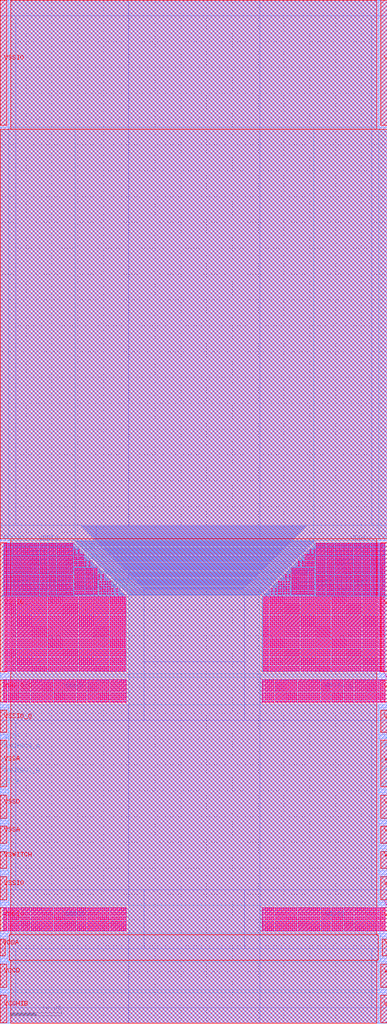
<source format=lef>
# Copyright 2020 The SkyWater PDK Authors
#
# Licensed under the Apache License, Version 2.0 (the "License");
# you may not use this file except in compliance with the License.
# You may obtain a copy of the License at
#
#     https://www.apache.org/licenses/LICENSE-2.0
#
# Unless required by applicable law or agreed to in writing, software
# distributed under the License is distributed on an "AS IS" BASIS,
# WITHOUT WARRANTIES OR CONDITIONS OF ANY KIND, either express or implied.
# See the License for the specific language governing permissions and
# limitations under the License.
#
# SPDX-License-Identifier: Apache-2.0

VERSION 5.5 ;
NAMESCASESENSITIVE ON ;
BUSBITCHARS "[]" ;
DIVIDERCHAR "/" ;
MACRO sky130_fd_io__overlay_vddio_lvc
  CLASS PAD ;
  SOURCE USER ;
  ORIGIN  0.000000  0.000000 ;
  SIZE 75 BY 198 ;
  SYMMETRY X Y R90 ;
  PIN AMUXBUS_A
    DIRECTION INOUT ;
    USE SIGNAL ;
    PORT
      LAYER met4 ;
        RECT 0.000000 51.125000 1.270000 54.105000 ;
    END
    PORT
      LAYER met4 ;
        RECT 73.730000 51.125000 75.000000 54.105000 ;
    END
  END AMUXBUS_A
  PIN AMUXBUS_B
    DIRECTION INOUT ;
    USE SIGNAL ;
    PORT
      LAYER met4 ;
        RECT 0.000000 46.365000 1.270000 49.345000 ;
    END
    PORT
      LAYER met4 ;
        RECT 73.730000 46.365000 75.000000 49.345000 ;
    END
  END AMUXBUS_B
  PIN VCCD
    DIRECTION INOUT ;
    USE POWER ;
    PORT
      LAYER met4 ;
        RECT 0.000000 6.885000 1.270000 11.535000 ;
    END
    PORT
      LAYER met4 ;
        RECT 73.730000 6.885000 75.000000 11.535000 ;
    END
    PORT
      LAYER met5 ;
        RECT 0.000000 6.985000 1.270000 11.435000 ;
    END
    PORT
      LAYER met5 ;
        RECT 73.730000 6.985000 75.000000 11.435000 ;
    END
  END VCCD
  PIN VCCHIB
    DIRECTION INOUT ;
    USE POWER ;
    PORT
      LAYER met4 ;
        RECT 0.000000 0.035000 1.270000 5.485000 ;
    END
    PORT
      LAYER met4 ;
        RECT 73.730000 0.035000 75.000000 5.485000 ;
    END
    PORT
      LAYER met5 ;
        RECT 0.000000 0.135000 1.270000 5.385000 ;
    END
    PORT
      LAYER met5 ;
        RECT 73.730000 0.135000 75.000000 5.385000 ;
    END
  END VCCHIB
  PIN VDDA
    DIRECTION INOUT ;
    USE POWER ;
    PORT
      LAYER met4 ;
        RECT 0.000000 12.935000 0.965000 16.385000 ;
    END
    PORT
      LAYER met4 ;
        RECT 74.035000 12.935000 75.000000 16.385000 ;
    END
    PORT
      LAYER met5 ;
        RECT 0.000000 13.035000 0.965000 16.285000 ;
    END
    PORT
      LAYER met5 ;
        RECT 74.035000 13.035000 75.000000 16.285000 ;
    END
  END VDDA
  PIN VDDIO
    DIRECTION INOUT ;
    USE POWER ;
    PORT
      LAYER met3 ;
        RECT 0.595000 68.035000 24.495000 82.665000 ;
        RECT 0.595000 82.665000 24.345000 82.815000 ;
        RECT 0.595000 82.815000 24.195000 82.965000 ;
        RECT 0.595000 82.965000 24.045000 83.115000 ;
        RECT 0.595000 83.115000 23.895000 83.265000 ;
        RECT 0.595000 83.265000 23.745000 83.415000 ;
        RECT 0.595000 83.415000 23.595000 83.565000 ;
        RECT 0.595000 83.565000 23.445000 83.715000 ;
        RECT 0.595000 83.715000 23.295000 83.865000 ;
        RECT 0.595000 83.865000 23.145000 84.015000 ;
        RECT 0.595000 84.015000 22.995000 84.165000 ;
        RECT 0.595000 84.165000 22.845000 84.315000 ;
        RECT 0.595000 84.315000 22.695000 84.465000 ;
        RECT 0.595000 84.465000 22.545000 84.615000 ;
        RECT 0.595000 84.615000 22.395000 84.765000 ;
        RECT 0.595000 84.765000 22.245000 84.915000 ;
        RECT 0.595000 84.915000 22.095000 85.065000 ;
        RECT 0.595000 85.065000 21.945000 85.215000 ;
        RECT 0.595000 85.215000 21.795000 85.365000 ;
        RECT 0.595000 85.365000 21.645000 85.515000 ;
        RECT 0.595000 85.515000 21.495000 85.665000 ;
        RECT 0.595000 85.665000 21.345000 85.815000 ;
        RECT 0.595000 85.815000 21.195000 85.965000 ;
        RECT 0.595000 85.965000 21.045000 86.115000 ;
        RECT 0.595000 86.115000 20.895000 86.265000 ;
        RECT 0.595000 86.265000 20.745000 86.415000 ;
        RECT 0.595000 86.415000 20.595000 86.565000 ;
        RECT 0.595000 86.565000 20.445000 86.715000 ;
        RECT 0.595000 86.715000 20.295000 86.865000 ;
        RECT 0.595000 86.865000 20.145000 87.015000 ;
        RECT 0.595000 87.015000 19.995000 87.165000 ;
        RECT 0.595000 87.165000 19.845000 87.315000 ;
        RECT 0.595000 87.315000 19.695000 87.465000 ;
        RECT 0.595000 87.465000 19.545000 87.615000 ;
        RECT 0.595000 87.615000 19.395000 87.765000 ;
        RECT 0.595000 87.765000 19.245000 87.915000 ;
        RECT 0.595000 87.915000 19.095000 88.065000 ;
        RECT 0.595000 88.065000 18.945000 88.215000 ;
        RECT 0.595000 88.215000 18.795000 88.365000 ;
        RECT 0.595000 88.365000 18.645000 88.515000 ;
        RECT 0.595000 88.515000 18.495000 88.665000 ;
        RECT 0.595000 88.665000 18.345000 88.815000 ;
        RECT 0.595000 88.815000 18.195000 88.965000 ;
        RECT 0.595000 88.965000 18.045000 89.115000 ;
        RECT 0.595000 89.115000 17.895000 89.265000 ;
        RECT 0.595000 89.265000 17.745000 89.415000 ;
        RECT 0.595000 89.415000 17.595000 89.565000 ;
        RECT 0.595000 89.565000 17.445000 89.715000 ;
        RECT 0.595000 89.715000 17.295000 89.865000 ;
        RECT 0.595000 89.865000 17.145000 90.015000 ;
        RECT 0.595000 90.015000 16.995000 90.165000 ;
        RECT 0.595000 90.165000 16.845000 90.315000 ;
        RECT 0.595000 90.315000 16.695000 90.465000 ;
        RECT 0.595000 90.465000 16.545000 90.615000 ;
        RECT 0.595000 90.615000 16.395000 90.765000 ;
        RECT 0.595000 90.765000 16.245000 90.915000 ;
        RECT 0.595000 90.915000 16.095000 91.065000 ;
        RECT 0.595000 91.065000 15.945000 91.215000 ;
        RECT 0.595000 91.215000 15.795000 91.365000 ;
        RECT 0.595000 91.365000 15.645000 91.515000 ;
        RECT 0.595000 91.515000 15.495000 91.665000 ;
        RECT 0.595000 91.665000 15.345000 91.815000 ;
        RECT 0.595000 91.815000 15.195000 91.965000 ;
        RECT 0.595000 91.965000 15.045000 92.115000 ;
        RECT 0.595000 92.115000 14.895000 92.265000 ;
        RECT 0.595000 92.265000 14.745000 92.415000 ;
        RECT 0.595000 92.415000 14.595000 92.565000 ;
        RECT 0.595000 92.565000 14.445000 92.715000 ;
        RECT 0.595000 92.715000 14.295000 92.865000 ;
        RECT 0.595000 92.865000 14.205000 92.955000 ;
    END
    PORT
      LAYER met3 ;
        RECT 0.600000 17.790000 24.500000 22.430000 ;
    END
    PORT
      LAYER met3 ;
        RECT 50.755000 17.790000 74.655000 22.430000 ;
    END
    PORT
      LAYER met3 ;
        RECT 50.760000 68.035000 74.660000 82.665000 ;
        RECT 50.910000 82.665000 74.660000 82.815000 ;
        RECT 51.060000 82.815000 74.660000 82.965000 ;
        RECT 51.210000 82.965000 74.660000 83.115000 ;
        RECT 51.360000 83.115000 74.660000 83.265000 ;
        RECT 51.510000 83.265000 74.660000 83.415000 ;
        RECT 51.660000 83.415000 74.660000 83.565000 ;
        RECT 51.810000 83.565000 74.660000 83.715000 ;
        RECT 51.960000 83.715000 74.660000 83.865000 ;
        RECT 52.110000 83.865000 74.660000 84.015000 ;
        RECT 52.260000 84.015000 74.660000 84.165000 ;
        RECT 52.410000 84.165000 74.660000 84.315000 ;
        RECT 52.560000 84.315000 74.660000 84.465000 ;
        RECT 52.710000 84.465000 74.660000 84.615000 ;
        RECT 52.860000 84.615000 74.660000 84.765000 ;
        RECT 53.010000 84.765000 74.660000 84.915000 ;
        RECT 53.160000 84.915000 74.660000 85.065000 ;
        RECT 53.310000 85.065000 74.660000 85.215000 ;
        RECT 53.460000 85.215000 74.660000 85.365000 ;
        RECT 53.610000 85.365000 74.660000 85.515000 ;
        RECT 53.760000 85.515000 74.660000 85.665000 ;
        RECT 53.910000 85.665000 74.660000 85.815000 ;
        RECT 54.060000 85.815000 74.660000 85.965000 ;
        RECT 54.210000 85.965000 74.660000 86.115000 ;
        RECT 54.360000 86.115000 74.660000 86.265000 ;
        RECT 54.510000 86.265000 74.660000 86.415000 ;
        RECT 54.660000 86.415000 74.660000 86.565000 ;
        RECT 54.810000 86.565000 74.660000 86.715000 ;
        RECT 54.960000 86.715000 74.660000 86.865000 ;
        RECT 55.110000 86.865000 74.660000 87.015000 ;
        RECT 55.260000 87.015000 74.660000 87.165000 ;
        RECT 55.410000 87.165000 74.660000 87.315000 ;
        RECT 55.560000 87.315000 74.660000 87.465000 ;
        RECT 55.710000 87.465000 74.660000 87.615000 ;
        RECT 55.860000 87.615000 74.660000 87.765000 ;
        RECT 56.010000 87.765000 74.660000 87.915000 ;
        RECT 56.160000 87.915000 74.660000 88.065000 ;
        RECT 56.310000 88.065000 74.660000 88.215000 ;
        RECT 56.460000 88.215000 74.660000 88.365000 ;
        RECT 56.610000 88.365000 74.660000 88.515000 ;
        RECT 56.760000 88.515000 74.660000 88.665000 ;
        RECT 56.910000 88.665000 74.660000 88.815000 ;
        RECT 57.060000 88.815000 74.660000 88.965000 ;
        RECT 57.210000 88.965000 74.660000 89.115000 ;
        RECT 57.360000 89.115000 74.660000 89.265000 ;
        RECT 57.510000 89.265000 74.660000 89.415000 ;
        RECT 57.660000 89.415000 74.660000 89.565000 ;
        RECT 57.810000 89.565000 74.660000 89.715000 ;
        RECT 57.960000 89.715000 74.660000 89.865000 ;
        RECT 58.110000 89.865000 74.660000 90.015000 ;
        RECT 58.260000 90.015000 74.660000 90.165000 ;
        RECT 58.410000 90.165000 74.660000 90.315000 ;
        RECT 58.560000 90.315000 74.660000 90.465000 ;
        RECT 58.710000 90.465000 74.660000 90.615000 ;
        RECT 58.860000 90.615000 74.660000 90.765000 ;
        RECT 59.010000 90.765000 74.660000 90.915000 ;
        RECT 59.160000 90.915000 74.660000 91.065000 ;
        RECT 59.310000 91.065000 74.660000 91.215000 ;
        RECT 59.460000 91.215000 74.660000 91.365000 ;
        RECT 59.610000 91.365000 74.660000 91.515000 ;
        RECT 59.760000 91.515000 74.660000 91.665000 ;
        RECT 59.910000 91.665000 74.660000 91.815000 ;
        RECT 60.060000 91.815000 74.660000 91.965000 ;
        RECT 60.210000 91.965000 74.660000 92.115000 ;
        RECT 60.360000 92.115000 74.660000 92.265000 ;
        RECT 60.510000 92.265000 74.660000 92.415000 ;
        RECT 60.660000 92.415000 74.660000 92.565000 ;
        RECT 60.810000 92.565000 74.660000 92.715000 ;
        RECT 60.960000 92.715000 74.660000 92.865000 ;
        RECT 61.055000 92.865000 74.660000 92.960000 ;
    END
    PORT
      LAYER met4 ;
        RECT 0.000000 17.785000 24.475000 22.435000 ;
    END
    PORT
      LAYER met4 ;
        RECT 0.000000 68.035000  1.270000 68.060000 ;
        RECT 0.000000 68.060000 24.500000 82.625000 ;
        RECT 0.000000 82.625000  1.270000 82.790000 ;
        RECT 0.000000 82.790000 14.105000 92.960000 ;
        RECT 0.000000 92.960000  1.270000 93.000000 ;
    END
    PORT
      LAYER met4 ;
        RECT 14.255000 90.950000 15.365000 91.710000 ;
    END
    PORT
      LAYER met4 ;
        RECT 14.270000 88.345000 16.250000 90.820000 ;
    END
    PORT
      LAYER met4 ;
        RECT 14.375000 82.990000 18.855000 88.140000 ;
    END
    PORT
      LAYER met4 ;
        RECT 16.415000 88.365000 17.525000 89.530000 ;
    END
    PORT
      LAYER met4 ;
        RECT 18.995000 85.810000 20.065000 87.015000 ;
    END
    PORT
      LAYER met4 ;
        RECT 19.170000 82.945000 21.450000 85.590000 ;
    END
    PORT
      LAYER met4 ;
        RECT 21.650000 82.855000 22.770000 84.285000 ;
    END
    PORT
      LAYER met4 ;
        RECT 50.755000 68.060000 75.000000 82.625000 ;
        RECT 61.150000 82.785000 75.000000 92.965000 ;
        RECT 73.730000 68.035000 75.000000 68.060000 ;
        RECT 73.730000 82.625000 75.000000 82.785000 ;
        RECT 73.730000 92.965000 75.000000 93.000000 ;
    END
    PORT
      LAYER met4 ;
        RECT 50.780000 17.785000 75.000000 22.435000 ;
    END
    PORT
      LAYER met4 ;
        RECT 52.485000 82.855000 53.605000 84.285000 ;
    END
    PORT
      LAYER met4 ;
        RECT 53.805000 82.945000 56.085000 85.590000 ;
    END
    PORT
      LAYER met4 ;
        RECT 55.190000 85.810000 56.260000 87.015000 ;
    END
    PORT
      LAYER met4 ;
        RECT 56.400000 82.990000 60.880000 88.140000 ;
    END
    PORT
      LAYER met4 ;
        RECT 57.730000 88.365000 58.840000 89.530000 ;
    END
    PORT
      LAYER met4 ;
        RECT 59.005000 88.345000 60.985000 90.820000 ;
    END
    PORT
      LAYER met4 ;
        RECT 59.890000 90.950000 61.000000 91.710000 ;
    END
    PORT
      LAYER met5 ;
        RECT 0.000000 17.885000 1.270000 22.335000 ;
    END
    PORT
      LAYER met5 ;
        RECT 0.000000 68.035000 1.270000 92.985000 ;
    END
    PORT
      LAYER met5 ;
        RECT 73.730000 17.885000 75.000000 22.335000 ;
    END
    PORT
      LAYER met5 ;
        RECT 73.730000 68.035000 75.000000 92.985000 ;
    END
    PORT
      LAYER via3 ;
        RECT  0.690000 17.860000  0.890000 18.060000 ;
        RECT  0.690000 18.290000  0.890000 18.490000 ;
        RECT  0.690000 18.720000  0.890000 18.920000 ;
        RECT  0.690000 19.150000  0.890000 19.350000 ;
        RECT  0.690000 19.580000  0.890000 19.780000 ;
        RECT  0.690000 20.010000  0.890000 20.210000 ;
        RECT  0.690000 20.440000  0.890000 20.640000 ;
        RECT  0.690000 20.870000  0.890000 21.070000 ;
        RECT  0.690000 21.300000  0.890000 21.500000 ;
        RECT  0.690000 21.730000  0.890000 21.930000 ;
        RECT  0.690000 22.160000  0.890000 22.360000 ;
        RECT  0.735000 82.855000  0.935000 83.055000 ;
        RECT  0.735000 83.265000  0.935000 83.465000 ;
        RECT  0.735000 83.675000  0.935000 83.875000 ;
        RECT  0.735000 84.085000  0.935000 84.285000 ;
        RECT  0.735000 84.495000  0.935000 84.695000 ;
        RECT  0.735000 84.905000  0.935000 85.105000 ;
        RECT  0.735000 85.315000  0.935000 85.515000 ;
        RECT  0.735000 85.725000  0.935000 85.925000 ;
        RECT  0.735000 86.135000  0.935000 86.335000 ;
        RECT  0.735000 86.545000  0.935000 86.745000 ;
        RECT  0.735000 86.955000  0.935000 87.155000 ;
        RECT  0.735000 87.365000  0.935000 87.565000 ;
        RECT  0.735000 87.775000  0.935000 87.975000 ;
        RECT  0.735000 88.185000  0.935000 88.385000 ;
        RECT  0.735000 88.595000  0.935000 88.795000 ;
        RECT  0.735000 89.005000  0.935000 89.205000 ;
        RECT  0.735000 89.415000  0.935000 89.615000 ;
        RECT  0.735000 89.825000  0.935000 90.025000 ;
        RECT  0.735000 90.235000  0.935000 90.435000 ;
        RECT  0.735000 90.645000  0.935000 90.845000 ;
        RECT  0.735000 91.055000  0.935000 91.255000 ;
        RECT  0.735000 91.465000  0.935000 91.665000 ;
        RECT  0.735000 91.875000  0.935000 92.075000 ;
        RECT  0.735000 92.285000  0.935000 92.485000 ;
        RECT  0.735000 92.695000  0.935000 92.895000 ;
        RECT  0.845000 68.125000  1.045000 68.325000 ;
        RECT  0.845000 68.535000  1.045000 68.735000 ;
        RECT  0.845000 68.945000  1.045000 69.145000 ;
        RECT  0.845000 69.355000  1.045000 69.555000 ;
        RECT  0.845000 69.765000  1.045000 69.965000 ;
        RECT  0.845000 70.175000  1.045000 70.375000 ;
        RECT  0.845000 70.585000  1.045000 70.785000 ;
        RECT  0.845000 70.995000  1.045000 71.195000 ;
        RECT  0.845000 71.405000  1.045000 71.605000 ;
        RECT  0.845000 71.815000  1.045000 72.015000 ;
        RECT  0.845000 72.225000  1.045000 72.425000 ;
        RECT  0.845000 72.635000  1.045000 72.835000 ;
        RECT  0.845000 73.045000  1.045000 73.245000 ;
        RECT  0.845000 73.450000  1.045000 73.650000 ;
        RECT  0.845000 73.855000  1.045000 74.055000 ;
        RECT  0.845000 74.260000  1.045000 74.460000 ;
        RECT  0.845000 74.665000  1.045000 74.865000 ;
        RECT  0.845000 75.070000  1.045000 75.270000 ;
        RECT  0.845000 75.475000  1.045000 75.675000 ;
        RECT  0.845000 75.880000  1.045000 76.080000 ;
        RECT  0.845000 76.285000  1.045000 76.485000 ;
        RECT  0.845000 76.690000  1.045000 76.890000 ;
        RECT  0.845000 77.095000  1.045000 77.295000 ;
        RECT  0.845000 77.500000  1.045000 77.700000 ;
        RECT  0.845000 77.905000  1.045000 78.105000 ;
        RECT  0.845000 78.310000  1.045000 78.510000 ;
        RECT  0.845000 78.715000  1.045000 78.915000 ;
        RECT  0.845000 79.120000  1.045000 79.320000 ;
        RECT  0.845000 79.525000  1.045000 79.725000 ;
        RECT  0.845000 79.930000  1.045000 80.130000 ;
        RECT  0.845000 80.335000  1.045000 80.535000 ;
        RECT  0.845000 80.740000  1.045000 80.940000 ;
        RECT  0.845000 81.145000  1.045000 81.345000 ;
        RECT  0.845000 81.550000  1.045000 81.750000 ;
        RECT  0.845000 81.955000  1.045000 82.155000 ;
        RECT  0.845000 82.360000  1.045000 82.560000 ;
        RECT  1.095000 17.860000  1.295000 18.060000 ;
        RECT  1.095000 18.290000  1.295000 18.490000 ;
        RECT  1.095000 18.720000  1.295000 18.920000 ;
        RECT  1.095000 19.150000  1.295000 19.350000 ;
        RECT  1.095000 19.580000  1.295000 19.780000 ;
        RECT  1.095000 20.010000  1.295000 20.210000 ;
        RECT  1.095000 20.440000  1.295000 20.640000 ;
        RECT  1.095000 20.870000  1.295000 21.070000 ;
        RECT  1.095000 21.300000  1.295000 21.500000 ;
        RECT  1.095000 21.730000  1.295000 21.930000 ;
        RECT  1.095000 22.160000  1.295000 22.360000 ;
        RECT  1.145000 82.855000  1.345000 83.055000 ;
        RECT  1.145000 83.265000  1.345000 83.465000 ;
        RECT  1.145000 83.675000  1.345000 83.875000 ;
        RECT  1.145000 84.085000  1.345000 84.285000 ;
        RECT  1.145000 84.495000  1.345000 84.695000 ;
        RECT  1.145000 84.905000  1.345000 85.105000 ;
        RECT  1.145000 85.315000  1.345000 85.515000 ;
        RECT  1.145000 85.725000  1.345000 85.925000 ;
        RECT  1.145000 86.135000  1.345000 86.335000 ;
        RECT  1.145000 86.545000  1.345000 86.745000 ;
        RECT  1.145000 86.955000  1.345000 87.155000 ;
        RECT  1.145000 87.365000  1.345000 87.565000 ;
        RECT  1.145000 87.775000  1.345000 87.975000 ;
        RECT  1.145000 88.185000  1.345000 88.385000 ;
        RECT  1.145000 88.595000  1.345000 88.795000 ;
        RECT  1.145000 89.005000  1.345000 89.205000 ;
        RECT  1.145000 89.415000  1.345000 89.615000 ;
        RECT  1.145000 89.825000  1.345000 90.025000 ;
        RECT  1.145000 90.235000  1.345000 90.435000 ;
        RECT  1.145000 90.645000  1.345000 90.845000 ;
        RECT  1.145000 91.055000  1.345000 91.255000 ;
        RECT  1.145000 91.465000  1.345000 91.665000 ;
        RECT  1.145000 91.875000  1.345000 92.075000 ;
        RECT  1.145000 92.285000  1.345000 92.485000 ;
        RECT  1.145000 92.695000  1.345000 92.895000 ;
        RECT  1.245000 68.125000  1.445000 68.325000 ;
        RECT  1.245000 68.535000  1.445000 68.735000 ;
        RECT  1.245000 68.945000  1.445000 69.145000 ;
        RECT  1.245000 69.355000  1.445000 69.555000 ;
        RECT  1.245000 69.765000  1.445000 69.965000 ;
        RECT  1.245000 70.175000  1.445000 70.375000 ;
        RECT  1.245000 70.585000  1.445000 70.785000 ;
        RECT  1.245000 70.995000  1.445000 71.195000 ;
        RECT  1.245000 71.405000  1.445000 71.605000 ;
        RECT  1.245000 71.815000  1.445000 72.015000 ;
        RECT  1.245000 72.225000  1.445000 72.425000 ;
        RECT  1.245000 72.635000  1.445000 72.835000 ;
        RECT  1.245000 73.045000  1.445000 73.245000 ;
        RECT  1.245000 73.450000  1.445000 73.650000 ;
        RECT  1.245000 73.855000  1.445000 74.055000 ;
        RECT  1.245000 74.260000  1.445000 74.460000 ;
        RECT  1.245000 74.665000  1.445000 74.865000 ;
        RECT  1.245000 75.070000  1.445000 75.270000 ;
        RECT  1.245000 75.475000  1.445000 75.675000 ;
        RECT  1.245000 75.880000  1.445000 76.080000 ;
        RECT  1.245000 76.285000  1.445000 76.485000 ;
        RECT  1.245000 76.690000  1.445000 76.890000 ;
        RECT  1.245000 77.095000  1.445000 77.295000 ;
        RECT  1.245000 77.500000  1.445000 77.700000 ;
        RECT  1.245000 77.905000  1.445000 78.105000 ;
        RECT  1.245000 78.310000  1.445000 78.510000 ;
        RECT  1.245000 78.715000  1.445000 78.915000 ;
        RECT  1.245000 79.120000  1.445000 79.320000 ;
        RECT  1.245000 79.525000  1.445000 79.725000 ;
        RECT  1.245000 79.930000  1.445000 80.130000 ;
        RECT  1.245000 80.335000  1.445000 80.535000 ;
        RECT  1.245000 80.740000  1.445000 80.940000 ;
        RECT  1.245000 81.145000  1.445000 81.345000 ;
        RECT  1.245000 81.550000  1.445000 81.750000 ;
        RECT  1.245000 81.955000  1.445000 82.155000 ;
        RECT  1.245000 82.360000  1.445000 82.560000 ;
        RECT  1.500000 17.860000  1.700000 18.060000 ;
        RECT  1.500000 18.290000  1.700000 18.490000 ;
        RECT  1.500000 18.720000  1.700000 18.920000 ;
        RECT  1.500000 19.150000  1.700000 19.350000 ;
        RECT  1.500000 19.580000  1.700000 19.780000 ;
        RECT  1.500000 20.010000  1.700000 20.210000 ;
        RECT  1.500000 20.440000  1.700000 20.640000 ;
        RECT  1.500000 20.870000  1.700000 21.070000 ;
        RECT  1.500000 21.300000  1.700000 21.500000 ;
        RECT  1.500000 21.730000  1.700000 21.930000 ;
        RECT  1.500000 22.160000  1.700000 22.360000 ;
        RECT  1.555000 82.855000  1.755000 83.055000 ;
        RECT  1.555000 83.265000  1.755000 83.465000 ;
        RECT  1.555000 83.675000  1.755000 83.875000 ;
        RECT  1.555000 84.085000  1.755000 84.285000 ;
        RECT  1.555000 84.495000  1.755000 84.695000 ;
        RECT  1.555000 84.905000  1.755000 85.105000 ;
        RECT  1.555000 85.315000  1.755000 85.515000 ;
        RECT  1.555000 85.725000  1.755000 85.925000 ;
        RECT  1.555000 86.135000  1.755000 86.335000 ;
        RECT  1.555000 86.545000  1.755000 86.745000 ;
        RECT  1.555000 86.955000  1.755000 87.155000 ;
        RECT  1.555000 87.365000  1.755000 87.565000 ;
        RECT  1.555000 87.775000  1.755000 87.975000 ;
        RECT  1.555000 88.185000  1.755000 88.385000 ;
        RECT  1.555000 88.595000  1.755000 88.795000 ;
        RECT  1.555000 89.005000  1.755000 89.205000 ;
        RECT  1.555000 89.415000  1.755000 89.615000 ;
        RECT  1.555000 89.825000  1.755000 90.025000 ;
        RECT  1.555000 90.235000  1.755000 90.435000 ;
        RECT  1.555000 90.645000  1.755000 90.845000 ;
        RECT  1.555000 91.055000  1.755000 91.255000 ;
        RECT  1.555000 91.465000  1.755000 91.665000 ;
        RECT  1.555000 91.875000  1.755000 92.075000 ;
        RECT  1.555000 92.285000  1.755000 92.485000 ;
        RECT  1.555000 92.695000  1.755000 92.895000 ;
        RECT  1.645000 68.125000  1.845000 68.325000 ;
        RECT  1.645000 68.535000  1.845000 68.735000 ;
        RECT  1.645000 68.945000  1.845000 69.145000 ;
        RECT  1.645000 69.355000  1.845000 69.555000 ;
        RECT  1.645000 69.765000  1.845000 69.965000 ;
        RECT  1.645000 70.175000  1.845000 70.375000 ;
        RECT  1.645000 70.585000  1.845000 70.785000 ;
        RECT  1.645000 70.995000  1.845000 71.195000 ;
        RECT  1.645000 71.405000  1.845000 71.605000 ;
        RECT  1.645000 71.815000  1.845000 72.015000 ;
        RECT  1.645000 72.225000  1.845000 72.425000 ;
        RECT  1.645000 72.635000  1.845000 72.835000 ;
        RECT  1.645000 73.045000  1.845000 73.245000 ;
        RECT  1.645000 73.450000  1.845000 73.650000 ;
        RECT  1.645000 73.855000  1.845000 74.055000 ;
        RECT  1.645000 74.260000  1.845000 74.460000 ;
        RECT  1.645000 74.665000  1.845000 74.865000 ;
        RECT  1.645000 75.070000  1.845000 75.270000 ;
        RECT  1.645000 75.475000  1.845000 75.675000 ;
        RECT  1.645000 75.880000  1.845000 76.080000 ;
        RECT  1.645000 76.285000  1.845000 76.485000 ;
        RECT  1.645000 76.690000  1.845000 76.890000 ;
        RECT  1.645000 77.095000  1.845000 77.295000 ;
        RECT  1.645000 77.500000  1.845000 77.700000 ;
        RECT  1.645000 77.905000  1.845000 78.105000 ;
        RECT  1.645000 78.310000  1.845000 78.510000 ;
        RECT  1.645000 78.715000  1.845000 78.915000 ;
        RECT  1.645000 79.120000  1.845000 79.320000 ;
        RECT  1.645000 79.525000  1.845000 79.725000 ;
        RECT  1.645000 79.930000  1.845000 80.130000 ;
        RECT  1.645000 80.335000  1.845000 80.535000 ;
        RECT  1.645000 80.740000  1.845000 80.940000 ;
        RECT  1.645000 81.145000  1.845000 81.345000 ;
        RECT  1.645000 81.550000  1.845000 81.750000 ;
        RECT  1.645000 81.955000  1.845000 82.155000 ;
        RECT  1.645000 82.360000  1.845000 82.560000 ;
        RECT  1.905000 17.860000  2.105000 18.060000 ;
        RECT  1.905000 18.290000  2.105000 18.490000 ;
        RECT  1.905000 18.720000  2.105000 18.920000 ;
        RECT  1.905000 19.150000  2.105000 19.350000 ;
        RECT  1.905000 19.580000  2.105000 19.780000 ;
        RECT  1.905000 20.010000  2.105000 20.210000 ;
        RECT  1.905000 20.440000  2.105000 20.640000 ;
        RECT  1.905000 20.870000  2.105000 21.070000 ;
        RECT  1.905000 21.300000  2.105000 21.500000 ;
        RECT  1.905000 21.730000  2.105000 21.930000 ;
        RECT  1.905000 22.160000  2.105000 22.360000 ;
        RECT  1.965000 82.855000  2.165000 83.055000 ;
        RECT  1.965000 83.265000  2.165000 83.465000 ;
        RECT  1.965000 83.675000  2.165000 83.875000 ;
        RECT  1.965000 84.085000  2.165000 84.285000 ;
        RECT  1.965000 84.495000  2.165000 84.695000 ;
        RECT  1.965000 84.905000  2.165000 85.105000 ;
        RECT  1.965000 85.315000  2.165000 85.515000 ;
        RECT  1.965000 85.725000  2.165000 85.925000 ;
        RECT  1.965000 86.135000  2.165000 86.335000 ;
        RECT  1.965000 86.545000  2.165000 86.745000 ;
        RECT  1.965000 86.955000  2.165000 87.155000 ;
        RECT  1.965000 87.365000  2.165000 87.565000 ;
        RECT  1.965000 87.775000  2.165000 87.975000 ;
        RECT  1.965000 88.185000  2.165000 88.385000 ;
        RECT  1.965000 88.595000  2.165000 88.795000 ;
        RECT  1.965000 89.005000  2.165000 89.205000 ;
        RECT  1.965000 89.415000  2.165000 89.615000 ;
        RECT  1.965000 89.825000  2.165000 90.025000 ;
        RECT  1.965000 90.235000  2.165000 90.435000 ;
        RECT  1.965000 90.645000  2.165000 90.845000 ;
        RECT  1.965000 91.055000  2.165000 91.255000 ;
        RECT  1.965000 91.465000  2.165000 91.665000 ;
        RECT  1.965000 91.875000  2.165000 92.075000 ;
        RECT  1.965000 92.285000  2.165000 92.485000 ;
        RECT  1.965000 92.695000  2.165000 92.895000 ;
        RECT  2.045000 68.125000  2.245000 68.325000 ;
        RECT  2.045000 68.535000  2.245000 68.735000 ;
        RECT  2.045000 68.945000  2.245000 69.145000 ;
        RECT  2.045000 69.355000  2.245000 69.555000 ;
        RECT  2.045000 69.765000  2.245000 69.965000 ;
        RECT  2.045000 70.175000  2.245000 70.375000 ;
        RECT  2.045000 70.585000  2.245000 70.785000 ;
        RECT  2.045000 70.995000  2.245000 71.195000 ;
        RECT  2.045000 71.405000  2.245000 71.605000 ;
        RECT  2.045000 71.815000  2.245000 72.015000 ;
        RECT  2.045000 72.225000  2.245000 72.425000 ;
        RECT  2.045000 72.635000  2.245000 72.835000 ;
        RECT  2.045000 73.045000  2.245000 73.245000 ;
        RECT  2.045000 73.450000  2.245000 73.650000 ;
        RECT  2.045000 73.855000  2.245000 74.055000 ;
        RECT  2.045000 74.260000  2.245000 74.460000 ;
        RECT  2.045000 74.665000  2.245000 74.865000 ;
        RECT  2.045000 75.070000  2.245000 75.270000 ;
        RECT  2.045000 75.475000  2.245000 75.675000 ;
        RECT  2.045000 75.880000  2.245000 76.080000 ;
        RECT  2.045000 76.285000  2.245000 76.485000 ;
        RECT  2.045000 76.690000  2.245000 76.890000 ;
        RECT  2.045000 77.095000  2.245000 77.295000 ;
        RECT  2.045000 77.500000  2.245000 77.700000 ;
        RECT  2.045000 77.905000  2.245000 78.105000 ;
        RECT  2.045000 78.310000  2.245000 78.510000 ;
        RECT  2.045000 78.715000  2.245000 78.915000 ;
        RECT  2.045000 79.120000  2.245000 79.320000 ;
        RECT  2.045000 79.525000  2.245000 79.725000 ;
        RECT  2.045000 79.930000  2.245000 80.130000 ;
        RECT  2.045000 80.335000  2.245000 80.535000 ;
        RECT  2.045000 80.740000  2.245000 80.940000 ;
        RECT  2.045000 81.145000  2.245000 81.345000 ;
        RECT  2.045000 81.550000  2.245000 81.750000 ;
        RECT  2.045000 81.955000  2.245000 82.155000 ;
        RECT  2.045000 82.360000  2.245000 82.560000 ;
        RECT  2.310000 17.860000  2.510000 18.060000 ;
        RECT  2.310000 18.290000  2.510000 18.490000 ;
        RECT  2.310000 18.720000  2.510000 18.920000 ;
        RECT  2.310000 19.150000  2.510000 19.350000 ;
        RECT  2.310000 19.580000  2.510000 19.780000 ;
        RECT  2.310000 20.010000  2.510000 20.210000 ;
        RECT  2.310000 20.440000  2.510000 20.640000 ;
        RECT  2.310000 20.870000  2.510000 21.070000 ;
        RECT  2.310000 21.300000  2.510000 21.500000 ;
        RECT  2.310000 21.730000  2.510000 21.930000 ;
        RECT  2.310000 22.160000  2.510000 22.360000 ;
        RECT  2.375000 82.855000  2.575000 83.055000 ;
        RECT  2.375000 83.265000  2.575000 83.465000 ;
        RECT  2.375000 83.675000  2.575000 83.875000 ;
        RECT  2.375000 84.085000  2.575000 84.285000 ;
        RECT  2.375000 84.495000  2.575000 84.695000 ;
        RECT  2.375000 84.905000  2.575000 85.105000 ;
        RECT  2.375000 85.315000  2.575000 85.515000 ;
        RECT  2.375000 85.725000  2.575000 85.925000 ;
        RECT  2.375000 86.135000  2.575000 86.335000 ;
        RECT  2.375000 86.545000  2.575000 86.745000 ;
        RECT  2.375000 86.955000  2.575000 87.155000 ;
        RECT  2.375000 87.365000  2.575000 87.565000 ;
        RECT  2.375000 87.775000  2.575000 87.975000 ;
        RECT  2.375000 88.185000  2.575000 88.385000 ;
        RECT  2.375000 88.595000  2.575000 88.795000 ;
        RECT  2.375000 89.005000  2.575000 89.205000 ;
        RECT  2.375000 89.415000  2.575000 89.615000 ;
        RECT  2.375000 89.825000  2.575000 90.025000 ;
        RECT  2.375000 90.235000  2.575000 90.435000 ;
        RECT  2.375000 90.645000  2.575000 90.845000 ;
        RECT  2.375000 91.055000  2.575000 91.255000 ;
        RECT  2.375000 91.465000  2.575000 91.665000 ;
        RECT  2.375000 91.875000  2.575000 92.075000 ;
        RECT  2.375000 92.285000  2.575000 92.485000 ;
        RECT  2.375000 92.695000  2.575000 92.895000 ;
        RECT  2.445000 68.125000  2.645000 68.325000 ;
        RECT  2.445000 68.535000  2.645000 68.735000 ;
        RECT  2.445000 68.945000  2.645000 69.145000 ;
        RECT  2.445000 69.355000  2.645000 69.555000 ;
        RECT  2.445000 69.765000  2.645000 69.965000 ;
        RECT  2.445000 70.175000  2.645000 70.375000 ;
        RECT  2.445000 70.585000  2.645000 70.785000 ;
        RECT  2.445000 70.995000  2.645000 71.195000 ;
        RECT  2.445000 71.405000  2.645000 71.605000 ;
        RECT  2.445000 71.815000  2.645000 72.015000 ;
        RECT  2.445000 72.225000  2.645000 72.425000 ;
        RECT  2.445000 72.635000  2.645000 72.835000 ;
        RECT  2.445000 73.045000  2.645000 73.245000 ;
        RECT  2.445000 73.450000  2.645000 73.650000 ;
        RECT  2.445000 73.855000  2.645000 74.055000 ;
        RECT  2.445000 74.260000  2.645000 74.460000 ;
        RECT  2.445000 74.665000  2.645000 74.865000 ;
        RECT  2.445000 75.070000  2.645000 75.270000 ;
        RECT  2.445000 75.475000  2.645000 75.675000 ;
        RECT  2.445000 75.880000  2.645000 76.080000 ;
        RECT  2.445000 76.285000  2.645000 76.485000 ;
        RECT  2.445000 76.690000  2.645000 76.890000 ;
        RECT  2.445000 77.095000  2.645000 77.295000 ;
        RECT  2.445000 77.500000  2.645000 77.700000 ;
        RECT  2.445000 77.905000  2.645000 78.105000 ;
        RECT  2.445000 78.310000  2.645000 78.510000 ;
        RECT  2.445000 78.715000  2.645000 78.915000 ;
        RECT  2.445000 79.120000  2.645000 79.320000 ;
        RECT  2.445000 79.525000  2.645000 79.725000 ;
        RECT  2.445000 79.930000  2.645000 80.130000 ;
        RECT  2.445000 80.335000  2.645000 80.535000 ;
        RECT  2.445000 80.740000  2.645000 80.940000 ;
        RECT  2.445000 81.145000  2.645000 81.345000 ;
        RECT  2.445000 81.550000  2.645000 81.750000 ;
        RECT  2.445000 81.955000  2.645000 82.155000 ;
        RECT  2.445000 82.360000  2.645000 82.560000 ;
        RECT  2.715000 17.860000  2.915000 18.060000 ;
        RECT  2.715000 18.290000  2.915000 18.490000 ;
        RECT  2.715000 18.720000  2.915000 18.920000 ;
        RECT  2.715000 19.150000  2.915000 19.350000 ;
        RECT  2.715000 19.580000  2.915000 19.780000 ;
        RECT  2.715000 20.010000  2.915000 20.210000 ;
        RECT  2.715000 20.440000  2.915000 20.640000 ;
        RECT  2.715000 20.870000  2.915000 21.070000 ;
        RECT  2.715000 21.300000  2.915000 21.500000 ;
        RECT  2.715000 21.730000  2.915000 21.930000 ;
        RECT  2.715000 22.160000  2.915000 22.360000 ;
        RECT  2.785000 82.855000  2.985000 83.055000 ;
        RECT  2.785000 83.265000  2.985000 83.465000 ;
        RECT  2.785000 83.675000  2.985000 83.875000 ;
        RECT  2.785000 84.085000  2.985000 84.285000 ;
        RECT  2.785000 84.495000  2.985000 84.695000 ;
        RECT  2.785000 84.905000  2.985000 85.105000 ;
        RECT  2.785000 85.315000  2.985000 85.515000 ;
        RECT  2.785000 85.725000  2.985000 85.925000 ;
        RECT  2.785000 86.135000  2.985000 86.335000 ;
        RECT  2.785000 86.545000  2.985000 86.745000 ;
        RECT  2.785000 86.955000  2.985000 87.155000 ;
        RECT  2.785000 87.365000  2.985000 87.565000 ;
        RECT  2.785000 87.775000  2.985000 87.975000 ;
        RECT  2.785000 88.185000  2.985000 88.385000 ;
        RECT  2.785000 88.595000  2.985000 88.795000 ;
        RECT  2.785000 89.005000  2.985000 89.205000 ;
        RECT  2.785000 89.415000  2.985000 89.615000 ;
        RECT  2.785000 89.825000  2.985000 90.025000 ;
        RECT  2.785000 90.235000  2.985000 90.435000 ;
        RECT  2.785000 90.645000  2.985000 90.845000 ;
        RECT  2.785000 91.055000  2.985000 91.255000 ;
        RECT  2.785000 91.465000  2.985000 91.665000 ;
        RECT  2.785000 91.875000  2.985000 92.075000 ;
        RECT  2.785000 92.285000  2.985000 92.485000 ;
        RECT  2.785000 92.695000  2.985000 92.895000 ;
        RECT  2.845000 68.125000  3.045000 68.325000 ;
        RECT  2.845000 68.535000  3.045000 68.735000 ;
        RECT  2.845000 68.945000  3.045000 69.145000 ;
        RECT  2.845000 69.355000  3.045000 69.555000 ;
        RECT  2.845000 69.765000  3.045000 69.965000 ;
        RECT  2.845000 70.175000  3.045000 70.375000 ;
        RECT  2.845000 70.585000  3.045000 70.785000 ;
        RECT  2.845000 70.995000  3.045000 71.195000 ;
        RECT  2.845000 71.405000  3.045000 71.605000 ;
        RECT  2.845000 71.815000  3.045000 72.015000 ;
        RECT  2.845000 72.225000  3.045000 72.425000 ;
        RECT  2.845000 72.635000  3.045000 72.835000 ;
        RECT  2.845000 73.045000  3.045000 73.245000 ;
        RECT  2.845000 73.450000  3.045000 73.650000 ;
        RECT  2.845000 73.855000  3.045000 74.055000 ;
        RECT  2.845000 74.260000  3.045000 74.460000 ;
        RECT  2.845000 74.665000  3.045000 74.865000 ;
        RECT  2.845000 75.070000  3.045000 75.270000 ;
        RECT  2.845000 75.475000  3.045000 75.675000 ;
        RECT  2.845000 75.880000  3.045000 76.080000 ;
        RECT  2.845000 76.285000  3.045000 76.485000 ;
        RECT  2.845000 76.690000  3.045000 76.890000 ;
        RECT  2.845000 77.095000  3.045000 77.295000 ;
        RECT  2.845000 77.500000  3.045000 77.700000 ;
        RECT  2.845000 77.905000  3.045000 78.105000 ;
        RECT  2.845000 78.310000  3.045000 78.510000 ;
        RECT  2.845000 78.715000  3.045000 78.915000 ;
        RECT  2.845000 79.120000  3.045000 79.320000 ;
        RECT  2.845000 79.525000  3.045000 79.725000 ;
        RECT  2.845000 79.930000  3.045000 80.130000 ;
        RECT  2.845000 80.335000  3.045000 80.535000 ;
        RECT  2.845000 80.740000  3.045000 80.940000 ;
        RECT  2.845000 81.145000  3.045000 81.345000 ;
        RECT  2.845000 81.550000  3.045000 81.750000 ;
        RECT  2.845000 81.955000  3.045000 82.155000 ;
        RECT  2.845000 82.360000  3.045000 82.560000 ;
        RECT  3.120000 17.860000  3.320000 18.060000 ;
        RECT  3.120000 18.290000  3.320000 18.490000 ;
        RECT  3.120000 18.720000  3.320000 18.920000 ;
        RECT  3.120000 19.150000  3.320000 19.350000 ;
        RECT  3.120000 19.580000  3.320000 19.780000 ;
        RECT  3.120000 20.010000  3.320000 20.210000 ;
        RECT  3.120000 20.440000  3.320000 20.640000 ;
        RECT  3.120000 20.870000  3.320000 21.070000 ;
        RECT  3.120000 21.300000  3.320000 21.500000 ;
        RECT  3.120000 21.730000  3.320000 21.930000 ;
        RECT  3.120000 22.160000  3.320000 22.360000 ;
        RECT  3.195000 82.855000  3.395000 83.055000 ;
        RECT  3.195000 83.265000  3.395000 83.465000 ;
        RECT  3.195000 83.675000  3.395000 83.875000 ;
        RECT  3.195000 84.085000  3.395000 84.285000 ;
        RECT  3.195000 84.495000  3.395000 84.695000 ;
        RECT  3.195000 84.905000  3.395000 85.105000 ;
        RECT  3.195000 85.315000  3.395000 85.515000 ;
        RECT  3.195000 85.725000  3.395000 85.925000 ;
        RECT  3.195000 86.135000  3.395000 86.335000 ;
        RECT  3.195000 86.545000  3.395000 86.745000 ;
        RECT  3.195000 86.955000  3.395000 87.155000 ;
        RECT  3.195000 87.365000  3.395000 87.565000 ;
        RECT  3.195000 87.775000  3.395000 87.975000 ;
        RECT  3.195000 88.185000  3.395000 88.385000 ;
        RECT  3.195000 88.595000  3.395000 88.795000 ;
        RECT  3.195000 89.005000  3.395000 89.205000 ;
        RECT  3.195000 89.415000  3.395000 89.615000 ;
        RECT  3.195000 89.825000  3.395000 90.025000 ;
        RECT  3.195000 90.235000  3.395000 90.435000 ;
        RECT  3.195000 90.645000  3.395000 90.845000 ;
        RECT  3.195000 91.055000  3.395000 91.255000 ;
        RECT  3.195000 91.465000  3.395000 91.665000 ;
        RECT  3.195000 91.875000  3.395000 92.075000 ;
        RECT  3.195000 92.285000  3.395000 92.485000 ;
        RECT  3.195000 92.695000  3.395000 92.895000 ;
        RECT  3.245000 68.125000  3.445000 68.325000 ;
        RECT  3.245000 68.535000  3.445000 68.735000 ;
        RECT  3.245000 68.945000  3.445000 69.145000 ;
        RECT  3.245000 69.355000  3.445000 69.555000 ;
        RECT  3.245000 69.765000  3.445000 69.965000 ;
        RECT  3.245000 70.175000  3.445000 70.375000 ;
        RECT  3.245000 70.585000  3.445000 70.785000 ;
        RECT  3.245000 70.995000  3.445000 71.195000 ;
        RECT  3.245000 71.405000  3.445000 71.605000 ;
        RECT  3.245000 71.815000  3.445000 72.015000 ;
        RECT  3.245000 72.225000  3.445000 72.425000 ;
        RECT  3.245000 72.635000  3.445000 72.835000 ;
        RECT  3.245000 73.045000  3.445000 73.245000 ;
        RECT  3.245000 73.450000  3.445000 73.650000 ;
        RECT  3.245000 73.855000  3.445000 74.055000 ;
        RECT  3.245000 74.260000  3.445000 74.460000 ;
        RECT  3.245000 74.665000  3.445000 74.865000 ;
        RECT  3.245000 75.070000  3.445000 75.270000 ;
        RECT  3.245000 75.475000  3.445000 75.675000 ;
        RECT  3.245000 75.880000  3.445000 76.080000 ;
        RECT  3.245000 76.285000  3.445000 76.485000 ;
        RECT  3.245000 76.690000  3.445000 76.890000 ;
        RECT  3.245000 77.095000  3.445000 77.295000 ;
        RECT  3.245000 77.500000  3.445000 77.700000 ;
        RECT  3.245000 77.905000  3.445000 78.105000 ;
        RECT  3.245000 78.310000  3.445000 78.510000 ;
        RECT  3.245000 78.715000  3.445000 78.915000 ;
        RECT  3.245000 79.120000  3.445000 79.320000 ;
        RECT  3.245000 79.525000  3.445000 79.725000 ;
        RECT  3.245000 79.930000  3.445000 80.130000 ;
        RECT  3.245000 80.335000  3.445000 80.535000 ;
        RECT  3.245000 80.740000  3.445000 80.940000 ;
        RECT  3.245000 81.145000  3.445000 81.345000 ;
        RECT  3.245000 81.550000  3.445000 81.750000 ;
        RECT  3.245000 81.955000  3.445000 82.155000 ;
        RECT  3.245000 82.360000  3.445000 82.560000 ;
        RECT  3.525000 17.860000  3.725000 18.060000 ;
        RECT  3.525000 18.290000  3.725000 18.490000 ;
        RECT  3.525000 18.720000  3.725000 18.920000 ;
        RECT  3.525000 19.150000  3.725000 19.350000 ;
        RECT  3.525000 19.580000  3.725000 19.780000 ;
        RECT  3.525000 20.010000  3.725000 20.210000 ;
        RECT  3.525000 20.440000  3.725000 20.640000 ;
        RECT  3.525000 20.870000  3.725000 21.070000 ;
        RECT  3.525000 21.300000  3.725000 21.500000 ;
        RECT  3.525000 21.730000  3.725000 21.930000 ;
        RECT  3.525000 22.160000  3.725000 22.360000 ;
        RECT  3.605000 82.855000  3.805000 83.055000 ;
        RECT  3.605000 83.265000  3.805000 83.465000 ;
        RECT  3.605000 83.675000  3.805000 83.875000 ;
        RECT  3.605000 84.085000  3.805000 84.285000 ;
        RECT  3.605000 84.495000  3.805000 84.695000 ;
        RECT  3.605000 84.905000  3.805000 85.105000 ;
        RECT  3.605000 85.315000  3.805000 85.515000 ;
        RECT  3.605000 85.725000  3.805000 85.925000 ;
        RECT  3.605000 86.135000  3.805000 86.335000 ;
        RECT  3.605000 86.545000  3.805000 86.745000 ;
        RECT  3.605000 86.955000  3.805000 87.155000 ;
        RECT  3.605000 87.365000  3.805000 87.565000 ;
        RECT  3.605000 87.775000  3.805000 87.975000 ;
        RECT  3.605000 88.185000  3.805000 88.385000 ;
        RECT  3.605000 88.595000  3.805000 88.795000 ;
        RECT  3.605000 89.005000  3.805000 89.205000 ;
        RECT  3.605000 89.415000  3.805000 89.615000 ;
        RECT  3.605000 89.825000  3.805000 90.025000 ;
        RECT  3.605000 90.235000  3.805000 90.435000 ;
        RECT  3.605000 90.645000  3.805000 90.845000 ;
        RECT  3.605000 91.055000  3.805000 91.255000 ;
        RECT  3.605000 91.465000  3.805000 91.665000 ;
        RECT  3.605000 91.875000  3.805000 92.075000 ;
        RECT  3.605000 92.285000  3.805000 92.485000 ;
        RECT  3.605000 92.695000  3.805000 92.895000 ;
        RECT  3.645000 68.125000  3.845000 68.325000 ;
        RECT  3.645000 68.535000  3.845000 68.735000 ;
        RECT  3.645000 68.945000  3.845000 69.145000 ;
        RECT  3.645000 69.355000  3.845000 69.555000 ;
        RECT  3.645000 69.765000  3.845000 69.965000 ;
        RECT  3.645000 70.175000  3.845000 70.375000 ;
        RECT  3.645000 70.585000  3.845000 70.785000 ;
        RECT  3.645000 70.995000  3.845000 71.195000 ;
        RECT  3.645000 71.405000  3.845000 71.605000 ;
        RECT  3.645000 71.815000  3.845000 72.015000 ;
        RECT  3.645000 72.225000  3.845000 72.425000 ;
        RECT  3.645000 72.635000  3.845000 72.835000 ;
        RECT  3.645000 73.045000  3.845000 73.245000 ;
        RECT  3.645000 73.450000  3.845000 73.650000 ;
        RECT  3.645000 73.855000  3.845000 74.055000 ;
        RECT  3.645000 74.260000  3.845000 74.460000 ;
        RECT  3.645000 74.665000  3.845000 74.865000 ;
        RECT  3.645000 75.070000  3.845000 75.270000 ;
        RECT  3.645000 75.475000  3.845000 75.675000 ;
        RECT  3.645000 75.880000  3.845000 76.080000 ;
        RECT  3.645000 76.285000  3.845000 76.485000 ;
        RECT  3.645000 76.690000  3.845000 76.890000 ;
        RECT  3.645000 77.095000  3.845000 77.295000 ;
        RECT  3.645000 77.500000  3.845000 77.700000 ;
        RECT  3.645000 77.905000  3.845000 78.105000 ;
        RECT  3.645000 78.310000  3.845000 78.510000 ;
        RECT  3.645000 78.715000  3.845000 78.915000 ;
        RECT  3.645000 79.120000  3.845000 79.320000 ;
        RECT  3.645000 79.525000  3.845000 79.725000 ;
        RECT  3.645000 79.930000  3.845000 80.130000 ;
        RECT  3.645000 80.335000  3.845000 80.535000 ;
        RECT  3.645000 80.740000  3.845000 80.940000 ;
        RECT  3.645000 81.145000  3.845000 81.345000 ;
        RECT  3.645000 81.550000  3.845000 81.750000 ;
        RECT  3.645000 81.955000  3.845000 82.155000 ;
        RECT  3.645000 82.360000  3.845000 82.560000 ;
        RECT  3.930000 17.860000  4.130000 18.060000 ;
        RECT  3.930000 18.290000  4.130000 18.490000 ;
        RECT  3.930000 18.720000  4.130000 18.920000 ;
        RECT  3.930000 19.150000  4.130000 19.350000 ;
        RECT  3.930000 19.580000  4.130000 19.780000 ;
        RECT  3.930000 20.010000  4.130000 20.210000 ;
        RECT  3.930000 20.440000  4.130000 20.640000 ;
        RECT  3.930000 20.870000  4.130000 21.070000 ;
        RECT  3.930000 21.300000  4.130000 21.500000 ;
        RECT  3.930000 21.730000  4.130000 21.930000 ;
        RECT  3.930000 22.160000  4.130000 22.360000 ;
        RECT  4.015000 82.855000  4.215000 83.055000 ;
        RECT  4.015000 83.265000  4.215000 83.465000 ;
        RECT  4.015000 83.675000  4.215000 83.875000 ;
        RECT  4.015000 84.085000  4.215000 84.285000 ;
        RECT  4.015000 84.495000  4.215000 84.695000 ;
        RECT  4.015000 84.905000  4.215000 85.105000 ;
        RECT  4.015000 85.315000  4.215000 85.515000 ;
        RECT  4.015000 85.725000  4.215000 85.925000 ;
        RECT  4.015000 86.135000  4.215000 86.335000 ;
        RECT  4.015000 86.545000  4.215000 86.745000 ;
        RECT  4.015000 86.955000  4.215000 87.155000 ;
        RECT  4.015000 87.365000  4.215000 87.565000 ;
        RECT  4.015000 87.775000  4.215000 87.975000 ;
        RECT  4.015000 88.185000  4.215000 88.385000 ;
        RECT  4.015000 88.595000  4.215000 88.795000 ;
        RECT  4.015000 89.005000  4.215000 89.205000 ;
        RECT  4.015000 89.415000  4.215000 89.615000 ;
        RECT  4.015000 89.825000  4.215000 90.025000 ;
        RECT  4.015000 90.235000  4.215000 90.435000 ;
        RECT  4.015000 90.645000  4.215000 90.845000 ;
        RECT  4.015000 91.055000  4.215000 91.255000 ;
        RECT  4.015000 91.465000  4.215000 91.665000 ;
        RECT  4.015000 91.875000  4.215000 92.075000 ;
        RECT  4.015000 92.285000  4.215000 92.485000 ;
        RECT  4.015000 92.695000  4.215000 92.895000 ;
        RECT  4.045000 68.125000  4.245000 68.325000 ;
        RECT  4.045000 68.535000  4.245000 68.735000 ;
        RECT  4.045000 68.945000  4.245000 69.145000 ;
        RECT  4.045000 69.355000  4.245000 69.555000 ;
        RECT  4.045000 69.765000  4.245000 69.965000 ;
        RECT  4.045000 70.175000  4.245000 70.375000 ;
        RECT  4.045000 70.585000  4.245000 70.785000 ;
        RECT  4.045000 70.995000  4.245000 71.195000 ;
        RECT  4.045000 71.405000  4.245000 71.605000 ;
        RECT  4.045000 71.815000  4.245000 72.015000 ;
        RECT  4.045000 72.225000  4.245000 72.425000 ;
        RECT  4.045000 72.635000  4.245000 72.835000 ;
        RECT  4.045000 73.045000  4.245000 73.245000 ;
        RECT  4.045000 73.450000  4.245000 73.650000 ;
        RECT  4.045000 73.855000  4.245000 74.055000 ;
        RECT  4.045000 74.260000  4.245000 74.460000 ;
        RECT  4.045000 74.665000  4.245000 74.865000 ;
        RECT  4.045000 75.070000  4.245000 75.270000 ;
        RECT  4.045000 75.475000  4.245000 75.675000 ;
        RECT  4.045000 75.880000  4.245000 76.080000 ;
        RECT  4.045000 76.285000  4.245000 76.485000 ;
        RECT  4.045000 76.690000  4.245000 76.890000 ;
        RECT  4.045000 77.095000  4.245000 77.295000 ;
        RECT  4.045000 77.500000  4.245000 77.700000 ;
        RECT  4.045000 77.905000  4.245000 78.105000 ;
        RECT  4.045000 78.310000  4.245000 78.510000 ;
        RECT  4.045000 78.715000  4.245000 78.915000 ;
        RECT  4.045000 79.120000  4.245000 79.320000 ;
        RECT  4.045000 79.525000  4.245000 79.725000 ;
        RECT  4.045000 79.930000  4.245000 80.130000 ;
        RECT  4.045000 80.335000  4.245000 80.535000 ;
        RECT  4.045000 80.740000  4.245000 80.940000 ;
        RECT  4.045000 81.145000  4.245000 81.345000 ;
        RECT  4.045000 81.550000  4.245000 81.750000 ;
        RECT  4.045000 81.955000  4.245000 82.155000 ;
        RECT  4.045000 82.360000  4.245000 82.560000 ;
        RECT  4.335000 17.860000  4.535000 18.060000 ;
        RECT  4.335000 18.290000  4.535000 18.490000 ;
        RECT  4.335000 18.720000  4.535000 18.920000 ;
        RECT  4.335000 19.150000  4.535000 19.350000 ;
        RECT  4.335000 19.580000  4.535000 19.780000 ;
        RECT  4.335000 20.010000  4.535000 20.210000 ;
        RECT  4.335000 20.440000  4.535000 20.640000 ;
        RECT  4.335000 20.870000  4.535000 21.070000 ;
        RECT  4.335000 21.300000  4.535000 21.500000 ;
        RECT  4.335000 21.730000  4.535000 21.930000 ;
        RECT  4.335000 22.160000  4.535000 22.360000 ;
        RECT  4.425000 82.855000  4.625000 83.055000 ;
        RECT  4.425000 83.265000  4.625000 83.465000 ;
        RECT  4.425000 83.675000  4.625000 83.875000 ;
        RECT  4.425000 84.085000  4.625000 84.285000 ;
        RECT  4.425000 84.495000  4.625000 84.695000 ;
        RECT  4.425000 84.905000  4.625000 85.105000 ;
        RECT  4.425000 85.315000  4.625000 85.515000 ;
        RECT  4.425000 85.725000  4.625000 85.925000 ;
        RECT  4.425000 86.135000  4.625000 86.335000 ;
        RECT  4.425000 86.545000  4.625000 86.745000 ;
        RECT  4.425000 86.955000  4.625000 87.155000 ;
        RECT  4.425000 87.365000  4.625000 87.565000 ;
        RECT  4.425000 87.775000  4.625000 87.975000 ;
        RECT  4.425000 88.185000  4.625000 88.385000 ;
        RECT  4.425000 88.595000  4.625000 88.795000 ;
        RECT  4.425000 89.005000  4.625000 89.205000 ;
        RECT  4.425000 89.415000  4.625000 89.615000 ;
        RECT  4.425000 89.825000  4.625000 90.025000 ;
        RECT  4.425000 90.235000  4.625000 90.435000 ;
        RECT  4.425000 90.645000  4.625000 90.845000 ;
        RECT  4.425000 91.055000  4.625000 91.255000 ;
        RECT  4.425000 91.465000  4.625000 91.665000 ;
        RECT  4.425000 91.875000  4.625000 92.075000 ;
        RECT  4.425000 92.285000  4.625000 92.485000 ;
        RECT  4.425000 92.695000  4.625000 92.895000 ;
        RECT  4.445000 68.125000  4.645000 68.325000 ;
        RECT  4.445000 68.535000  4.645000 68.735000 ;
        RECT  4.445000 68.945000  4.645000 69.145000 ;
        RECT  4.445000 69.355000  4.645000 69.555000 ;
        RECT  4.445000 69.765000  4.645000 69.965000 ;
        RECT  4.445000 70.175000  4.645000 70.375000 ;
        RECT  4.445000 70.585000  4.645000 70.785000 ;
        RECT  4.445000 70.995000  4.645000 71.195000 ;
        RECT  4.445000 71.405000  4.645000 71.605000 ;
        RECT  4.445000 71.815000  4.645000 72.015000 ;
        RECT  4.445000 72.225000  4.645000 72.425000 ;
        RECT  4.445000 72.635000  4.645000 72.835000 ;
        RECT  4.445000 73.045000  4.645000 73.245000 ;
        RECT  4.445000 73.450000  4.645000 73.650000 ;
        RECT  4.445000 73.855000  4.645000 74.055000 ;
        RECT  4.445000 74.260000  4.645000 74.460000 ;
        RECT  4.445000 74.665000  4.645000 74.865000 ;
        RECT  4.445000 75.070000  4.645000 75.270000 ;
        RECT  4.445000 75.475000  4.645000 75.675000 ;
        RECT  4.445000 75.880000  4.645000 76.080000 ;
        RECT  4.445000 76.285000  4.645000 76.485000 ;
        RECT  4.445000 76.690000  4.645000 76.890000 ;
        RECT  4.445000 77.095000  4.645000 77.295000 ;
        RECT  4.445000 77.500000  4.645000 77.700000 ;
        RECT  4.445000 77.905000  4.645000 78.105000 ;
        RECT  4.445000 78.310000  4.645000 78.510000 ;
        RECT  4.445000 78.715000  4.645000 78.915000 ;
        RECT  4.445000 79.120000  4.645000 79.320000 ;
        RECT  4.445000 79.525000  4.645000 79.725000 ;
        RECT  4.445000 79.930000  4.645000 80.130000 ;
        RECT  4.445000 80.335000  4.645000 80.535000 ;
        RECT  4.445000 80.740000  4.645000 80.940000 ;
        RECT  4.445000 81.145000  4.645000 81.345000 ;
        RECT  4.445000 81.550000  4.645000 81.750000 ;
        RECT  4.445000 81.955000  4.645000 82.155000 ;
        RECT  4.445000 82.360000  4.645000 82.560000 ;
        RECT  4.740000 17.860000  4.940000 18.060000 ;
        RECT  4.740000 18.290000  4.940000 18.490000 ;
        RECT  4.740000 18.720000  4.940000 18.920000 ;
        RECT  4.740000 19.150000  4.940000 19.350000 ;
        RECT  4.740000 19.580000  4.940000 19.780000 ;
        RECT  4.740000 20.010000  4.940000 20.210000 ;
        RECT  4.740000 20.440000  4.940000 20.640000 ;
        RECT  4.740000 20.870000  4.940000 21.070000 ;
        RECT  4.740000 21.300000  4.940000 21.500000 ;
        RECT  4.740000 21.730000  4.940000 21.930000 ;
        RECT  4.740000 22.160000  4.940000 22.360000 ;
        RECT  4.835000 82.855000  5.035000 83.055000 ;
        RECT  4.835000 83.265000  5.035000 83.465000 ;
        RECT  4.835000 83.675000  5.035000 83.875000 ;
        RECT  4.835000 84.085000  5.035000 84.285000 ;
        RECT  4.835000 84.495000  5.035000 84.695000 ;
        RECT  4.835000 84.905000  5.035000 85.105000 ;
        RECT  4.835000 85.315000  5.035000 85.515000 ;
        RECT  4.835000 85.725000  5.035000 85.925000 ;
        RECT  4.835000 86.135000  5.035000 86.335000 ;
        RECT  4.835000 86.545000  5.035000 86.745000 ;
        RECT  4.835000 86.955000  5.035000 87.155000 ;
        RECT  4.835000 87.365000  5.035000 87.565000 ;
        RECT  4.835000 87.775000  5.035000 87.975000 ;
        RECT  4.835000 88.185000  5.035000 88.385000 ;
        RECT  4.835000 88.595000  5.035000 88.795000 ;
        RECT  4.835000 89.005000  5.035000 89.205000 ;
        RECT  4.835000 89.415000  5.035000 89.615000 ;
        RECT  4.835000 89.825000  5.035000 90.025000 ;
        RECT  4.835000 90.235000  5.035000 90.435000 ;
        RECT  4.835000 90.645000  5.035000 90.845000 ;
        RECT  4.835000 91.055000  5.035000 91.255000 ;
        RECT  4.835000 91.465000  5.035000 91.665000 ;
        RECT  4.835000 91.875000  5.035000 92.075000 ;
        RECT  4.835000 92.285000  5.035000 92.485000 ;
        RECT  4.835000 92.695000  5.035000 92.895000 ;
        RECT  4.845000 68.125000  5.045000 68.325000 ;
        RECT  4.845000 68.535000  5.045000 68.735000 ;
        RECT  4.845000 68.945000  5.045000 69.145000 ;
        RECT  4.845000 69.355000  5.045000 69.555000 ;
        RECT  4.845000 69.765000  5.045000 69.965000 ;
        RECT  4.845000 70.175000  5.045000 70.375000 ;
        RECT  4.845000 70.585000  5.045000 70.785000 ;
        RECT  4.845000 70.995000  5.045000 71.195000 ;
        RECT  4.845000 71.405000  5.045000 71.605000 ;
        RECT  4.845000 71.815000  5.045000 72.015000 ;
        RECT  4.845000 72.225000  5.045000 72.425000 ;
        RECT  4.845000 72.635000  5.045000 72.835000 ;
        RECT  4.845000 73.045000  5.045000 73.245000 ;
        RECT  4.845000 73.450000  5.045000 73.650000 ;
        RECT  4.845000 73.855000  5.045000 74.055000 ;
        RECT  4.845000 74.260000  5.045000 74.460000 ;
        RECT  4.845000 74.665000  5.045000 74.865000 ;
        RECT  4.845000 75.070000  5.045000 75.270000 ;
        RECT  4.845000 75.475000  5.045000 75.675000 ;
        RECT  4.845000 75.880000  5.045000 76.080000 ;
        RECT  4.845000 76.285000  5.045000 76.485000 ;
        RECT  4.845000 76.690000  5.045000 76.890000 ;
        RECT  4.845000 77.095000  5.045000 77.295000 ;
        RECT  4.845000 77.500000  5.045000 77.700000 ;
        RECT  4.845000 77.905000  5.045000 78.105000 ;
        RECT  4.845000 78.310000  5.045000 78.510000 ;
        RECT  4.845000 78.715000  5.045000 78.915000 ;
        RECT  4.845000 79.120000  5.045000 79.320000 ;
        RECT  4.845000 79.525000  5.045000 79.725000 ;
        RECT  4.845000 79.930000  5.045000 80.130000 ;
        RECT  4.845000 80.335000  5.045000 80.535000 ;
        RECT  4.845000 80.740000  5.045000 80.940000 ;
        RECT  4.845000 81.145000  5.045000 81.345000 ;
        RECT  4.845000 81.550000  5.045000 81.750000 ;
        RECT  4.845000 81.955000  5.045000 82.155000 ;
        RECT  4.845000 82.360000  5.045000 82.560000 ;
        RECT  5.145000 17.860000  5.345000 18.060000 ;
        RECT  5.145000 18.290000  5.345000 18.490000 ;
        RECT  5.145000 18.720000  5.345000 18.920000 ;
        RECT  5.145000 19.150000  5.345000 19.350000 ;
        RECT  5.145000 19.580000  5.345000 19.780000 ;
        RECT  5.145000 20.010000  5.345000 20.210000 ;
        RECT  5.145000 20.440000  5.345000 20.640000 ;
        RECT  5.145000 20.870000  5.345000 21.070000 ;
        RECT  5.145000 21.300000  5.345000 21.500000 ;
        RECT  5.145000 21.730000  5.345000 21.930000 ;
        RECT  5.145000 22.160000  5.345000 22.360000 ;
        RECT  5.245000 68.125000  5.445000 68.325000 ;
        RECT  5.245000 68.535000  5.445000 68.735000 ;
        RECT  5.245000 68.945000  5.445000 69.145000 ;
        RECT  5.245000 69.355000  5.445000 69.555000 ;
        RECT  5.245000 69.765000  5.445000 69.965000 ;
        RECT  5.245000 70.175000  5.445000 70.375000 ;
        RECT  5.245000 70.585000  5.445000 70.785000 ;
        RECT  5.245000 70.995000  5.445000 71.195000 ;
        RECT  5.245000 71.405000  5.445000 71.605000 ;
        RECT  5.245000 71.815000  5.445000 72.015000 ;
        RECT  5.245000 72.225000  5.445000 72.425000 ;
        RECT  5.245000 72.635000  5.445000 72.835000 ;
        RECT  5.245000 73.045000  5.445000 73.245000 ;
        RECT  5.245000 73.450000  5.445000 73.650000 ;
        RECT  5.245000 73.855000  5.445000 74.055000 ;
        RECT  5.245000 74.260000  5.445000 74.460000 ;
        RECT  5.245000 74.665000  5.445000 74.865000 ;
        RECT  5.245000 75.070000  5.445000 75.270000 ;
        RECT  5.245000 75.475000  5.445000 75.675000 ;
        RECT  5.245000 75.880000  5.445000 76.080000 ;
        RECT  5.245000 76.285000  5.445000 76.485000 ;
        RECT  5.245000 76.690000  5.445000 76.890000 ;
        RECT  5.245000 77.095000  5.445000 77.295000 ;
        RECT  5.245000 77.500000  5.445000 77.700000 ;
        RECT  5.245000 77.905000  5.445000 78.105000 ;
        RECT  5.245000 78.310000  5.445000 78.510000 ;
        RECT  5.245000 78.715000  5.445000 78.915000 ;
        RECT  5.245000 79.120000  5.445000 79.320000 ;
        RECT  5.245000 79.525000  5.445000 79.725000 ;
        RECT  5.245000 79.930000  5.445000 80.130000 ;
        RECT  5.245000 80.335000  5.445000 80.535000 ;
        RECT  5.245000 80.740000  5.445000 80.940000 ;
        RECT  5.245000 81.145000  5.445000 81.345000 ;
        RECT  5.245000 81.550000  5.445000 81.750000 ;
        RECT  5.245000 81.955000  5.445000 82.155000 ;
        RECT  5.245000 82.360000  5.445000 82.560000 ;
        RECT  5.245000 82.855000  5.445000 83.055000 ;
        RECT  5.245000 83.265000  5.445000 83.465000 ;
        RECT  5.245000 83.675000  5.445000 83.875000 ;
        RECT  5.245000 84.085000  5.445000 84.285000 ;
        RECT  5.245000 84.495000  5.445000 84.695000 ;
        RECT  5.245000 84.905000  5.445000 85.105000 ;
        RECT  5.245000 85.315000  5.445000 85.515000 ;
        RECT  5.245000 85.725000  5.445000 85.925000 ;
        RECT  5.245000 86.135000  5.445000 86.335000 ;
        RECT  5.245000 86.545000  5.445000 86.745000 ;
        RECT  5.245000 86.955000  5.445000 87.155000 ;
        RECT  5.245000 87.365000  5.445000 87.565000 ;
        RECT  5.245000 87.775000  5.445000 87.975000 ;
        RECT  5.245000 88.185000  5.445000 88.385000 ;
        RECT  5.245000 88.595000  5.445000 88.795000 ;
        RECT  5.245000 89.005000  5.445000 89.205000 ;
        RECT  5.245000 89.415000  5.445000 89.615000 ;
        RECT  5.245000 89.825000  5.445000 90.025000 ;
        RECT  5.245000 90.235000  5.445000 90.435000 ;
        RECT  5.245000 90.645000  5.445000 90.845000 ;
        RECT  5.245000 91.055000  5.445000 91.255000 ;
        RECT  5.245000 91.465000  5.445000 91.665000 ;
        RECT  5.245000 91.875000  5.445000 92.075000 ;
        RECT  5.245000 92.285000  5.445000 92.485000 ;
        RECT  5.245000 92.695000  5.445000 92.895000 ;
        RECT  5.550000 17.860000  5.750000 18.060000 ;
        RECT  5.550000 18.290000  5.750000 18.490000 ;
        RECT  5.550000 18.720000  5.750000 18.920000 ;
        RECT  5.550000 19.150000  5.750000 19.350000 ;
        RECT  5.550000 19.580000  5.750000 19.780000 ;
        RECT  5.550000 20.010000  5.750000 20.210000 ;
        RECT  5.550000 20.440000  5.750000 20.640000 ;
        RECT  5.550000 20.870000  5.750000 21.070000 ;
        RECT  5.550000 21.300000  5.750000 21.500000 ;
        RECT  5.550000 21.730000  5.750000 21.930000 ;
        RECT  5.550000 22.160000  5.750000 22.360000 ;
        RECT  5.645000 68.125000  5.845000 68.325000 ;
        RECT  5.645000 68.535000  5.845000 68.735000 ;
        RECT  5.645000 68.945000  5.845000 69.145000 ;
        RECT  5.645000 69.355000  5.845000 69.555000 ;
        RECT  5.645000 69.765000  5.845000 69.965000 ;
        RECT  5.645000 70.175000  5.845000 70.375000 ;
        RECT  5.645000 70.585000  5.845000 70.785000 ;
        RECT  5.645000 70.995000  5.845000 71.195000 ;
        RECT  5.645000 71.405000  5.845000 71.605000 ;
        RECT  5.645000 71.815000  5.845000 72.015000 ;
        RECT  5.645000 72.225000  5.845000 72.425000 ;
        RECT  5.645000 72.635000  5.845000 72.835000 ;
        RECT  5.645000 73.045000  5.845000 73.245000 ;
        RECT  5.645000 73.450000  5.845000 73.650000 ;
        RECT  5.645000 73.855000  5.845000 74.055000 ;
        RECT  5.645000 74.260000  5.845000 74.460000 ;
        RECT  5.645000 74.665000  5.845000 74.865000 ;
        RECT  5.645000 75.070000  5.845000 75.270000 ;
        RECT  5.645000 75.475000  5.845000 75.675000 ;
        RECT  5.645000 75.880000  5.845000 76.080000 ;
        RECT  5.645000 76.285000  5.845000 76.485000 ;
        RECT  5.645000 76.690000  5.845000 76.890000 ;
        RECT  5.645000 77.095000  5.845000 77.295000 ;
        RECT  5.645000 77.500000  5.845000 77.700000 ;
        RECT  5.645000 77.905000  5.845000 78.105000 ;
        RECT  5.645000 78.310000  5.845000 78.510000 ;
        RECT  5.645000 78.715000  5.845000 78.915000 ;
        RECT  5.645000 79.120000  5.845000 79.320000 ;
        RECT  5.645000 79.525000  5.845000 79.725000 ;
        RECT  5.645000 79.930000  5.845000 80.130000 ;
        RECT  5.645000 80.335000  5.845000 80.535000 ;
        RECT  5.645000 80.740000  5.845000 80.940000 ;
        RECT  5.645000 81.145000  5.845000 81.345000 ;
        RECT  5.645000 81.550000  5.845000 81.750000 ;
        RECT  5.645000 81.955000  5.845000 82.155000 ;
        RECT  5.645000 82.360000  5.845000 82.560000 ;
        RECT  5.655000 82.855000  5.855000 83.055000 ;
        RECT  5.655000 83.265000  5.855000 83.465000 ;
        RECT  5.655000 83.675000  5.855000 83.875000 ;
        RECT  5.655000 84.085000  5.855000 84.285000 ;
        RECT  5.655000 84.495000  5.855000 84.695000 ;
        RECT  5.655000 84.905000  5.855000 85.105000 ;
        RECT  5.655000 85.315000  5.855000 85.515000 ;
        RECT  5.655000 85.725000  5.855000 85.925000 ;
        RECT  5.655000 86.135000  5.855000 86.335000 ;
        RECT  5.655000 86.545000  5.855000 86.745000 ;
        RECT  5.655000 86.955000  5.855000 87.155000 ;
        RECT  5.655000 87.365000  5.855000 87.565000 ;
        RECT  5.655000 87.775000  5.855000 87.975000 ;
        RECT  5.655000 88.185000  5.855000 88.385000 ;
        RECT  5.655000 88.595000  5.855000 88.795000 ;
        RECT  5.655000 89.005000  5.855000 89.205000 ;
        RECT  5.655000 89.415000  5.855000 89.615000 ;
        RECT  5.655000 89.825000  5.855000 90.025000 ;
        RECT  5.655000 90.235000  5.855000 90.435000 ;
        RECT  5.655000 90.645000  5.855000 90.845000 ;
        RECT  5.655000 91.055000  5.855000 91.255000 ;
        RECT  5.655000 91.465000  5.855000 91.665000 ;
        RECT  5.655000 91.875000  5.855000 92.075000 ;
        RECT  5.655000 92.285000  5.855000 92.485000 ;
        RECT  5.655000 92.695000  5.855000 92.895000 ;
        RECT  5.955000 17.860000  6.155000 18.060000 ;
        RECT  5.955000 18.290000  6.155000 18.490000 ;
        RECT  5.955000 18.720000  6.155000 18.920000 ;
        RECT  5.955000 19.150000  6.155000 19.350000 ;
        RECT  5.955000 19.580000  6.155000 19.780000 ;
        RECT  5.955000 20.010000  6.155000 20.210000 ;
        RECT  5.955000 20.440000  6.155000 20.640000 ;
        RECT  5.955000 20.870000  6.155000 21.070000 ;
        RECT  5.955000 21.300000  6.155000 21.500000 ;
        RECT  5.955000 21.730000  6.155000 21.930000 ;
        RECT  5.955000 22.160000  6.155000 22.360000 ;
        RECT  6.045000 68.125000  6.245000 68.325000 ;
        RECT  6.045000 68.535000  6.245000 68.735000 ;
        RECT  6.045000 68.945000  6.245000 69.145000 ;
        RECT  6.045000 69.355000  6.245000 69.555000 ;
        RECT  6.045000 69.765000  6.245000 69.965000 ;
        RECT  6.045000 70.175000  6.245000 70.375000 ;
        RECT  6.045000 70.585000  6.245000 70.785000 ;
        RECT  6.045000 70.995000  6.245000 71.195000 ;
        RECT  6.045000 71.405000  6.245000 71.605000 ;
        RECT  6.045000 71.815000  6.245000 72.015000 ;
        RECT  6.045000 72.225000  6.245000 72.425000 ;
        RECT  6.045000 72.635000  6.245000 72.835000 ;
        RECT  6.045000 73.045000  6.245000 73.245000 ;
        RECT  6.045000 73.450000  6.245000 73.650000 ;
        RECT  6.045000 73.855000  6.245000 74.055000 ;
        RECT  6.045000 74.260000  6.245000 74.460000 ;
        RECT  6.045000 74.665000  6.245000 74.865000 ;
        RECT  6.045000 75.070000  6.245000 75.270000 ;
        RECT  6.045000 75.475000  6.245000 75.675000 ;
        RECT  6.045000 75.880000  6.245000 76.080000 ;
        RECT  6.045000 76.285000  6.245000 76.485000 ;
        RECT  6.045000 76.690000  6.245000 76.890000 ;
        RECT  6.045000 77.095000  6.245000 77.295000 ;
        RECT  6.045000 77.500000  6.245000 77.700000 ;
        RECT  6.045000 77.905000  6.245000 78.105000 ;
        RECT  6.045000 78.310000  6.245000 78.510000 ;
        RECT  6.045000 78.715000  6.245000 78.915000 ;
        RECT  6.045000 79.120000  6.245000 79.320000 ;
        RECT  6.045000 79.525000  6.245000 79.725000 ;
        RECT  6.045000 79.930000  6.245000 80.130000 ;
        RECT  6.045000 80.335000  6.245000 80.535000 ;
        RECT  6.045000 80.740000  6.245000 80.940000 ;
        RECT  6.045000 81.145000  6.245000 81.345000 ;
        RECT  6.045000 81.550000  6.245000 81.750000 ;
        RECT  6.045000 81.955000  6.245000 82.155000 ;
        RECT  6.045000 82.360000  6.245000 82.560000 ;
        RECT  6.065000 82.855000  6.265000 83.055000 ;
        RECT  6.065000 83.265000  6.265000 83.465000 ;
        RECT  6.065000 83.675000  6.265000 83.875000 ;
        RECT  6.065000 84.085000  6.265000 84.285000 ;
        RECT  6.065000 84.495000  6.265000 84.695000 ;
        RECT  6.065000 84.905000  6.265000 85.105000 ;
        RECT  6.065000 85.315000  6.265000 85.515000 ;
        RECT  6.065000 85.725000  6.265000 85.925000 ;
        RECT  6.065000 86.135000  6.265000 86.335000 ;
        RECT  6.065000 86.545000  6.265000 86.745000 ;
        RECT  6.065000 86.955000  6.265000 87.155000 ;
        RECT  6.065000 87.365000  6.265000 87.565000 ;
        RECT  6.065000 87.775000  6.265000 87.975000 ;
        RECT  6.065000 88.185000  6.265000 88.385000 ;
        RECT  6.065000 88.595000  6.265000 88.795000 ;
        RECT  6.065000 89.005000  6.265000 89.205000 ;
        RECT  6.065000 89.415000  6.265000 89.615000 ;
        RECT  6.065000 89.825000  6.265000 90.025000 ;
        RECT  6.065000 90.235000  6.265000 90.435000 ;
        RECT  6.065000 90.645000  6.265000 90.845000 ;
        RECT  6.065000 91.055000  6.265000 91.255000 ;
        RECT  6.065000 91.465000  6.265000 91.665000 ;
        RECT  6.065000 91.875000  6.265000 92.075000 ;
        RECT  6.065000 92.285000  6.265000 92.485000 ;
        RECT  6.065000 92.695000  6.265000 92.895000 ;
        RECT  6.360000 17.860000  6.560000 18.060000 ;
        RECT  6.360000 18.290000  6.560000 18.490000 ;
        RECT  6.360000 18.720000  6.560000 18.920000 ;
        RECT  6.360000 19.150000  6.560000 19.350000 ;
        RECT  6.360000 19.580000  6.560000 19.780000 ;
        RECT  6.360000 20.010000  6.560000 20.210000 ;
        RECT  6.360000 20.440000  6.560000 20.640000 ;
        RECT  6.360000 20.870000  6.560000 21.070000 ;
        RECT  6.360000 21.300000  6.560000 21.500000 ;
        RECT  6.360000 21.730000  6.560000 21.930000 ;
        RECT  6.360000 22.160000  6.560000 22.360000 ;
        RECT  6.445000 68.125000  6.645000 68.325000 ;
        RECT  6.445000 68.535000  6.645000 68.735000 ;
        RECT  6.445000 68.945000  6.645000 69.145000 ;
        RECT  6.445000 69.355000  6.645000 69.555000 ;
        RECT  6.445000 69.765000  6.645000 69.965000 ;
        RECT  6.445000 70.175000  6.645000 70.375000 ;
        RECT  6.445000 70.585000  6.645000 70.785000 ;
        RECT  6.445000 70.995000  6.645000 71.195000 ;
        RECT  6.445000 71.405000  6.645000 71.605000 ;
        RECT  6.445000 71.815000  6.645000 72.015000 ;
        RECT  6.445000 72.225000  6.645000 72.425000 ;
        RECT  6.445000 72.635000  6.645000 72.835000 ;
        RECT  6.445000 73.045000  6.645000 73.245000 ;
        RECT  6.445000 73.450000  6.645000 73.650000 ;
        RECT  6.445000 73.855000  6.645000 74.055000 ;
        RECT  6.445000 74.260000  6.645000 74.460000 ;
        RECT  6.445000 74.665000  6.645000 74.865000 ;
        RECT  6.445000 75.070000  6.645000 75.270000 ;
        RECT  6.445000 75.475000  6.645000 75.675000 ;
        RECT  6.445000 75.880000  6.645000 76.080000 ;
        RECT  6.445000 76.285000  6.645000 76.485000 ;
        RECT  6.445000 76.690000  6.645000 76.890000 ;
        RECT  6.445000 77.095000  6.645000 77.295000 ;
        RECT  6.445000 77.500000  6.645000 77.700000 ;
        RECT  6.445000 77.905000  6.645000 78.105000 ;
        RECT  6.445000 78.310000  6.645000 78.510000 ;
        RECT  6.445000 78.715000  6.645000 78.915000 ;
        RECT  6.445000 79.120000  6.645000 79.320000 ;
        RECT  6.445000 79.525000  6.645000 79.725000 ;
        RECT  6.445000 79.930000  6.645000 80.130000 ;
        RECT  6.445000 80.335000  6.645000 80.535000 ;
        RECT  6.445000 80.740000  6.645000 80.940000 ;
        RECT  6.445000 81.145000  6.645000 81.345000 ;
        RECT  6.445000 81.550000  6.645000 81.750000 ;
        RECT  6.445000 81.955000  6.645000 82.155000 ;
        RECT  6.445000 82.360000  6.645000 82.560000 ;
        RECT  6.475000 82.855000  6.675000 83.055000 ;
        RECT  6.475000 83.265000  6.675000 83.465000 ;
        RECT  6.475000 83.675000  6.675000 83.875000 ;
        RECT  6.475000 84.085000  6.675000 84.285000 ;
        RECT  6.475000 84.495000  6.675000 84.695000 ;
        RECT  6.475000 84.905000  6.675000 85.105000 ;
        RECT  6.475000 85.315000  6.675000 85.515000 ;
        RECT  6.475000 85.725000  6.675000 85.925000 ;
        RECT  6.475000 86.135000  6.675000 86.335000 ;
        RECT  6.475000 86.545000  6.675000 86.745000 ;
        RECT  6.475000 86.955000  6.675000 87.155000 ;
        RECT  6.475000 87.365000  6.675000 87.565000 ;
        RECT  6.475000 87.775000  6.675000 87.975000 ;
        RECT  6.475000 88.185000  6.675000 88.385000 ;
        RECT  6.475000 88.595000  6.675000 88.795000 ;
        RECT  6.475000 89.005000  6.675000 89.205000 ;
        RECT  6.475000 89.415000  6.675000 89.615000 ;
        RECT  6.475000 89.825000  6.675000 90.025000 ;
        RECT  6.475000 90.235000  6.675000 90.435000 ;
        RECT  6.475000 90.645000  6.675000 90.845000 ;
        RECT  6.475000 91.055000  6.675000 91.255000 ;
        RECT  6.475000 91.465000  6.675000 91.665000 ;
        RECT  6.475000 91.875000  6.675000 92.075000 ;
        RECT  6.475000 92.285000  6.675000 92.485000 ;
        RECT  6.475000 92.695000  6.675000 92.895000 ;
        RECT  6.765000 17.860000  6.965000 18.060000 ;
        RECT  6.765000 18.290000  6.965000 18.490000 ;
        RECT  6.765000 18.720000  6.965000 18.920000 ;
        RECT  6.765000 19.150000  6.965000 19.350000 ;
        RECT  6.765000 19.580000  6.965000 19.780000 ;
        RECT  6.765000 20.010000  6.965000 20.210000 ;
        RECT  6.765000 20.440000  6.965000 20.640000 ;
        RECT  6.765000 20.870000  6.965000 21.070000 ;
        RECT  6.765000 21.300000  6.965000 21.500000 ;
        RECT  6.765000 21.730000  6.965000 21.930000 ;
        RECT  6.765000 22.160000  6.965000 22.360000 ;
        RECT  6.845000 68.125000  7.045000 68.325000 ;
        RECT  6.845000 68.535000  7.045000 68.735000 ;
        RECT  6.845000 68.945000  7.045000 69.145000 ;
        RECT  6.845000 69.355000  7.045000 69.555000 ;
        RECT  6.845000 69.765000  7.045000 69.965000 ;
        RECT  6.845000 70.175000  7.045000 70.375000 ;
        RECT  6.845000 70.585000  7.045000 70.785000 ;
        RECT  6.845000 70.995000  7.045000 71.195000 ;
        RECT  6.845000 71.405000  7.045000 71.605000 ;
        RECT  6.845000 71.815000  7.045000 72.015000 ;
        RECT  6.845000 72.225000  7.045000 72.425000 ;
        RECT  6.845000 72.635000  7.045000 72.835000 ;
        RECT  6.845000 73.045000  7.045000 73.245000 ;
        RECT  6.845000 73.450000  7.045000 73.650000 ;
        RECT  6.845000 73.855000  7.045000 74.055000 ;
        RECT  6.845000 74.260000  7.045000 74.460000 ;
        RECT  6.845000 74.665000  7.045000 74.865000 ;
        RECT  6.845000 75.070000  7.045000 75.270000 ;
        RECT  6.845000 75.475000  7.045000 75.675000 ;
        RECT  6.845000 75.880000  7.045000 76.080000 ;
        RECT  6.845000 76.285000  7.045000 76.485000 ;
        RECT  6.845000 76.690000  7.045000 76.890000 ;
        RECT  6.845000 77.095000  7.045000 77.295000 ;
        RECT  6.845000 77.500000  7.045000 77.700000 ;
        RECT  6.845000 77.905000  7.045000 78.105000 ;
        RECT  6.845000 78.310000  7.045000 78.510000 ;
        RECT  6.845000 78.715000  7.045000 78.915000 ;
        RECT  6.845000 79.120000  7.045000 79.320000 ;
        RECT  6.845000 79.525000  7.045000 79.725000 ;
        RECT  6.845000 79.930000  7.045000 80.130000 ;
        RECT  6.845000 80.335000  7.045000 80.535000 ;
        RECT  6.845000 80.740000  7.045000 80.940000 ;
        RECT  6.845000 81.145000  7.045000 81.345000 ;
        RECT  6.845000 81.550000  7.045000 81.750000 ;
        RECT  6.845000 81.955000  7.045000 82.155000 ;
        RECT  6.845000 82.360000  7.045000 82.560000 ;
        RECT  6.885000 82.855000  7.085000 83.055000 ;
        RECT  6.885000 83.265000  7.085000 83.465000 ;
        RECT  6.885000 83.675000  7.085000 83.875000 ;
        RECT  6.885000 84.085000  7.085000 84.285000 ;
        RECT  6.885000 84.495000  7.085000 84.695000 ;
        RECT  6.885000 84.905000  7.085000 85.105000 ;
        RECT  6.885000 85.315000  7.085000 85.515000 ;
        RECT  6.885000 85.725000  7.085000 85.925000 ;
        RECT  6.885000 86.135000  7.085000 86.335000 ;
        RECT  6.885000 86.545000  7.085000 86.745000 ;
        RECT  6.885000 86.955000  7.085000 87.155000 ;
        RECT  6.885000 87.365000  7.085000 87.565000 ;
        RECT  6.885000 87.775000  7.085000 87.975000 ;
        RECT  6.885000 88.185000  7.085000 88.385000 ;
        RECT  6.885000 88.595000  7.085000 88.795000 ;
        RECT  6.885000 89.005000  7.085000 89.205000 ;
        RECT  6.885000 89.415000  7.085000 89.615000 ;
        RECT  6.885000 89.825000  7.085000 90.025000 ;
        RECT  6.885000 90.235000  7.085000 90.435000 ;
        RECT  6.885000 90.645000  7.085000 90.845000 ;
        RECT  6.885000 91.055000  7.085000 91.255000 ;
        RECT  6.885000 91.465000  7.085000 91.665000 ;
        RECT  6.885000 91.875000  7.085000 92.075000 ;
        RECT  6.885000 92.285000  7.085000 92.485000 ;
        RECT  6.885000 92.695000  7.085000 92.895000 ;
        RECT  7.170000 17.860000  7.370000 18.060000 ;
        RECT  7.170000 18.290000  7.370000 18.490000 ;
        RECT  7.170000 18.720000  7.370000 18.920000 ;
        RECT  7.170000 19.150000  7.370000 19.350000 ;
        RECT  7.170000 19.580000  7.370000 19.780000 ;
        RECT  7.170000 20.010000  7.370000 20.210000 ;
        RECT  7.170000 20.440000  7.370000 20.640000 ;
        RECT  7.170000 20.870000  7.370000 21.070000 ;
        RECT  7.170000 21.300000  7.370000 21.500000 ;
        RECT  7.170000 21.730000  7.370000 21.930000 ;
        RECT  7.170000 22.160000  7.370000 22.360000 ;
        RECT  7.245000 68.125000  7.445000 68.325000 ;
        RECT  7.245000 68.535000  7.445000 68.735000 ;
        RECT  7.245000 68.945000  7.445000 69.145000 ;
        RECT  7.245000 69.355000  7.445000 69.555000 ;
        RECT  7.245000 69.765000  7.445000 69.965000 ;
        RECT  7.245000 70.175000  7.445000 70.375000 ;
        RECT  7.245000 70.585000  7.445000 70.785000 ;
        RECT  7.245000 70.995000  7.445000 71.195000 ;
        RECT  7.245000 71.405000  7.445000 71.605000 ;
        RECT  7.245000 71.815000  7.445000 72.015000 ;
        RECT  7.245000 72.225000  7.445000 72.425000 ;
        RECT  7.245000 72.635000  7.445000 72.835000 ;
        RECT  7.245000 73.045000  7.445000 73.245000 ;
        RECT  7.245000 73.450000  7.445000 73.650000 ;
        RECT  7.245000 73.855000  7.445000 74.055000 ;
        RECT  7.245000 74.260000  7.445000 74.460000 ;
        RECT  7.245000 74.665000  7.445000 74.865000 ;
        RECT  7.245000 75.070000  7.445000 75.270000 ;
        RECT  7.245000 75.475000  7.445000 75.675000 ;
        RECT  7.245000 75.880000  7.445000 76.080000 ;
        RECT  7.245000 76.285000  7.445000 76.485000 ;
        RECT  7.245000 76.690000  7.445000 76.890000 ;
        RECT  7.245000 77.095000  7.445000 77.295000 ;
        RECT  7.245000 77.500000  7.445000 77.700000 ;
        RECT  7.245000 77.905000  7.445000 78.105000 ;
        RECT  7.245000 78.310000  7.445000 78.510000 ;
        RECT  7.245000 78.715000  7.445000 78.915000 ;
        RECT  7.245000 79.120000  7.445000 79.320000 ;
        RECT  7.245000 79.525000  7.445000 79.725000 ;
        RECT  7.245000 79.930000  7.445000 80.130000 ;
        RECT  7.245000 80.335000  7.445000 80.535000 ;
        RECT  7.245000 80.740000  7.445000 80.940000 ;
        RECT  7.245000 81.145000  7.445000 81.345000 ;
        RECT  7.245000 81.550000  7.445000 81.750000 ;
        RECT  7.245000 81.955000  7.445000 82.155000 ;
        RECT  7.245000 82.360000  7.445000 82.560000 ;
        RECT  7.295000 82.855000  7.495000 83.055000 ;
        RECT  7.295000 83.265000  7.495000 83.465000 ;
        RECT  7.295000 83.675000  7.495000 83.875000 ;
        RECT  7.295000 84.085000  7.495000 84.285000 ;
        RECT  7.295000 84.495000  7.495000 84.695000 ;
        RECT  7.295000 84.905000  7.495000 85.105000 ;
        RECT  7.295000 85.315000  7.495000 85.515000 ;
        RECT  7.295000 85.725000  7.495000 85.925000 ;
        RECT  7.295000 86.135000  7.495000 86.335000 ;
        RECT  7.295000 86.545000  7.495000 86.745000 ;
        RECT  7.295000 86.955000  7.495000 87.155000 ;
        RECT  7.295000 87.365000  7.495000 87.565000 ;
        RECT  7.295000 87.775000  7.495000 87.975000 ;
        RECT  7.295000 88.185000  7.495000 88.385000 ;
        RECT  7.295000 88.595000  7.495000 88.795000 ;
        RECT  7.295000 89.005000  7.495000 89.205000 ;
        RECT  7.295000 89.415000  7.495000 89.615000 ;
        RECT  7.295000 89.825000  7.495000 90.025000 ;
        RECT  7.295000 90.235000  7.495000 90.435000 ;
        RECT  7.295000 90.645000  7.495000 90.845000 ;
        RECT  7.295000 91.055000  7.495000 91.255000 ;
        RECT  7.295000 91.465000  7.495000 91.665000 ;
        RECT  7.295000 91.875000  7.495000 92.075000 ;
        RECT  7.295000 92.285000  7.495000 92.485000 ;
        RECT  7.295000 92.695000  7.495000 92.895000 ;
        RECT  7.575000 17.860000  7.775000 18.060000 ;
        RECT  7.575000 18.290000  7.775000 18.490000 ;
        RECT  7.575000 18.720000  7.775000 18.920000 ;
        RECT  7.575000 19.150000  7.775000 19.350000 ;
        RECT  7.575000 19.580000  7.775000 19.780000 ;
        RECT  7.575000 20.010000  7.775000 20.210000 ;
        RECT  7.575000 20.440000  7.775000 20.640000 ;
        RECT  7.575000 20.870000  7.775000 21.070000 ;
        RECT  7.575000 21.300000  7.775000 21.500000 ;
        RECT  7.575000 21.730000  7.775000 21.930000 ;
        RECT  7.575000 22.160000  7.775000 22.360000 ;
        RECT  7.645000 68.125000  7.845000 68.325000 ;
        RECT  7.645000 68.535000  7.845000 68.735000 ;
        RECT  7.645000 68.945000  7.845000 69.145000 ;
        RECT  7.645000 69.355000  7.845000 69.555000 ;
        RECT  7.645000 69.765000  7.845000 69.965000 ;
        RECT  7.645000 70.175000  7.845000 70.375000 ;
        RECT  7.645000 70.585000  7.845000 70.785000 ;
        RECT  7.645000 70.995000  7.845000 71.195000 ;
        RECT  7.645000 71.405000  7.845000 71.605000 ;
        RECT  7.645000 71.815000  7.845000 72.015000 ;
        RECT  7.645000 72.225000  7.845000 72.425000 ;
        RECT  7.645000 72.635000  7.845000 72.835000 ;
        RECT  7.645000 73.045000  7.845000 73.245000 ;
        RECT  7.645000 73.450000  7.845000 73.650000 ;
        RECT  7.645000 73.855000  7.845000 74.055000 ;
        RECT  7.645000 74.260000  7.845000 74.460000 ;
        RECT  7.645000 74.665000  7.845000 74.865000 ;
        RECT  7.645000 75.070000  7.845000 75.270000 ;
        RECT  7.645000 75.475000  7.845000 75.675000 ;
        RECT  7.645000 75.880000  7.845000 76.080000 ;
        RECT  7.645000 76.285000  7.845000 76.485000 ;
        RECT  7.645000 76.690000  7.845000 76.890000 ;
        RECT  7.645000 77.095000  7.845000 77.295000 ;
        RECT  7.645000 77.500000  7.845000 77.700000 ;
        RECT  7.645000 77.905000  7.845000 78.105000 ;
        RECT  7.645000 78.310000  7.845000 78.510000 ;
        RECT  7.645000 78.715000  7.845000 78.915000 ;
        RECT  7.645000 79.120000  7.845000 79.320000 ;
        RECT  7.645000 79.525000  7.845000 79.725000 ;
        RECT  7.645000 79.930000  7.845000 80.130000 ;
        RECT  7.645000 80.335000  7.845000 80.535000 ;
        RECT  7.645000 80.740000  7.845000 80.940000 ;
        RECT  7.645000 81.145000  7.845000 81.345000 ;
        RECT  7.645000 81.550000  7.845000 81.750000 ;
        RECT  7.645000 81.955000  7.845000 82.155000 ;
        RECT  7.645000 82.360000  7.845000 82.560000 ;
        RECT  7.705000 82.855000  7.905000 83.055000 ;
        RECT  7.705000 83.265000  7.905000 83.465000 ;
        RECT  7.705000 83.675000  7.905000 83.875000 ;
        RECT  7.705000 84.085000  7.905000 84.285000 ;
        RECT  7.705000 84.495000  7.905000 84.695000 ;
        RECT  7.705000 84.905000  7.905000 85.105000 ;
        RECT  7.705000 85.315000  7.905000 85.515000 ;
        RECT  7.705000 85.725000  7.905000 85.925000 ;
        RECT  7.705000 86.135000  7.905000 86.335000 ;
        RECT  7.705000 86.545000  7.905000 86.745000 ;
        RECT  7.705000 86.955000  7.905000 87.155000 ;
        RECT  7.705000 87.365000  7.905000 87.565000 ;
        RECT  7.705000 87.775000  7.905000 87.975000 ;
        RECT  7.705000 88.185000  7.905000 88.385000 ;
        RECT  7.705000 88.595000  7.905000 88.795000 ;
        RECT  7.705000 89.005000  7.905000 89.205000 ;
        RECT  7.705000 89.415000  7.905000 89.615000 ;
        RECT  7.705000 89.825000  7.905000 90.025000 ;
        RECT  7.705000 90.235000  7.905000 90.435000 ;
        RECT  7.705000 90.645000  7.905000 90.845000 ;
        RECT  7.705000 91.055000  7.905000 91.255000 ;
        RECT  7.705000 91.465000  7.905000 91.665000 ;
        RECT  7.705000 91.875000  7.905000 92.075000 ;
        RECT  7.705000 92.285000  7.905000 92.485000 ;
        RECT  7.705000 92.695000  7.905000 92.895000 ;
        RECT  7.980000 17.860000  8.180000 18.060000 ;
        RECT  7.980000 18.290000  8.180000 18.490000 ;
        RECT  7.980000 18.720000  8.180000 18.920000 ;
        RECT  7.980000 19.150000  8.180000 19.350000 ;
        RECT  7.980000 19.580000  8.180000 19.780000 ;
        RECT  7.980000 20.010000  8.180000 20.210000 ;
        RECT  7.980000 20.440000  8.180000 20.640000 ;
        RECT  7.980000 20.870000  8.180000 21.070000 ;
        RECT  7.980000 21.300000  8.180000 21.500000 ;
        RECT  7.980000 21.730000  8.180000 21.930000 ;
        RECT  7.980000 22.160000  8.180000 22.360000 ;
        RECT  8.045000 68.125000  8.245000 68.325000 ;
        RECT  8.045000 68.535000  8.245000 68.735000 ;
        RECT  8.045000 68.945000  8.245000 69.145000 ;
        RECT  8.045000 69.355000  8.245000 69.555000 ;
        RECT  8.045000 69.765000  8.245000 69.965000 ;
        RECT  8.045000 70.175000  8.245000 70.375000 ;
        RECT  8.045000 70.585000  8.245000 70.785000 ;
        RECT  8.045000 70.995000  8.245000 71.195000 ;
        RECT  8.045000 71.405000  8.245000 71.605000 ;
        RECT  8.045000 71.815000  8.245000 72.015000 ;
        RECT  8.045000 72.225000  8.245000 72.425000 ;
        RECT  8.045000 72.635000  8.245000 72.835000 ;
        RECT  8.045000 73.045000  8.245000 73.245000 ;
        RECT  8.045000 73.450000  8.245000 73.650000 ;
        RECT  8.045000 73.855000  8.245000 74.055000 ;
        RECT  8.045000 74.260000  8.245000 74.460000 ;
        RECT  8.045000 74.665000  8.245000 74.865000 ;
        RECT  8.045000 75.070000  8.245000 75.270000 ;
        RECT  8.045000 75.475000  8.245000 75.675000 ;
        RECT  8.045000 75.880000  8.245000 76.080000 ;
        RECT  8.045000 76.285000  8.245000 76.485000 ;
        RECT  8.045000 76.690000  8.245000 76.890000 ;
        RECT  8.045000 77.095000  8.245000 77.295000 ;
        RECT  8.045000 77.500000  8.245000 77.700000 ;
        RECT  8.045000 77.905000  8.245000 78.105000 ;
        RECT  8.045000 78.310000  8.245000 78.510000 ;
        RECT  8.045000 78.715000  8.245000 78.915000 ;
        RECT  8.045000 79.120000  8.245000 79.320000 ;
        RECT  8.045000 79.525000  8.245000 79.725000 ;
        RECT  8.045000 79.930000  8.245000 80.130000 ;
        RECT  8.045000 80.335000  8.245000 80.535000 ;
        RECT  8.045000 80.740000  8.245000 80.940000 ;
        RECT  8.045000 81.145000  8.245000 81.345000 ;
        RECT  8.045000 81.550000  8.245000 81.750000 ;
        RECT  8.045000 81.955000  8.245000 82.155000 ;
        RECT  8.045000 82.360000  8.245000 82.560000 ;
        RECT  8.115000 82.855000  8.315000 83.055000 ;
        RECT  8.115000 83.265000  8.315000 83.465000 ;
        RECT  8.115000 83.675000  8.315000 83.875000 ;
        RECT  8.115000 84.085000  8.315000 84.285000 ;
        RECT  8.115000 84.495000  8.315000 84.695000 ;
        RECT  8.115000 84.905000  8.315000 85.105000 ;
        RECT  8.115000 85.315000  8.315000 85.515000 ;
        RECT  8.115000 85.725000  8.315000 85.925000 ;
        RECT  8.115000 86.135000  8.315000 86.335000 ;
        RECT  8.115000 86.545000  8.315000 86.745000 ;
        RECT  8.115000 86.955000  8.315000 87.155000 ;
        RECT  8.115000 87.365000  8.315000 87.565000 ;
        RECT  8.115000 87.775000  8.315000 87.975000 ;
        RECT  8.115000 88.185000  8.315000 88.385000 ;
        RECT  8.115000 88.595000  8.315000 88.795000 ;
        RECT  8.115000 89.005000  8.315000 89.205000 ;
        RECT  8.115000 89.415000  8.315000 89.615000 ;
        RECT  8.115000 89.825000  8.315000 90.025000 ;
        RECT  8.115000 90.235000  8.315000 90.435000 ;
        RECT  8.115000 90.645000  8.315000 90.845000 ;
        RECT  8.115000 91.055000  8.315000 91.255000 ;
        RECT  8.115000 91.465000  8.315000 91.665000 ;
        RECT  8.115000 91.875000  8.315000 92.075000 ;
        RECT  8.115000 92.285000  8.315000 92.485000 ;
        RECT  8.115000 92.695000  8.315000 92.895000 ;
        RECT  8.385000 17.860000  8.585000 18.060000 ;
        RECT  8.385000 18.290000  8.585000 18.490000 ;
        RECT  8.385000 18.720000  8.585000 18.920000 ;
        RECT  8.385000 19.150000  8.585000 19.350000 ;
        RECT  8.385000 19.580000  8.585000 19.780000 ;
        RECT  8.385000 20.010000  8.585000 20.210000 ;
        RECT  8.385000 20.440000  8.585000 20.640000 ;
        RECT  8.385000 20.870000  8.585000 21.070000 ;
        RECT  8.385000 21.300000  8.585000 21.500000 ;
        RECT  8.385000 21.730000  8.585000 21.930000 ;
        RECT  8.385000 22.160000  8.585000 22.360000 ;
        RECT  8.445000 68.125000  8.645000 68.325000 ;
        RECT  8.445000 68.535000  8.645000 68.735000 ;
        RECT  8.445000 68.945000  8.645000 69.145000 ;
        RECT  8.445000 69.355000  8.645000 69.555000 ;
        RECT  8.445000 69.765000  8.645000 69.965000 ;
        RECT  8.445000 70.175000  8.645000 70.375000 ;
        RECT  8.445000 70.585000  8.645000 70.785000 ;
        RECT  8.445000 70.995000  8.645000 71.195000 ;
        RECT  8.445000 71.405000  8.645000 71.605000 ;
        RECT  8.445000 71.815000  8.645000 72.015000 ;
        RECT  8.445000 72.225000  8.645000 72.425000 ;
        RECT  8.445000 72.635000  8.645000 72.835000 ;
        RECT  8.445000 73.045000  8.645000 73.245000 ;
        RECT  8.445000 73.450000  8.645000 73.650000 ;
        RECT  8.445000 73.855000  8.645000 74.055000 ;
        RECT  8.445000 74.260000  8.645000 74.460000 ;
        RECT  8.445000 74.665000  8.645000 74.865000 ;
        RECT  8.445000 75.070000  8.645000 75.270000 ;
        RECT  8.445000 75.475000  8.645000 75.675000 ;
        RECT  8.445000 75.880000  8.645000 76.080000 ;
        RECT  8.445000 76.285000  8.645000 76.485000 ;
        RECT  8.445000 76.690000  8.645000 76.890000 ;
        RECT  8.445000 77.095000  8.645000 77.295000 ;
        RECT  8.445000 77.500000  8.645000 77.700000 ;
        RECT  8.445000 77.905000  8.645000 78.105000 ;
        RECT  8.445000 78.310000  8.645000 78.510000 ;
        RECT  8.445000 78.715000  8.645000 78.915000 ;
        RECT  8.445000 79.120000  8.645000 79.320000 ;
        RECT  8.445000 79.525000  8.645000 79.725000 ;
        RECT  8.445000 79.930000  8.645000 80.130000 ;
        RECT  8.445000 80.335000  8.645000 80.535000 ;
        RECT  8.445000 80.740000  8.645000 80.940000 ;
        RECT  8.445000 81.145000  8.645000 81.345000 ;
        RECT  8.445000 81.550000  8.645000 81.750000 ;
        RECT  8.445000 81.955000  8.645000 82.155000 ;
        RECT  8.445000 82.360000  8.645000 82.560000 ;
        RECT  8.525000 82.855000  8.725000 83.055000 ;
        RECT  8.525000 83.265000  8.725000 83.465000 ;
        RECT  8.525000 83.675000  8.725000 83.875000 ;
        RECT  8.525000 84.085000  8.725000 84.285000 ;
        RECT  8.525000 84.495000  8.725000 84.695000 ;
        RECT  8.525000 84.905000  8.725000 85.105000 ;
        RECT  8.525000 85.315000  8.725000 85.515000 ;
        RECT  8.525000 85.725000  8.725000 85.925000 ;
        RECT  8.525000 86.135000  8.725000 86.335000 ;
        RECT  8.525000 86.545000  8.725000 86.745000 ;
        RECT  8.525000 86.955000  8.725000 87.155000 ;
        RECT  8.525000 87.365000  8.725000 87.565000 ;
        RECT  8.525000 87.775000  8.725000 87.975000 ;
        RECT  8.525000 88.185000  8.725000 88.385000 ;
        RECT  8.525000 88.595000  8.725000 88.795000 ;
        RECT  8.525000 89.005000  8.725000 89.205000 ;
        RECT  8.525000 89.415000  8.725000 89.615000 ;
        RECT  8.525000 89.825000  8.725000 90.025000 ;
        RECT  8.525000 90.235000  8.725000 90.435000 ;
        RECT  8.525000 90.645000  8.725000 90.845000 ;
        RECT  8.525000 91.055000  8.725000 91.255000 ;
        RECT  8.525000 91.465000  8.725000 91.665000 ;
        RECT  8.525000 91.875000  8.725000 92.075000 ;
        RECT  8.525000 92.285000  8.725000 92.485000 ;
        RECT  8.525000 92.695000  8.725000 92.895000 ;
        RECT  8.790000 17.860000  8.990000 18.060000 ;
        RECT  8.790000 18.290000  8.990000 18.490000 ;
        RECT  8.790000 18.720000  8.990000 18.920000 ;
        RECT  8.790000 19.150000  8.990000 19.350000 ;
        RECT  8.790000 19.580000  8.990000 19.780000 ;
        RECT  8.790000 20.010000  8.990000 20.210000 ;
        RECT  8.790000 20.440000  8.990000 20.640000 ;
        RECT  8.790000 20.870000  8.990000 21.070000 ;
        RECT  8.790000 21.300000  8.990000 21.500000 ;
        RECT  8.790000 21.730000  8.990000 21.930000 ;
        RECT  8.790000 22.160000  8.990000 22.360000 ;
        RECT  8.845000 68.125000  9.045000 68.325000 ;
        RECT  8.845000 68.535000  9.045000 68.735000 ;
        RECT  8.845000 68.945000  9.045000 69.145000 ;
        RECT  8.845000 69.355000  9.045000 69.555000 ;
        RECT  8.845000 69.765000  9.045000 69.965000 ;
        RECT  8.845000 70.175000  9.045000 70.375000 ;
        RECT  8.845000 70.585000  9.045000 70.785000 ;
        RECT  8.845000 70.995000  9.045000 71.195000 ;
        RECT  8.845000 71.405000  9.045000 71.605000 ;
        RECT  8.845000 71.815000  9.045000 72.015000 ;
        RECT  8.845000 72.225000  9.045000 72.425000 ;
        RECT  8.845000 72.635000  9.045000 72.835000 ;
        RECT  8.845000 73.045000  9.045000 73.245000 ;
        RECT  8.845000 73.450000  9.045000 73.650000 ;
        RECT  8.845000 73.855000  9.045000 74.055000 ;
        RECT  8.845000 74.260000  9.045000 74.460000 ;
        RECT  8.845000 74.665000  9.045000 74.865000 ;
        RECT  8.845000 75.070000  9.045000 75.270000 ;
        RECT  8.845000 75.475000  9.045000 75.675000 ;
        RECT  8.845000 75.880000  9.045000 76.080000 ;
        RECT  8.845000 76.285000  9.045000 76.485000 ;
        RECT  8.845000 76.690000  9.045000 76.890000 ;
        RECT  8.845000 77.095000  9.045000 77.295000 ;
        RECT  8.845000 77.500000  9.045000 77.700000 ;
        RECT  8.845000 77.905000  9.045000 78.105000 ;
        RECT  8.845000 78.310000  9.045000 78.510000 ;
        RECT  8.845000 78.715000  9.045000 78.915000 ;
        RECT  8.845000 79.120000  9.045000 79.320000 ;
        RECT  8.845000 79.525000  9.045000 79.725000 ;
        RECT  8.845000 79.930000  9.045000 80.130000 ;
        RECT  8.845000 80.335000  9.045000 80.535000 ;
        RECT  8.845000 80.740000  9.045000 80.940000 ;
        RECT  8.845000 81.145000  9.045000 81.345000 ;
        RECT  8.845000 81.550000  9.045000 81.750000 ;
        RECT  8.845000 81.955000  9.045000 82.155000 ;
        RECT  8.845000 82.360000  9.045000 82.560000 ;
        RECT  8.935000 82.855000  9.135000 83.055000 ;
        RECT  8.935000 83.265000  9.135000 83.465000 ;
        RECT  8.935000 83.675000  9.135000 83.875000 ;
        RECT  8.935000 84.085000  9.135000 84.285000 ;
        RECT  8.935000 84.495000  9.135000 84.695000 ;
        RECT  8.935000 84.905000  9.135000 85.105000 ;
        RECT  8.935000 85.315000  9.135000 85.515000 ;
        RECT  8.935000 85.725000  9.135000 85.925000 ;
        RECT  8.935000 86.135000  9.135000 86.335000 ;
        RECT  8.935000 86.545000  9.135000 86.745000 ;
        RECT  8.935000 86.955000  9.135000 87.155000 ;
        RECT  8.935000 87.365000  9.135000 87.565000 ;
        RECT  8.935000 87.775000  9.135000 87.975000 ;
        RECT  8.935000 88.185000  9.135000 88.385000 ;
        RECT  8.935000 88.595000  9.135000 88.795000 ;
        RECT  8.935000 89.005000  9.135000 89.205000 ;
        RECT  8.935000 89.415000  9.135000 89.615000 ;
        RECT  8.935000 89.825000  9.135000 90.025000 ;
        RECT  8.935000 90.235000  9.135000 90.435000 ;
        RECT  8.935000 90.645000  9.135000 90.845000 ;
        RECT  8.935000 91.055000  9.135000 91.255000 ;
        RECT  8.935000 91.465000  9.135000 91.665000 ;
        RECT  8.935000 91.875000  9.135000 92.075000 ;
        RECT  8.935000 92.285000  9.135000 92.485000 ;
        RECT  8.935000 92.695000  9.135000 92.895000 ;
        RECT  9.195000 17.860000  9.395000 18.060000 ;
        RECT  9.195000 18.290000  9.395000 18.490000 ;
        RECT  9.195000 18.720000  9.395000 18.920000 ;
        RECT  9.195000 19.150000  9.395000 19.350000 ;
        RECT  9.195000 19.580000  9.395000 19.780000 ;
        RECT  9.195000 20.010000  9.395000 20.210000 ;
        RECT  9.195000 20.440000  9.395000 20.640000 ;
        RECT  9.195000 20.870000  9.395000 21.070000 ;
        RECT  9.195000 21.300000  9.395000 21.500000 ;
        RECT  9.195000 21.730000  9.395000 21.930000 ;
        RECT  9.195000 22.160000  9.395000 22.360000 ;
        RECT  9.245000 68.125000  9.445000 68.325000 ;
        RECT  9.245000 68.535000  9.445000 68.735000 ;
        RECT  9.245000 68.945000  9.445000 69.145000 ;
        RECT  9.245000 69.355000  9.445000 69.555000 ;
        RECT  9.245000 69.765000  9.445000 69.965000 ;
        RECT  9.245000 70.175000  9.445000 70.375000 ;
        RECT  9.245000 70.585000  9.445000 70.785000 ;
        RECT  9.245000 70.995000  9.445000 71.195000 ;
        RECT  9.245000 71.405000  9.445000 71.605000 ;
        RECT  9.245000 71.815000  9.445000 72.015000 ;
        RECT  9.245000 72.225000  9.445000 72.425000 ;
        RECT  9.245000 72.635000  9.445000 72.835000 ;
        RECT  9.245000 73.045000  9.445000 73.245000 ;
        RECT  9.245000 73.450000  9.445000 73.650000 ;
        RECT  9.245000 73.855000  9.445000 74.055000 ;
        RECT  9.245000 74.260000  9.445000 74.460000 ;
        RECT  9.245000 74.665000  9.445000 74.865000 ;
        RECT  9.245000 75.070000  9.445000 75.270000 ;
        RECT  9.245000 75.475000  9.445000 75.675000 ;
        RECT  9.245000 75.880000  9.445000 76.080000 ;
        RECT  9.245000 76.285000  9.445000 76.485000 ;
        RECT  9.245000 76.690000  9.445000 76.890000 ;
        RECT  9.245000 77.095000  9.445000 77.295000 ;
        RECT  9.245000 77.500000  9.445000 77.700000 ;
        RECT  9.245000 77.905000  9.445000 78.105000 ;
        RECT  9.245000 78.310000  9.445000 78.510000 ;
        RECT  9.245000 78.715000  9.445000 78.915000 ;
        RECT  9.245000 79.120000  9.445000 79.320000 ;
        RECT  9.245000 79.525000  9.445000 79.725000 ;
        RECT  9.245000 79.930000  9.445000 80.130000 ;
        RECT  9.245000 80.335000  9.445000 80.535000 ;
        RECT  9.245000 80.740000  9.445000 80.940000 ;
        RECT  9.245000 81.145000  9.445000 81.345000 ;
        RECT  9.245000 81.550000  9.445000 81.750000 ;
        RECT  9.245000 81.955000  9.445000 82.155000 ;
        RECT  9.245000 82.360000  9.445000 82.560000 ;
        RECT  9.345000 82.855000  9.545000 83.055000 ;
        RECT  9.345000 83.265000  9.545000 83.465000 ;
        RECT  9.345000 83.675000  9.545000 83.875000 ;
        RECT  9.345000 84.085000  9.545000 84.285000 ;
        RECT  9.345000 84.495000  9.545000 84.695000 ;
        RECT  9.345000 84.905000  9.545000 85.105000 ;
        RECT  9.345000 85.315000  9.545000 85.515000 ;
        RECT  9.345000 85.725000  9.545000 85.925000 ;
        RECT  9.345000 86.135000  9.545000 86.335000 ;
        RECT  9.345000 86.545000  9.545000 86.745000 ;
        RECT  9.345000 86.955000  9.545000 87.155000 ;
        RECT  9.345000 87.365000  9.545000 87.565000 ;
        RECT  9.345000 87.775000  9.545000 87.975000 ;
        RECT  9.345000 88.185000  9.545000 88.385000 ;
        RECT  9.345000 88.595000  9.545000 88.795000 ;
        RECT  9.345000 89.005000  9.545000 89.205000 ;
        RECT  9.345000 89.415000  9.545000 89.615000 ;
        RECT  9.345000 89.825000  9.545000 90.025000 ;
        RECT  9.345000 90.235000  9.545000 90.435000 ;
        RECT  9.345000 90.645000  9.545000 90.845000 ;
        RECT  9.345000 91.055000  9.545000 91.255000 ;
        RECT  9.345000 91.465000  9.545000 91.665000 ;
        RECT  9.345000 91.875000  9.545000 92.075000 ;
        RECT  9.345000 92.285000  9.545000 92.485000 ;
        RECT  9.345000 92.695000  9.545000 92.895000 ;
        RECT  9.600000 17.860000  9.800000 18.060000 ;
        RECT  9.600000 18.290000  9.800000 18.490000 ;
        RECT  9.600000 18.720000  9.800000 18.920000 ;
        RECT  9.600000 19.150000  9.800000 19.350000 ;
        RECT  9.600000 19.580000  9.800000 19.780000 ;
        RECT  9.600000 20.010000  9.800000 20.210000 ;
        RECT  9.600000 20.440000  9.800000 20.640000 ;
        RECT  9.600000 20.870000  9.800000 21.070000 ;
        RECT  9.600000 21.300000  9.800000 21.500000 ;
        RECT  9.600000 21.730000  9.800000 21.930000 ;
        RECT  9.600000 22.160000  9.800000 22.360000 ;
        RECT  9.645000 68.125000  9.845000 68.325000 ;
        RECT  9.645000 68.535000  9.845000 68.735000 ;
        RECT  9.645000 68.945000  9.845000 69.145000 ;
        RECT  9.645000 69.355000  9.845000 69.555000 ;
        RECT  9.645000 69.765000  9.845000 69.965000 ;
        RECT  9.645000 70.175000  9.845000 70.375000 ;
        RECT  9.645000 70.585000  9.845000 70.785000 ;
        RECT  9.645000 70.995000  9.845000 71.195000 ;
        RECT  9.645000 71.405000  9.845000 71.605000 ;
        RECT  9.645000 71.815000  9.845000 72.015000 ;
        RECT  9.645000 72.225000  9.845000 72.425000 ;
        RECT  9.645000 72.635000  9.845000 72.835000 ;
        RECT  9.645000 73.045000  9.845000 73.245000 ;
        RECT  9.645000 73.450000  9.845000 73.650000 ;
        RECT  9.645000 73.855000  9.845000 74.055000 ;
        RECT  9.645000 74.260000  9.845000 74.460000 ;
        RECT  9.645000 74.665000  9.845000 74.865000 ;
        RECT  9.645000 75.070000  9.845000 75.270000 ;
        RECT  9.645000 75.475000  9.845000 75.675000 ;
        RECT  9.645000 75.880000  9.845000 76.080000 ;
        RECT  9.645000 76.285000  9.845000 76.485000 ;
        RECT  9.645000 76.690000  9.845000 76.890000 ;
        RECT  9.645000 77.095000  9.845000 77.295000 ;
        RECT  9.645000 77.500000  9.845000 77.700000 ;
        RECT  9.645000 77.905000  9.845000 78.105000 ;
        RECT  9.645000 78.310000  9.845000 78.510000 ;
        RECT  9.645000 78.715000  9.845000 78.915000 ;
        RECT  9.645000 79.120000  9.845000 79.320000 ;
        RECT  9.645000 79.525000  9.845000 79.725000 ;
        RECT  9.645000 79.930000  9.845000 80.130000 ;
        RECT  9.645000 80.335000  9.845000 80.535000 ;
        RECT  9.645000 80.740000  9.845000 80.940000 ;
        RECT  9.645000 81.145000  9.845000 81.345000 ;
        RECT  9.645000 81.550000  9.845000 81.750000 ;
        RECT  9.645000 81.955000  9.845000 82.155000 ;
        RECT  9.645000 82.360000  9.845000 82.560000 ;
        RECT  9.755000 82.855000  9.955000 83.055000 ;
        RECT  9.755000 83.265000  9.955000 83.465000 ;
        RECT  9.755000 83.675000  9.955000 83.875000 ;
        RECT  9.755000 84.085000  9.955000 84.285000 ;
        RECT  9.755000 84.495000  9.955000 84.695000 ;
        RECT  9.755000 84.905000  9.955000 85.105000 ;
        RECT  9.755000 85.315000  9.955000 85.515000 ;
        RECT  9.755000 85.725000  9.955000 85.925000 ;
        RECT  9.755000 86.135000  9.955000 86.335000 ;
        RECT  9.755000 86.545000  9.955000 86.745000 ;
        RECT  9.755000 86.955000  9.955000 87.155000 ;
        RECT  9.755000 87.365000  9.955000 87.565000 ;
        RECT  9.755000 87.775000  9.955000 87.975000 ;
        RECT  9.755000 88.185000  9.955000 88.385000 ;
        RECT  9.755000 88.595000  9.955000 88.795000 ;
        RECT  9.755000 89.005000  9.955000 89.205000 ;
        RECT  9.755000 89.415000  9.955000 89.615000 ;
        RECT  9.755000 89.825000  9.955000 90.025000 ;
        RECT  9.755000 90.235000  9.955000 90.435000 ;
        RECT  9.755000 90.645000  9.955000 90.845000 ;
        RECT  9.755000 91.055000  9.955000 91.255000 ;
        RECT  9.755000 91.465000  9.955000 91.665000 ;
        RECT  9.755000 91.875000  9.955000 92.075000 ;
        RECT  9.755000 92.285000  9.955000 92.485000 ;
        RECT  9.755000 92.695000  9.955000 92.895000 ;
        RECT 10.005000 17.860000 10.205000 18.060000 ;
        RECT 10.005000 18.290000 10.205000 18.490000 ;
        RECT 10.005000 18.720000 10.205000 18.920000 ;
        RECT 10.005000 19.150000 10.205000 19.350000 ;
        RECT 10.005000 19.580000 10.205000 19.780000 ;
        RECT 10.005000 20.010000 10.205000 20.210000 ;
        RECT 10.005000 20.440000 10.205000 20.640000 ;
        RECT 10.005000 20.870000 10.205000 21.070000 ;
        RECT 10.005000 21.300000 10.205000 21.500000 ;
        RECT 10.005000 21.730000 10.205000 21.930000 ;
        RECT 10.005000 22.160000 10.205000 22.360000 ;
        RECT 10.045000 68.125000 10.245000 68.325000 ;
        RECT 10.045000 68.535000 10.245000 68.735000 ;
        RECT 10.045000 68.945000 10.245000 69.145000 ;
        RECT 10.045000 69.355000 10.245000 69.555000 ;
        RECT 10.045000 69.765000 10.245000 69.965000 ;
        RECT 10.045000 70.175000 10.245000 70.375000 ;
        RECT 10.045000 70.585000 10.245000 70.785000 ;
        RECT 10.045000 70.995000 10.245000 71.195000 ;
        RECT 10.045000 71.405000 10.245000 71.605000 ;
        RECT 10.045000 71.815000 10.245000 72.015000 ;
        RECT 10.045000 72.225000 10.245000 72.425000 ;
        RECT 10.045000 72.635000 10.245000 72.835000 ;
        RECT 10.045000 73.045000 10.245000 73.245000 ;
        RECT 10.045000 73.450000 10.245000 73.650000 ;
        RECT 10.045000 73.855000 10.245000 74.055000 ;
        RECT 10.045000 74.260000 10.245000 74.460000 ;
        RECT 10.045000 74.665000 10.245000 74.865000 ;
        RECT 10.045000 75.070000 10.245000 75.270000 ;
        RECT 10.045000 75.475000 10.245000 75.675000 ;
        RECT 10.045000 75.880000 10.245000 76.080000 ;
        RECT 10.045000 76.285000 10.245000 76.485000 ;
        RECT 10.045000 76.690000 10.245000 76.890000 ;
        RECT 10.045000 77.095000 10.245000 77.295000 ;
        RECT 10.045000 77.500000 10.245000 77.700000 ;
        RECT 10.045000 77.905000 10.245000 78.105000 ;
        RECT 10.045000 78.310000 10.245000 78.510000 ;
        RECT 10.045000 78.715000 10.245000 78.915000 ;
        RECT 10.045000 79.120000 10.245000 79.320000 ;
        RECT 10.045000 79.525000 10.245000 79.725000 ;
        RECT 10.045000 79.930000 10.245000 80.130000 ;
        RECT 10.045000 80.335000 10.245000 80.535000 ;
        RECT 10.045000 80.740000 10.245000 80.940000 ;
        RECT 10.045000 81.145000 10.245000 81.345000 ;
        RECT 10.045000 81.550000 10.245000 81.750000 ;
        RECT 10.045000 81.955000 10.245000 82.155000 ;
        RECT 10.045000 82.360000 10.245000 82.560000 ;
        RECT 10.165000 82.855000 10.365000 83.055000 ;
        RECT 10.165000 83.265000 10.365000 83.465000 ;
        RECT 10.165000 83.675000 10.365000 83.875000 ;
        RECT 10.165000 84.085000 10.365000 84.285000 ;
        RECT 10.165000 84.495000 10.365000 84.695000 ;
        RECT 10.165000 84.905000 10.365000 85.105000 ;
        RECT 10.165000 85.315000 10.365000 85.515000 ;
        RECT 10.165000 85.725000 10.365000 85.925000 ;
        RECT 10.165000 86.135000 10.365000 86.335000 ;
        RECT 10.165000 86.545000 10.365000 86.745000 ;
        RECT 10.165000 86.955000 10.365000 87.155000 ;
        RECT 10.165000 87.365000 10.365000 87.565000 ;
        RECT 10.165000 87.775000 10.365000 87.975000 ;
        RECT 10.165000 88.185000 10.365000 88.385000 ;
        RECT 10.165000 88.595000 10.365000 88.795000 ;
        RECT 10.165000 89.005000 10.365000 89.205000 ;
        RECT 10.165000 89.415000 10.365000 89.615000 ;
        RECT 10.165000 89.825000 10.365000 90.025000 ;
        RECT 10.165000 90.235000 10.365000 90.435000 ;
        RECT 10.165000 90.645000 10.365000 90.845000 ;
        RECT 10.165000 91.055000 10.365000 91.255000 ;
        RECT 10.165000 91.465000 10.365000 91.665000 ;
        RECT 10.165000 91.875000 10.365000 92.075000 ;
        RECT 10.165000 92.285000 10.365000 92.485000 ;
        RECT 10.165000 92.695000 10.365000 92.895000 ;
        RECT 10.410000 17.860000 10.610000 18.060000 ;
        RECT 10.410000 18.290000 10.610000 18.490000 ;
        RECT 10.410000 18.720000 10.610000 18.920000 ;
        RECT 10.410000 19.150000 10.610000 19.350000 ;
        RECT 10.410000 19.580000 10.610000 19.780000 ;
        RECT 10.410000 20.010000 10.610000 20.210000 ;
        RECT 10.410000 20.440000 10.610000 20.640000 ;
        RECT 10.410000 20.870000 10.610000 21.070000 ;
        RECT 10.410000 21.300000 10.610000 21.500000 ;
        RECT 10.410000 21.730000 10.610000 21.930000 ;
        RECT 10.410000 22.160000 10.610000 22.360000 ;
        RECT 10.445000 68.125000 10.645000 68.325000 ;
        RECT 10.445000 68.535000 10.645000 68.735000 ;
        RECT 10.445000 68.945000 10.645000 69.145000 ;
        RECT 10.445000 69.355000 10.645000 69.555000 ;
        RECT 10.445000 69.765000 10.645000 69.965000 ;
        RECT 10.445000 70.175000 10.645000 70.375000 ;
        RECT 10.445000 70.585000 10.645000 70.785000 ;
        RECT 10.445000 70.995000 10.645000 71.195000 ;
        RECT 10.445000 71.405000 10.645000 71.605000 ;
        RECT 10.445000 71.815000 10.645000 72.015000 ;
        RECT 10.445000 72.225000 10.645000 72.425000 ;
        RECT 10.445000 72.635000 10.645000 72.835000 ;
        RECT 10.445000 73.045000 10.645000 73.245000 ;
        RECT 10.445000 73.450000 10.645000 73.650000 ;
        RECT 10.445000 73.855000 10.645000 74.055000 ;
        RECT 10.445000 74.260000 10.645000 74.460000 ;
        RECT 10.445000 74.665000 10.645000 74.865000 ;
        RECT 10.445000 75.070000 10.645000 75.270000 ;
        RECT 10.445000 75.475000 10.645000 75.675000 ;
        RECT 10.445000 75.880000 10.645000 76.080000 ;
        RECT 10.445000 76.285000 10.645000 76.485000 ;
        RECT 10.445000 76.690000 10.645000 76.890000 ;
        RECT 10.445000 77.095000 10.645000 77.295000 ;
        RECT 10.445000 77.500000 10.645000 77.700000 ;
        RECT 10.445000 77.905000 10.645000 78.105000 ;
        RECT 10.445000 78.310000 10.645000 78.510000 ;
        RECT 10.445000 78.715000 10.645000 78.915000 ;
        RECT 10.445000 79.120000 10.645000 79.320000 ;
        RECT 10.445000 79.525000 10.645000 79.725000 ;
        RECT 10.445000 79.930000 10.645000 80.130000 ;
        RECT 10.445000 80.335000 10.645000 80.535000 ;
        RECT 10.445000 80.740000 10.645000 80.940000 ;
        RECT 10.445000 81.145000 10.645000 81.345000 ;
        RECT 10.445000 81.550000 10.645000 81.750000 ;
        RECT 10.445000 81.955000 10.645000 82.155000 ;
        RECT 10.445000 82.360000 10.645000 82.560000 ;
        RECT 10.575000 82.855000 10.775000 83.055000 ;
        RECT 10.575000 83.265000 10.775000 83.465000 ;
        RECT 10.575000 83.675000 10.775000 83.875000 ;
        RECT 10.575000 84.085000 10.775000 84.285000 ;
        RECT 10.575000 84.495000 10.775000 84.695000 ;
        RECT 10.575000 84.905000 10.775000 85.105000 ;
        RECT 10.575000 85.315000 10.775000 85.515000 ;
        RECT 10.575000 85.725000 10.775000 85.925000 ;
        RECT 10.575000 86.135000 10.775000 86.335000 ;
        RECT 10.575000 86.545000 10.775000 86.745000 ;
        RECT 10.575000 86.955000 10.775000 87.155000 ;
        RECT 10.575000 87.365000 10.775000 87.565000 ;
        RECT 10.575000 87.775000 10.775000 87.975000 ;
        RECT 10.575000 88.185000 10.775000 88.385000 ;
        RECT 10.575000 88.595000 10.775000 88.795000 ;
        RECT 10.575000 89.005000 10.775000 89.205000 ;
        RECT 10.575000 89.415000 10.775000 89.615000 ;
        RECT 10.575000 89.825000 10.775000 90.025000 ;
        RECT 10.575000 90.235000 10.775000 90.435000 ;
        RECT 10.575000 90.645000 10.775000 90.845000 ;
        RECT 10.575000 91.055000 10.775000 91.255000 ;
        RECT 10.575000 91.465000 10.775000 91.665000 ;
        RECT 10.575000 91.875000 10.775000 92.075000 ;
        RECT 10.575000 92.285000 10.775000 92.485000 ;
        RECT 10.575000 92.695000 10.775000 92.895000 ;
        RECT 10.815000 17.860000 11.015000 18.060000 ;
        RECT 10.815000 18.290000 11.015000 18.490000 ;
        RECT 10.815000 18.720000 11.015000 18.920000 ;
        RECT 10.815000 19.150000 11.015000 19.350000 ;
        RECT 10.815000 19.580000 11.015000 19.780000 ;
        RECT 10.815000 20.010000 11.015000 20.210000 ;
        RECT 10.815000 20.440000 11.015000 20.640000 ;
        RECT 10.815000 20.870000 11.015000 21.070000 ;
        RECT 10.815000 21.300000 11.015000 21.500000 ;
        RECT 10.815000 21.730000 11.015000 21.930000 ;
        RECT 10.815000 22.160000 11.015000 22.360000 ;
        RECT 10.845000 68.125000 11.045000 68.325000 ;
        RECT 10.845000 68.535000 11.045000 68.735000 ;
        RECT 10.845000 68.945000 11.045000 69.145000 ;
        RECT 10.845000 69.355000 11.045000 69.555000 ;
        RECT 10.845000 69.765000 11.045000 69.965000 ;
        RECT 10.845000 70.175000 11.045000 70.375000 ;
        RECT 10.845000 70.585000 11.045000 70.785000 ;
        RECT 10.845000 70.995000 11.045000 71.195000 ;
        RECT 10.845000 71.405000 11.045000 71.605000 ;
        RECT 10.845000 71.815000 11.045000 72.015000 ;
        RECT 10.845000 72.225000 11.045000 72.425000 ;
        RECT 10.845000 72.635000 11.045000 72.835000 ;
        RECT 10.845000 73.045000 11.045000 73.245000 ;
        RECT 10.845000 73.450000 11.045000 73.650000 ;
        RECT 10.845000 73.855000 11.045000 74.055000 ;
        RECT 10.845000 74.260000 11.045000 74.460000 ;
        RECT 10.845000 74.665000 11.045000 74.865000 ;
        RECT 10.845000 75.070000 11.045000 75.270000 ;
        RECT 10.845000 75.475000 11.045000 75.675000 ;
        RECT 10.845000 75.880000 11.045000 76.080000 ;
        RECT 10.845000 76.285000 11.045000 76.485000 ;
        RECT 10.845000 76.690000 11.045000 76.890000 ;
        RECT 10.845000 77.095000 11.045000 77.295000 ;
        RECT 10.845000 77.500000 11.045000 77.700000 ;
        RECT 10.845000 77.905000 11.045000 78.105000 ;
        RECT 10.845000 78.310000 11.045000 78.510000 ;
        RECT 10.845000 78.715000 11.045000 78.915000 ;
        RECT 10.845000 79.120000 11.045000 79.320000 ;
        RECT 10.845000 79.525000 11.045000 79.725000 ;
        RECT 10.845000 79.930000 11.045000 80.130000 ;
        RECT 10.845000 80.335000 11.045000 80.535000 ;
        RECT 10.845000 80.740000 11.045000 80.940000 ;
        RECT 10.845000 81.145000 11.045000 81.345000 ;
        RECT 10.845000 81.550000 11.045000 81.750000 ;
        RECT 10.845000 81.955000 11.045000 82.155000 ;
        RECT 10.845000 82.360000 11.045000 82.560000 ;
        RECT 10.985000 82.855000 11.185000 83.055000 ;
        RECT 10.985000 83.265000 11.185000 83.465000 ;
        RECT 10.985000 83.675000 11.185000 83.875000 ;
        RECT 10.985000 84.085000 11.185000 84.285000 ;
        RECT 10.985000 84.495000 11.185000 84.695000 ;
        RECT 10.985000 84.905000 11.185000 85.105000 ;
        RECT 10.985000 85.315000 11.185000 85.515000 ;
        RECT 10.985000 85.725000 11.185000 85.925000 ;
        RECT 10.985000 86.135000 11.185000 86.335000 ;
        RECT 10.985000 86.545000 11.185000 86.745000 ;
        RECT 10.985000 86.955000 11.185000 87.155000 ;
        RECT 10.985000 87.365000 11.185000 87.565000 ;
        RECT 10.985000 87.775000 11.185000 87.975000 ;
        RECT 10.985000 88.185000 11.185000 88.385000 ;
        RECT 10.985000 88.595000 11.185000 88.795000 ;
        RECT 10.985000 89.005000 11.185000 89.205000 ;
        RECT 10.985000 89.415000 11.185000 89.615000 ;
        RECT 10.985000 89.825000 11.185000 90.025000 ;
        RECT 10.985000 90.235000 11.185000 90.435000 ;
        RECT 10.985000 90.645000 11.185000 90.845000 ;
        RECT 10.985000 91.055000 11.185000 91.255000 ;
        RECT 10.985000 91.465000 11.185000 91.665000 ;
        RECT 10.985000 91.875000 11.185000 92.075000 ;
        RECT 10.985000 92.285000 11.185000 92.485000 ;
        RECT 10.985000 92.695000 11.185000 92.895000 ;
        RECT 11.220000 17.860000 11.420000 18.060000 ;
        RECT 11.220000 18.290000 11.420000 18.490000 ;
        RECT 11.220000 18.720000 11.420000 18.920000 ;
        RECT 11.220000 19.150000 11.420000 19.350000 ;
        RECT 11.220000 19.580000 11.420000 19.780000 ;
        RECT 11.220000 20.010000 11.420000 20.210000 ;
        RECT 11.220000 20.440000 11.420000 20.640000 ;
        RECT 11.220000 20.870000 11.420000 21.070000 ;
        RECT 11.220000 21.300000 11.420000 21.500000 ;
        RECT 11.220000 21.730000 11.420000 21.930000 ;
        RECT 11.220000 22.160000 11.420000 22.360000 ;
        RECT 11.245000 68.125000 11.445000 68.325000 ;
        RECT 11.245000 68.535000 11.445000 68.735000 ;
        RECT 11.245000 68.945000 11.445000 69.145000 ;
        RECT 11.245000 69.355000 11.445000 69.555000 ;
        RECT 11.245000 69.765000 11.445000 69.965000 ;
        RECT 11.245000 70.175000 11.445000 70.375000 ;
        RECT 11.245000 70.585000 11.445000 70.785000 ;
        RECT 11.245000 70.995000 11.445000 71.195000 ;
        RECT 11.245000 71.405000 11.445000 71.605000 ;
        RECT 11.245000 71.815000 11.445000 72.015000 ;
        RECT 11.245000 72.225000 11.445000 72.425000 ;
        RECT 11.245000 72.635000 11.445000 72.835000 ;
        RECT 11.245000 73.045000 11.445000 73.245000 ;
        RECT 11.245000 73.450000 11.445000 73.650000 ;
        RECT 11.245000 73.855000 11.445000 74.055000 ;
        RECT 11.245000 74.260000 11.445000 74.460000 ;
        RECT 11.245000 74.665000 11.445000 74.865000 ;
        RECT 11.245000 75.070000 11.445000 75.270000 ;
        RECT 11.245000 75.475000 11.445000 75.675000 ;
        RECT 11.245000 75.880000 11.445000 76.080000 ;
        RECT 11.245000 76.285000 11.445000 76.485000 ;
        RECT 11.245000 76.690000 11.445000 76.890000 ;
        RECT 11.245000 77.095000 11.445000 77.295000 ;
        RECT 11.245000 77.500000 11.445000 77.700000 ;
        RECT 11.245000 77.905000 11.445000 78.105000 ;
        RECT 11.245000 78.310000 11.445000 78.510000 ;
        RECT 11.245000 78.715000 11.445000 78.915000 ;
        RECT 11.245000 79.120000 11.445000 79.320000 ;
        RECT 11.245000 79.525000 11.445000 79.725000 ;
        RECT 11.245000 79.930000 11.445000 80.130000 ;
        RECT 11.245000 80.335000 11.445000 80.535000 ;
        RECT 11.245000 80.740000 11.445000 80.940000 ;
        RECT 11.245000 81.145000 11.445000 81.345000 ;
        RECT 11.245000 81.550000 11.445000 81.750000 ;
        RECT 11.245000 81.955000 11.445000 82.155000 ;
        RECT 11.245000 82.360000 11.445000 82.560000 ;
        RECT 11.395000 82.855000 11.595000 83.055000 ;
        RECT 11.395000 83.265000 11.595000 83.465000 ;
        RECT 11.395000 83.675000 11.595000 83.875000 ;
        RECT 11.395000 84.085000 11.595000 84.285000 ;
        RECT 11.395000 84.495000 11.595000 84.695000 ;
        RECT 11.395000 84.905000 11.595000 85.105000 ;
        RECT 11.395000 85.315000 11.595000 85.515000 ;
        RECT 11.395000 85.725000 11.595000 85.925000 ;
        RECT 11.395000 86.135000 11.595000 86.335000 ;
        RECT 11.395000 86.545000 11.595000 86.745000 ;
        RECT 11.395000 86.955000 11.595000 87.155000 ;
        RECT 11.395000 87.365000 11.595000 87.565000 ;
        RECT 11.395000 87.775000 11.595000 87.975000 ;
        RECT 11.395000 88.185000 11.595000 88.385000 ;
        RECT 11.395000 88.595000 11.595000 88.795000 ;
        RECT 11.395000 89.005000 11.595000 89.205000 ;
        RECT 11.395000 89.415000 11.595000 89.615000 ;
        RECT 11.395000 89.825000 11.595000 90.025000 ;
        RECT 11.395000 90.235000 11.595000 90.435000 ;
        RECT 11.395000 90.645000 11.595000 90.845000 ;
        RECT 11.395000 91.055000 11.595000 91.255000 ;
        RECT 11.395000 91.465000 11.595000 91.665000 ;
        RECT 11.395000 91.875000 11.595000 92.075000 ;
        RECT 11.395000 92.285000 11.595000 92.485000 ;
        RECT 11.395000 92.695000 11.595000 92.895000 ;
        RECT 11.625000 17.860000 11.825000 18.060000 ;
        RECT 11.625000 18.290000 11.825000 18.490000 ;
        RECT 11.625000 18.720000 11.825000 18.920000 ;
        RECT 11.625000 19.150000 11.825000 19.350000 ;
        RECT 11.625000 19.580000 11.825000 19.780000 ;
        RECT 11.625000 20.010000 11.825000 20.210000 ;
        RECT 11.625000 20.440000 11.825000 20.640000 ;
        RECT 11.625000 20.870000 11.825000 21.070000 ;
        RECT 11.625000 21.300000 11.825000 21.500000 ;
        RECT 11.625000 21.730000 11.825000 21.930000 ;
        RECT 11.625000 22.160000 11.825000 22.360000 ;
        RECT 11.645000 68.125000 11.845000 68.325000 ;
        RECT 11.645000 68.535000 11.845000 68.735000 ;
        RECT 11.645000 68.945000 11.845000 69.145000 ;
        RECT 11.645000 69.355000 11.845000 69.555000 ;
        RECT 11.645000 69.765000 11.845000 69.965000 ;
        RECT 11.645000 70.175000 11.845000 70.375000 ;
        RECT 11.645000 70.585000 11.845000 70.785000 ;
        RECT 11.645000 70.995000 11.845000 71.195000 ;
        RECT 11.645000 71.405000 11.845000 71.605000 ;
        RECT 11.645000 71.815000 11.845000 72.015000 ;
        RECT 11.645000 72.225000 11.845000 72.425000 ;
        RECT 11.645000 72.635000 11.845000 72.835000 ;
        RECT 11.645000 73.045000 11.845000 73.245000 ;
        RECT 11.645000 73.450000 11.845000 73.650000 ;
        RECT 11.645000 73.855000 11.845000 74.055000 ;
        RECT 11.645000 74.260000 11.845000 74.460000 ;
        RECT 11.645000 74.665000 11.845000 74.865000 ;
        RECT 11.645000 75.070000 11.845000 75.270000 ;
        RECT 11.645000 75.475000 11.845000 75.675000 ;
        RECT 11.645000 75.880000 11.845000 76.080000 ;
        RECT 11.645000 76.285000 11.845000 76.485000 ;
        RECT 11.645000 76.690000 11.845000 76.890000 ;
        RECT 11.645000 77.095000 11.845000 77.295000 ;
        RECT 11.645000 77.500000 11.845000 77.700000 ;
        RECT 11.645000 77.905000 11.845000 78.105000 ;
        RECT 11.645000 78.310000 11.845000 78.510000 ;
        RECT 11.645000 78.715000 11.845000 78.915000 ;
        RECT 11.645000 79.120000 11.845000 79.320000 ;
        RECT 11.645000 79.525000 11.845000 79.725000 ;
        RECT 11.645000 79.930000 11.845000 80.130000 ;
        RECT 11.645000 80.335000 11.845000 80.535000 ;
        RECT 11.645000 80.740000 11.845000 80.940000 ;
        RECT 11.645000 81.145000 11.845000 81.345000 ;
        RECT 11.645000 81.550000 11.845000 81.750000 ;
        RECT 11.645000 81.955000 11.845000 82.155000 ;
        RECT 11.645000 82.360000 11.845000 82.560000 ;
        RECT 11.805000 82.855000 12.005000 83.055000 ;
        RECT 11.805000 83.265000 12.005000 83.465000 ;
        RECT 11.805000 83.675000 12.005000 83.875000 ;
        RECT 11.805000 84.085000 12.005000 84.285000 ;
        RECT 11.805000 84.495000 12.005000 84.695000 ;
        RECT 11.805000 84.905000 12.005000 85.105000 ;
        RECT 11.805000 85.315000 12.005000 85.515000 ;
        RECT 11.805000 85.725000 12.005000 85.925000 ;
        RECT 11.805000 86.135000 12.005000 86.335000 ;
        RECT 11.805000 86.545000 12.005000 86.745000 ;
        RECT 11.805000 86.955000 12.005000 87.155000 ;
        RECT 11.805000 87.365000 12.005000 87.565000 ;
        RECT 11.805000 87.775000 12.005000 87.975000 ;
        RECT 11.805000 88.185000 12.005000 88.385000 ;
        RECT 11.805000 88.595000 12.005000 88.795000 ;
        RECT 11.805000 89.005000 12.005000 89.205000 ;
        RECT 11.805000 89.415000 12.005000 89.615000 ;
        RECT 11.805000 89.825000 12.005000 90.025000 ;
        RECT 11.805000 90.235000 12.005000 90.435000 ;
        RECT 11.805000 90.645000 12.005000 90.845000 ;
        RECT 11.805000 91.055000 12.005000 91.255000 ;
        RECT 11.805000 91.465000 12.005000 91.665000 ;
        RECT 11.805000 91.875000 12.005000 92.075000 ;
        RECT 11.805000 92.285000 12.005000 92.485000 ;
        RECT 11.805000 92.695000 12.005000 92.895000 ;
        RECT 12.030000 17.860000 12.230000 18.060000 ;
        RECT 12.030000 18.290000 12.230000 18.490000 ;
        RECT 12.030000 18.720000 12.230000 18.920000 ;
        RECT 12.030000 19.150000 12.230000 19.350000 ;
        RECT 12.030000 19.580000 12.230000 19.780000 ;
        RECT 12.030000 20.010000 12.230000 20.210000 ;
        RECT 12.030000 20.440000 12.230000 20.640000 ;
        RECT 12.030000 20.870000 12.230000 21.070000 ;
        RECT 12.030000 21.300000 12.230000 21.500000 ;
        RECT 12.030000 21.730000 12.230000 21.930000 ;
        RECT 12.030000 22.160000 12.230000 22.360000 ;
        RECT 12.045000 68.125000 12.245000 68.325000 ;
        RECT 12.045000 68.535000 12.245000 68.735000 ;
        RECT 12.045000 68.945000 12.245000 69.145000 ;
        RECT 12.045000 69.355000 12.245000 69.555000 ;
        RECT 12.045000 69.765000 12.245000 69.965000 ;
        RECT 12.045000 70.175000 12.245000 70.375000 ;
        RECT 12.045000 70.585000 12.245000 70.785000 ;
        RECT 12.045000 70.995000 12.245000 71.195000 ;
        RECT 12.045000 71.405000 12.245000 71.605000 ;
        RECT 12.045000 71.815000 12.245000 72.015000 ;
        RECT 12.045000 72.225000 12.245000 72.425000 ;
        RECT 12.045000 72.635000 12.245000 72.835000 ;
        RECT 12.045000 73.045000 12.245000 73.245000 ;
        RECT 12.045000 73.450000 12.245000 73.650000 ;
        RECT 12.045000 73.855000 12.245000 74.055000 ;
        RECT 12.045000 74.260000 12.245000 74.460000 ;
        RECT 12.045000 74.665000 12.245000 74.865000 ;
        RECT 12.045000 75.070000 12.245000 75.270000 ;
        RECT 12.045000 75.475000 12.245000 75.675000 ;
        RECT 12.045000 75.880000 12.245000 76.080000 ;
        RECT 12.045000 76.285000 12.245000 76.485000 ;
        RECT 12.045000 76.690000 12.245000 76.890000 ;
        RECT 12.045000 77.095000 12.245000 77.295000 ;
        RECT 12.045000 77.500000 12.245000 77.700000 ;
        RECT 12.045000 77.905000 12.245000 78.105000 ;
        RECT 12.045000 78.310000 12.245000 78.510000 ;
        RECT 12.045000 78.715000 12.245000 78.915000 ;
        RECT 12.045000 79.120000 12.245000 79.320000 ;
        RECT 12.045000 79.525000 12.245000 79.725000 ;
        RECT 12.045000 79.930000 12.245000 80.130000 ;
        RECT 12.045000 80.335000 12.245000 80.535000 ;
        RECT 12.045000 80.740000 12.245000 80.940000 ;
        RECT 12.045000 81.145000 12.245000 81.345000 ;
        RECT 12.045000 81.550000 12.245000 81.750000 ;
        RECT 12.045000 81.955000 12.245000 82.155000 ;
        RECT 12.045000 82.360000 12.245000 82.560000 ;
        RECT 12.215000 82.855000 12.415000 83.055000 ;
        RECT 12.215000 83.265000 12.415000 83.465000 ;
        RECT 12.215000 83.675000 12.415000 83.875000 ;
        RECT 12.215000 84.085000 12.415000 84.285000 ;
        RECT 12.215000 84.495000 12.415000 84.695000 ;
        RECT 12.215000 84.905000 12.415000 85.105000 ;
        RECT 12.215000 85.315000 12.415000 85.515000 ;
        RECT 12.215000 85.725000 12.415000 85.925000 ;
        RECT 12.215000 86.135000 12.415000 86.335000 ;
        RECT 12.215000 86.545000 12.415000 86.745000 ;
        RECT 12.215000 86.955000 12.415000 87.155000 ;
        RECT 12.215000 87.365000 12.415000 87.565000 ;
        RECT 12.215000 87.775000 12.415000 87.975000 ;
        RECT 12.215000 88.185000 12.415000 88.385000 ;
        RECT 12.215000 88.595000 12.415000 88.795000 ;
        RECT 12.215000 89.005000 12.415000 89.205000 ;
        RECT 12.215000 89.415000 12.415000 89.615000 ;
        RECT 12.215000 89.825000 12.415000 90.025000 ;
        RECT 12.215000 90.235000 12.415000 90.435000 ;
        RECT 12.215000 90.645000 12.415000 90.845000 ;
        RECT 12.215000 91.055000 12.415000 91.255000 ;
        RECT 12.215000 91.465000 12.415000 91.665000 ;
        RECT 12.215000 91.875000 12.415000 92.075000 ;
        RECT 12.215000 92.285000 12.415000 92.485000 ;
        RECT 12.215000 92.695000 12.415000 92.895000 ;
        RECT 12.435000 17.860000 12.635000 18.060000 ;
        RECT 12.435000 18.290000 12.635000 18.490000 ;
        RECT 12.435000 18.720000 12.635000 18.920000 ;
        RECT 12.435000 19.150000 12.635000 19.350000 ;
        RECT 12.435000 19.580000 12.635000 19.780000 ;
        RECT 12.435000 20.010000 12.635000 20.210000 ;
        RECT 12.435000 20.440000 12.635000 20.640000 ;
        RECT 12.435000 20.870000 12.635000 21.070000 ;
        RECT 12.435000 21.300000 12.635000 21.500000 ;
        RECT 12.435000 21.730000 12.635000 21.930000 ;
        RECT 12.435000 22.160000 12.635000 22.360000 ;
        RECT 12.445000 68.125000 12.645000 68.325000 ;
        RECT 12.445000 68.535000 12.645000 68.735000 ;
        RECT 12.445000 68.945000 12.645000 69.145000 ;
        RECT 12.445000 69.355000 12.645000 69.555000 ;
        RECT 12.445000 69.765000 12.645000 69.965000 ;
        RECT 12.445000 70.175000 12.645000 70.375000 ;
        RECT 12.445000 70.585000 12.645000 70.785000 ;
        RECT 12.445000 70.995000 12.645000 71.195000 ;
        RECT 12.445000 71.405000 12.645000 71.605000 ;
        RECT 12.445000 71.815000 12.645000 72.015000 ;
        RECT 12.445000 72.225000 12.645000 72.425000 ;
        RECT 12.445000 72.635000 12.645000 72.835000 ;
        RECT 12.445000 73.045000 12.645000 73.245000 ;
        RECT 12.445000 73.450000 12.645000 73.650000 ;
        RECT 12.445000 73.855000 12.645000 74.055000 ;
        RECT 12.445000 74.260000 12.645000 74.460000 ;
        RECT 12.445000 74.665000 12.645000 74.865000 ;
        RECT 12.445000 75.070000 12.645000 75.270000 ;
        RECT 12.445000 75.475000 12.645000 75.675000 ;
        RECT 12.445000 75.880000 12.645000 76.080000 ;
        RECT 12.445000 76.285000 12.645000 76.485000 ;
        RECT 12.445000 76.690000 12.645000 76.890000 ;
        RECT 12.445000 77.095000 12.645000 77.295000 ;
        RECT 12.445000 77.500000 12.645000 77.700000 ;
        RECT 12.445000 77.905000 12.645000 78.105000 ;
        RECT 12.445000 78.310000 12.645000 78.510000 ;
        RECT 12.445000 78.715000 12.645000 78.915000 ;
        RECT 12.445000 79.120000 12.645000 79.320000 ;
        RECT 12.445000 79.525000 12.645000 79.725000 ;
        RECT 12.445000 79.930000 12.645000 80.130000 ;
        RECT 12.445000 80.335000 12.645000 80.535000 ;
        RECT 12.445000 80.740000 12.645000 80.940000 ;
        RECT 12.445000 81.145000 12.645000 81.345000 ;
        RECT 12.445000 81.550000 12.645000 81.750000 ;
        RECT 12.445000 81.955000 12.645000 82.155000 ;
        RECT 12.445000 82.360000 12.645000 82.560000 ;
        RECT 12.625000 82.855000 12.825000 83.055000 ;
        RECT 12.625000 83.265000 12.825000 83.465000 ;
        RECT 12.625000 83.675000 12.825000 83.875000 ;
        RECT 12.625000 84.085000 12.825000 84.285000 ;
        RECT 12.625000 84.495000 12.825000 84.695000 ;
        RECT 12.625000 84.905000 12.825000 85.105000 ;
        RECT 12.625000 85.315000 12.825000 85.515000 ;
        RECT 12.625000 85.725000 12.825000 85.925000 ;
        RECT 12.625000 86.135000 12.825000 86.335000 ;
        RECT 12.625000 86.545000 12.825000 86.745000 ;
        RECT 12.625000 86.955000 12.825000 87.155000 ;
        RECT 12.625000 87.365000 12.825000 87.565000 ;
        RECT 12.625000 87.775000 12.825000 87.975000 ;
        RECT 12.625000 88.185000 12.825000 88.385000 ;
        RECT 12.625000 88.595000 12.825000 88.795000 ;
        RECT 12.625000 89.005000 12.825000 89.205000 ;
        RECT 12.625000 89.415000 12.825000 89.615000 ;
        RECT 12.625000 89.825000 12.825000 90.025000 ;
        RECT 12.625000 90.235000 12.825000 90.435000 ;
        RECT 12.625000 90.645000 12.825000 90.845000 ;
        RECT 12.625000 91.055000 12.825000 91.255000 ;
        RECT 12.625000 91.465000 12.825000 91.665000 ;
        RECT 12.625000 91.875000 12.825000 92.075000 ;
        RECT 12.625000 92.285000 12.825000 92.485000 ;
        RECT 12.625000 92.695000 12.825000 92.895000 ;
        RECT 12.840000 17.860000 13.040000 18.060000 ;
        RECT 12.840000 18.290000 13.040000 18.490000 ;
        RECT 12.840000 18.720000 13.040000 18.920000 ;
        RECT 12.840000 19.150000 13.040000 19.350000 ;
        RECT 12.840000 19.580000 13.040000 19.780000 ;
        RECT 12.840000 20.010000 13.040000 20.210000 ;
        RECT 12.840000 20.440000 13.040000 20.640000 ;
        RECT 12.840000 20.870000 13.040000 21.070000 ;
        RECT 12.840000 21.300000 13.040000 21.500000 ;
        RECT 12.840000 21.730000 13.040000 21.930000 ;
        RECT 12.840000 22.160000 13.040000 22.360000 ;
        RECT 12.845000 68.125000 13.045000 68.325000 ;
        RECT 12.845000 68.535000 13.045000 68.735000 ;
        RECT 12.845000 68.945000 13.045000 69.145000 ;
        RECT 12.845000 69.355000 13.045000 69.555000 ;
        RECT 12.845000 69.765000 13.045000 69.965000 ;
        RECT 12.845000 70.175000 13.045000 70.375000 ;
        RECT 12.845000 70.585000 13.045000 70.785000 ;
        RECT 12.845000 70.995000 13.045000 71.195000 ;
        RECT 12.845000 71.405000 13.045000 71.605000 ;
        RECT 12.845000 71.815000 13.045000 72.015000 ;
        RECT 12.845000 72.225000 13.045000 72.425000 ;
        RECT 12.845000 72.635000 13.045000 72.835000 ;
        RECT 12.845000 73.045000 13.045000 73.245000 ;
        RECT 12.845000 73.450000 13.045000 73.650000 ;
        RECT 12.845000 73.855000 13.045000 74.055000 ;
        RECT 12.845000 74.260000 13.045000 74.460000 ;
        RECT 12.845000 74.665000 13.045000 74.865000 ;
        RECT 12.845000 75.070000 13.045000 75.270000 ;
        RECT 12.845000 75.475000 13.045000 75.675000 ;
        RECT 12.845000 75.880000 13.045000 76.080000 ;
        RECT 12.845000 76.285000 13.045000 76.485000 ;
        RECT 12.845000 76.690000 13.045000 76.890000 ;
        RECT 12.845000 77.095000 13.045000 77.295000 ;
        RECT 12.845000 77.500000 13.045000 77.700000 ;
        RECT 12.845000 77.905000 13.045000 78.105000 ;
        RECT 12.845000 78.310000 13.045000 78.510000 ;
        RECT 12.845000 78.715000 13.045000 78.915000 ;
        RECT 12.845000 79.120000 13.045000 79.320000 ;
        RECT 12.845000 79.525000 13.045000 79.725000 ;
        RECT 12.845000 79.930000 13.045000 80.130000 ;
        RECT 12.845000 80.335000 13.045000 80.535000 ;
        RECT 12.845000 80.740000 13.045000 80.940000 ;
        RECT 12.845000 81.145000 13.045000 81.345000 ;
        RECT 12.845000 81.550000 13.045000 81.750000 ;
        RECT 12.845000 81.955000 13.045000 82.155000 ;
        RECT 12.845000 82.360000 13.045000 82.560000 ;
        RECT 13.030000 82.855000 13.230000 83.055000 ;
        RECT 13.030000 83.265000 13.230000 83.465000 ;
        RECT 13.030000 83.675000 13.230000 83.875000 ;
        RECT 13.030000 84.085000 13.230000 84.285000 ;
        RECT 13.030000 84.495000 13.230000 84.695000 ;
        RECT 13.030000 84.905000 13.230000 85.105000 ;
        RECT 13.030000 85.315000 13.230000 85.515000 ;
        RECT 13.030000 85.725000 13.230000 85.925000 ;
        RECT 13.030000 86.135000 13.230000 86.335000 ;
        RECT 13.030000 86.545000 13.230000 86.745000 ;
        RECT 13.030000 86.955000 13.230000 87.155000 ;
        RECT 13.030000 87.365000 13.230000 87.565000 ;
        RECT 13.030000 87.775000 13.230000 87.975000 ;
        RECT 13.030000 88.185000 13.230000 88.385000 ;
        RECT 13.030000 88.595000 13.230000 88.795000 ;
        RECT 13.030000 89.005000 13.230000 89.205000 ;
        RECT 13.030000 89.415000 13.230000 89.615000 ;
        RECT 13.030000 89.825000 13.230000 90.025000 ;
        RECT 13.030000 90.235000 13.230000 90.435000 ;
        RECT 13.030000 90.645000 13.230000 90.845000 ;
        RECT 13.030000 91.055000 13.230000 91.255000 ;
        RECT 13.030000 91.465000 13.230000 91.665000 ;
        RECT 13.030000 91.875000 13.230000 92.075000 ;
        RECT 13.030000 92.285000 13.230000 92.485000 ;
        RECT 13.030000 92.695000 13.230000 92.895000 ;
        RECT 13.245000 17.860000 13.445000 18.060000 ;
        RECT 13.245000 18.290000 13.445000 18.490000 ;
        RECT 13.245000 18.720000 13.445000 18.920000 ;
        RECT 13.245000 19.150000 13.445000 19.350000 ;
        RECT 13.245000 19.580000 13.445000 19.780000 ;
        RECT 13.245000 20.010000 13.445000 20.210000 ;
        RECT 13.245000 20.440000 13.445000 20.640000 ;
        RECT 13.245000 20.870000 13.445000 21.070000 ;
        RECT 13.245000 21.300000 13.445000 21.500000 ;
        RECT 13.245000 21.730000 13.445000 21.930000 ;
        RECT 13.245000 22.160000 13.445000 22.360000 ;
        RECT 13.245000 68.125000 13.445000 68.325000 ;
        RECT 13.245000 68.535000 13.445000 68.735000 ;
        RECT 13.245000 68.945000 13.445000 69.145000 ;
        RECT 13.245000 69.355000 13.445000 69.555000 ;
        RECT 13.245000 69.765000 13.445000 69.965000 ;
        RECT 13.245000 70.175000 13.445000 70.375000 ;
        RECT 13.245000 70.585000 13.445000 70.785000 ;
        RECT 13.245000 70.995000 13.445000 71.195000 ;
        RECT 13.245000 71.405000 13.445000 71.605000 ;
        RECT 13.245000 71.815000 13.445000 72.015000 ;
        RECT 13.245000 72.225000 13.445000 72.425000 ;
        RECT 13.245000 72.635000 13.445000 72.835000 ;
        RECT 13.245000 73.045000 13.445000 73.245000 ;
        RECT 13.245000 73.450000 13.445000 73.650000 ;
        RECT 13.245000 73.855000 13.445000 74.055000 ;
        RECT 13.245000 74.260000 13.445000 74.460000 ;
        RECT 13.245000 74.665000 13.445000 74.865000 ;
        RECT 13.245000 75.070000 13.445000 75.270000 ;
        RECT 13.245000 75.475000 13.445000 75.675000 ;
        RECT 13.245000 75.880000 13.445000 76.080000 ;
        RECT 13.245000 76.285000 13.445000 76.485000 ;
        RECT 13.245000 76.690000 13.445000 76.890000 ;
        RECT 13.245000 77.095000 13.445000 77.295000 ;
        RECT 13.245000 77.500000 13.445000 77.700000 ;
        RECT 13.245000 77.905000 13.445000 78.105000 ;
        RECT 13.245000 78.310000 13.445000 78.510000 ;
        RECT 13.245000 78.715000 13.445000 78.915000 ;
        RECT 13.245000 79.120000 13.445000 79.320000 ;
        RECT 13.245000 79.525000 13.445000 79.725000 ;
        RECT 13.245000 79.930000 13.445000 80.130000 ;
        RECT 13.245000 80.335000 13.445000 80.535000 ;
        RECT 13.245000 80.740000 13.445000 80.940000 ;
        RECT 13.245000 81.145000 13.445000 81.345000 ;
        RECT 13.245000 81.550000 13.445000 81.750000 ;
        RECT 13.245000 81.955000 13.445000 82.155000 ;
        RECT 13.245000 82.360000 13.445000 82.560000 ;
        RECT 13.435000 82.855000 13.635000 83.055000 ;
        RECT 13.435000 83.265000 13.635000 83.465000 ;
        RECT 13.435000 83.675000 13.635000 83.875000 ;
        RECT 13.435000 84.085000 13.635000 84.285000 ;
        RECT 13.435000 84.495000 13.635000 84.695000 ;
        RECT 13.435000 84.905000 13.635000 85.105000 ;
        RECT 13.435000 85.315000 13.635000 85.515000 ;
        RECT 13.435000 85.725000 13.635000 85.925000 ;
        RECT 13.435000 86.135000 13.635000 86.335000 ;
        RECT 13.435000 86.545000 13.635000 86.745000 ;
        RECT 13.435000 86.955000 13.635000 87.155000 ;
        RECT 13.435000 87.365000 13.635000 87.565000 ;
        RECT 13.435000 87.775000 13.635000 87.975000 ;
        RECT 13.435000 88.185000 13.635000 88.385000 ;
        RECT 13.435000 88.595000 13.635000 88.795000 ;
        RECT 13.435000 89.005000 13.635000 89.205000 ;
        RECT 13.435000 89.415000 13.635000 89.615000 ;
        RECT 13.435000 89.825000 13.635000 90.025000 ;
        RECT 13.435000 90.235000 13.635000 90.435000 ;
        RECT 13.435000 90.645000 13.635000 90.845000 ;
        RECT 13.435000 91.055000 13.635000 91.255000 ;
        RECT 13.435000 91.465000 13.635000 91.665000 ;
        RECT 13.435000 91.875000 13.635000 92.075000 ;
        RECT 13.435000 92.285000 13.635000 92.485000 ;
        RECT 13.435000 92.695000 13.635000 92.895000 ;
        RECT 13.645000 68.125000 13.845000 68.325000 ;
        RECT 13.645000 68.535000 13.845000 68.735000 ;
        RECT 13.645000 68.945000 13.845000 69.145000 ;
        RECT 13.645000 69.355000 13.845000 69.555000 ;
        RECT 13.645000 69.765000 13.845000 69.965000 ;
        RECT 13.645000 70.175000 13.845000 70.375000 ;
        RECT 13.645000 70.585000 13.845000 70.785000 ;
        RECT 13.645000 70.995000 13.845000 71.195000 ;
        RECT 13.645000 71.405000 13.845000 71.605000 ;
        RECT 13.645000 71.815000 13.845000 72.015000 ;
        RECT 13.645000 72.225000 13.845000 72.425000 ;
        RECT 13.645000 72.635000 13.845000 72.835000 ;
        RECT 13.645000 73.045000 13.845000 73.245000 ;
        RECT 13.645000 73.450000 13.845000 73.650000 ;
        RECT 13.645000 73.855000 13.845000 74.055000 ;
        RECT 13.645000 74.260000 13.845000 74.460000 ;
        RECT 13.645000 74.665000 13.845000 74.865000 ;
        RECT 13.645000 75.070000 13.845000 75.270000 ;
        RECT 13.645000 75.475000 13.845000 75.675000 ;
        RECT 13.645000 75.880000 13.845000 76.080000 ;
        RECT 13.645000 76.285000 13.845000 76.485000 ;
        RECT 13.645000 76.690000 13.845000 76.890000 ;
        RECT 13.645000 77.095000 13.845000 77.295000 ;
        RECT 13.645000 77.500000 13.845000 77.700000 ;
        RECT 13.645000 77.905000 13.845000 78.105000 ;
        RECT 13.645000 78.310000 13.845000 78.510000 ;
        RECT 13.645000 78.715000 13.845000 78.915000 ;
        RECT 13.645000 79.120000 13.845000 79.320000 ;
        RECT 13.645000 79.525000 13.845000 79.725000 ;
        RECT 13.645000 79.930000 13.845000 80.130000 ;
        RECT 13.645000 80.335000 13.845000 80.535000 ;
        RECT 13.645000 80.740000 13.845000 80.940000 ;
        RECT 13.645000 81.145000 13.845000 81.345000 ;
        RECT 13.645000 81.550000 13.845000 81.750000 ;
        RECT 13.645000 81.955000 13.845000 82.155000 ;
        RECT 13.645000 82.360000 13.845000 82.560000 ;
        RECT 13.650000 17.860000 13.850000 18.060000 ;
        RECT 13.650000 18.290000 13.850000 18.490000 ;
        RECT 13.650000 18.720000 13.850000 18.920000 ;
        RECT 13.650000 19.150000 13.850000 19.350000 ;
        RECT 13.650000 19.580000 13.850000 19.780000 ;
        RECT 13.650000 20.010000 13.850000 20.210000 ;
        RECT 13.650000 20.440000 13.850000 20.640000 ;
        RECT 13.650000 20.870000 13.850000 21.070000 ;
        RECT 13.650000 21.300000 13.850000 21.500000 ;
        RECT 13.650000 21.730000 13.850000 21.930000 ;
        RECT 13.650000 22.160000 13.850000 22.360000 ;
        RECT 13.840000 82.855000 14.040000 83.055000 ;
        RECT 13.840000 83.265000 14.040000 83.465000 ;
        RECT 13.840000 83.675000 14.040000 83.875000 ;
        RECT 13.840000 84.085000 14.040000 84.285000 ;
        RECT 13.840000 84.495000 14.040000 84.695000 ;
        RECT 13.840000 84.905000 14.040000 85.105000 ;
        RECT 13.840000 85.315000 14.040000 85.515000 ;
        RECT 13.840000 85.725000 14.040000 85.925000 ;
        RECT 13.840000 86.135000 14.040000 86.335000 ;
        RECT 13.840000 86.545000 14.040000 86.745000 ;
        RECT 13.840000 86.955000 14.040000 87.155000 ;
        RECT 13.840000 87.365000 14.040000 87.565000 ;
        RECT 13.840000 87.775000 14.040000 87.975000 ;
        RECT 13.840000 88.185000 14.040000 88.385000 ;
        RECT 13.840000 88.595000 14.040000 88.795000 ;
        RECT 13.840000 89.005000 14.040000 89.205000 ;
        RECT 13.840000 89.415000 14.040000 89.615000 ;
        RECT 13.840000 89.825000 14.040000 90.025000 ;
        RECT 13.840000 90.235000 14.040000 90.435000 ;
        RECT 13.840000 90.645000 14.040000 90.845000 ;
        RECT 13.840000 91.055000 14.040000 91.255000 ;
        RECT 13.840000 91.465000 14.040000 91.665000 ;
        RECT 13.840000 91.875000 14.040000 92.075000 ;
        RECT 13.840000 92.285000 14.040000 92.485000 ;
        RECT 13.840000 92.695000 14.040000 92.895000 ;
        RECT 14.045000 68.125000 14.245000 68.325000 ;
        RECT 14.045000 68.535000 14.245000 68.735000 ;
        RECT 14.045000 68.945000 14.245000 69.145000 ;
        RECT 14.045000 69.355000 14.245000 69.555000 ;
        RECT 14.045000 69.765000 14.245000 69.965000 ;
        RECT 14.045000 70.175000 14.245000 70.375000 ;
        RECT 14.045000 70.585000 14.245000 70.785000 ;
        RECT 14.045000 70.995000 14.245000 71.195000 ;
        RECT 14.045000 71.405000 14.245000 71.605000 ;
        RECT 14.045000 71.815000 14.245000 72.015000 ;
        RECT 14.045000 72.225000 14.245000 72.425000 ;
        RECT 14.045000 72.635000 14.245000 72.835000 ;
        RECT 14.045000 73.045000 14.245000 73.245000 ;
        RECT 14.045000 73.450000 14.245000 73.650000 ;
        RECT 14.045000 73.855000 14.245000 74.055000 ;
        RECT 14.045000 74.260000 14.245000 74.460000 ;
        RECT 14.045000 74.665000 14.245000 74.865000 ;
        RECT 14.045000 75.070000 14.245000 75.270000 ;
        RECT 14.045000 75.475000 14.245000 75.675000 ;
        RECT 14.045000 75.880000 14.245000 76.080000 ;
        RECT 14.045000 76.285000 14.245000 76.485000 ;
        RECT 14.045000 76.690000 14.245000 76.890000 ;
        RECT 14.045000 77.095000 14.245000 77.295000 ;
        RECT 14.045000 77.500000 14.245000 77.700000 ;
        RECT 14.045000 77.905000 14.245000 78.105000 ;
        RECT 14.045000 78.310000 14.245000 78.510000 ;
        RECT 14.045000 78.715000 14.245000 78.915000 ;
        RECT 14.045000 79.120000 14.245000 79.320000 ;
        RECT 14.045000 79.525000 14.245000 79.725000 ;
        RECT 14.045000 79.930000 14.245000 80.130000 ;
        RECT 14.045000 80.335000 14.245000 80.535000 ;
        RECT 14.045000 80.740000 14.245000 80.940000 ;
        RECT 14.045000 81.145000 14.245000 81.345000 ;
        RECT 14.045000 81.550000 14.245000 81.750000 ;
        RECT 14.045000 81.955000 14.245000 82.155000 ;
        RECT 14.045000 82.360000 14.245000 82.560000 ;
        RECT 14.055000 17.860000 14.255000 18.060000 ;
        RECT 14.055000 18.290000 14.255000 18.490000 ;
        RECT 14.055000 18.720000 14.255000 18.920000 ;
        RECT 14.055000 19.150000 14.255000 19.350000 ;
        RECT 14.055000 19.580000 14.255000 19.780000 ;
        RECT 14.055000 20.010000 14.255000 20.210000 ;
        RECT 14.055000 20.440000 14.255000 20.640000 ;
        RECT 14.055000 20.870000 14.255000 21.070000 ;
        RECT 14.055000 21.300000 14.255000 21.500000 ;
        RECT 14.055000 21.730000 14.255000 21.930000 ;
        RECT 14.055000 22.160000 14.255000 22.360000 ;
        RECT 14.320000 91.015000 14.520000 91.215000 ;
        RECT 14.320000 91.445000 14.520000 91.645000 ;
        RECT 14.340000 88.410000 14.540000 88.610000 ;
        RECT 14.340000 88.835000 14.540000 89.035000 ;
        RECT 14.340000 89.265000 14.540000 89.465000 ;
        RECT 14.340000 89.695000 14.540000 89.895000 ;
        RECT 14.340000 90.125000 14.540000 90.325000 ;
        RECT 14.340000 90.555000 14.540000 90.755000 ;
        RECT 14.445000 68.125000 14.645000 68.325000 ;
        RECT 14.445000 68.535000 14.645000 68.735000 ;
        RECT 14.445000 68.945000 14.645000 69.145000 ;
        RECT 14.445000 69.355000 14.645000 69.555000 ;
        RECT 14.445000 69.765000 14.645000 69.965000 ;
        RECT 14.445000 70.175000 14.645000 70.375000 ;
        RECT 14.445000 70.585000 14.645000 70.785000 ;
        RECT 14.445000 70.995000 14.645000 71.195000 ;
        RECT 14.445000 71.405000 14.645000 71.605000 ;
        RECT 14.445000 71.815000 14.645000 72.015000 ;
        RECT 14.445000 72.225000 14.645000 72.425000 ;
        RECT 14.445000 72.635000 14.645000 72.835000 ;
        RECT 14.445000 73.045000 14.645000 73.245000 ;
        RECT 14.445000 73.450000 14.645000 73.650000 ;
        RECT 14.445000 73.855000 14.645000 74.055000 ;
        RECT 14.445000 74.260000 14.645000 74.460000 ;
        RECT 14.445000 74.665000 14.645000 74.865000 ;
        RECT 14.445000 75.070000 14.645000 75.270000 ;
        RECT 14.445000 75.475000 14.645000 75.675000 ;
        RECT 14.445000 75.880000 14.645000 76.080000 ;
        RECT 14.445000 76.285000 14.645000 76.485000 ;
        RECT 14.445000 76.690000 14.645000 76.890000 ;
        RECT 14.445000 77.095000 14.645000 77.295000 ;
        RECT 14.445000 77.500000 14.645000 77.700000 ;
        RECT 14.445000 77.905000 14.645000 78.105000 ;
        RECT 14.445000 78.310000 14.645000 78.510000 ;
        RECT 14.445000 78.715000 14.645000 78.915000 ;
        RECT 14.445000 79.120000 14.645000 79.320000 ;
        RECT 14.445000 79.525000 14.645000 79.725000 ;
        RECT 14.445000 79.930000 14.645000 80.130000 ;
        RECT 14.445000 80.335000 14.645000 80.535000 ;
        RECT 14.445000 80.740000 14.645000 80.940000 ;
        RECT 14.445000 81.145000 14.645000 81.345000 ;
        RECT 14.445000 81.550000 14.645000 81.750000 ;
        RECT 14.445000 81.955000 14.645000 82.155000 ;
        RECT 14.445000 82.360000 14.645000 82.560000 ;
        RECT 14.460000 17.860000 14.660000 18.060000 ;
        RECT 14.460000 18.290000 14.660000 18.490000 ;
        RECT 14.460000 18.720000 14.660000 18.920000 ;
        RECT 14.460000 19.150000 14.660000 19.350000 ;
        RECT 14.460000 19.580000 14.660000 19.780000 ;
        RECT 14.460000 20.010000 14.660000 20.210000 ;
        RECT 14.460000 20.440000 14.660000 20.640000 ;
        RECT 14.460000 20.870000 14.660000 21.070000 ;
        RECT 14.460000 21.300000 14.660000 21.500000 ;
        RECT 14.460000 21.730000 14.660000 21.930000 ;
        RECT 14.460000 22.160000 14.660000 22.360000 ;
        RECT 14.465000 83.055000 14.665000 83.255000 ;
        RECT 14.465000 83.455000 14.665000 83.655000 ;
        RECT 14.465000 83.855000 14.665000 84.055000 ;
        RECT 14.465000 84.255000 14.665000 84.455000 ;
        RECT 14.465000 84.655000 14.665000 84.855000 ;
        RECT 14.465000 85.055000 14.665000 85.255000 ;
        RECT 14.465000 85.455000 14.665000 85.655000 ;
        RECT 14.465000 85.855000 14.665000 86.055000 ;
        RECT 14.465000 86.255000 14.665000 86.455000 ;
        RECT 14.465000 86.660000 14.665000 86.860000 ;
        RECT 14.465000 87.065000 14.665000 87.265000 ;
        RECT 14.465000 87.470000 14.665000 87.670000 ;
        RECT 14.465000 87.875000 14.665000 88.075000 ;
        RECT 14.750000 88.410000 14.950000 88.610000 ;
        RECT 14.750000 88.835000 14.950000 89.035000 ;
        RECT 14.750000 89.265000 14.950000 89.465000 ;
        RECT 14.750000 89.695000 14.950000 89.895000 ;
        RECT 14.750000 90.125000 14.950000 90.325000 ;
        RECT 14.750000 90.555000 14.950000 90.755000 ;
        RECT 14.845000 68.125000 15.045000 68.325000 ;
        RECT 14.845000 68.535000 15.045000 68.735000 ;
        RECT 14.845000 68.945000 15.045000 69.145000 ;
        RECT 14.845000 69.355000 15.045000 69.555000 ;
        RECT 14.845000 69.765000 15.045000 69.965000 ;
        RECT 14.845000 70.175000 15.045000 70.375000 ;
        RECT 14.845000 70.585000 15.045000 70.785000 ;
        RECT 14.845000 70.995000 15.045000 71.195000 ;
        RECT 14.845000 71.405000 15.045000 71.605000 ;
        RECT 14.845000 71.815000 15.045000 72.015000 ;
        RECT 14.845000 72.225000 15.045000 72.425000 ;
        RECT 14.845000 72.635000 15.045000 72.835000 ;
        RECT 14.845000 73.045000 15.045000 73.245000 ;
        RECT 14.845000 73.450000 15.045000 73.650000 ;
        RECT 14.845000 73.855000 15.045000 74.055000 ;
        RECT 14.845000 74.260000 15.045000 74.460000 ;
        RECT 14.845000 74.665000 15.045000 74.865000 ;
        RECT 14.845000 75.070000 15.045000 75.270000 ;
        RECT 14.845000 75.475000 15.045000 75.675000 ;
        RECT 14.845000 75.880000 15.045000 76.080000 ;
        RECT 14.845000 76.285000 15.045000 76.485000 ;
        RECT 14.845000 76.690000 15.045000 76.890000 ;
        RECT 14.845000 77.095000 15.045000 77.295000 ;
        RECT 14.845000 77.500000 15.045000 77.700000 ;
        RECT 14.845000 77.905000 15.045000 78.105000 ;
        RECT 14.845000 78.310000 15.045000 78.510000 ;
        RECT 14.845000 78.715000 15.045000 78.915000 ;
        RECT 14.845000 79.120000 15.045000 79.320000 ;
        RECT 14.845000 79.525000 15.045000 79.725000 ;
        RECT 14.845000 79.930000 15.045000 80.130000 ;
        RECT 14.845000 80.335000 15.045000 80.535000 ;
        RECT 14.845000 80.740000 15.045000 80.940000 ;
        RECT 14.845000 81.145000 15.045000 81.345000 ;
        RECT 14.845000 81.550000 15.045000 81.750000 ;
        RECT 14.845000 81.955000 15.045000 82.155000 ;
        RECT 14.845000 82.360000 15.045000 82.560000 ;
        RECT 14.865000 17.860000 15.065000 18.060000 ;
        RECT 14.865000 18.290000 15.065000 18.490000 ;
        RECT 14.865000 18.720000 15.065000 18.920000 ;
        RECT 14.865000 19.150000 15.065000 19.350000 ;
        RECT 14.865000 19.580000 15.065000 19.780000 ;
        RECT 14.865000 20.010000 15.065000 20.210000 ;
        RECT 14.865000 20.440000 15.065000 20.640000 ;
        RECT 14.865000 20.870000 15.065000 21.070000 ;
        RECT 14.865000 21.300000 15.065000 21.500000 ;
        RECT 14.865000 21.730000 15.065000 21.930000 ;
        RECT 14.865000 22.160000 15.065000 22.360000 ;
        RECT 14.875000 83.055000 15.075000 83.255000 ;
        RECT 14.875000 83.455000 15.075000 83.655000 ;
        RECT 14.875000 83.855000 15.075000 84.055000 ;
        RECT 14.875000 84.255000 15.075000 84.455000 ;
        RECT 14.875000 84.655000 15.075000 84.855000 ;
        RECT 14.875000 85.055000 15.075000 85.255000 ;
        RECT 14.875000 85.455000 15.075000 85.655000 ;
        RECT 14.875000 85.855000 15.075000 86.055000 ;
        RECT 14.875000 86.255000 15.075000 86.455000 ;
        RECT 14.875000 86.660000 15.075000 86.860000 ;
        RECT 14.875000 87.065000 15.075000 87.265000 ;
        RECT 14.875000 87.470000 15.075000 87.670000 ;
        RECT 14.875000 87.875000 15.075000 88.075000 ;
        RECT 15.100000 91.015000 15.300000 91.215000 ;
        RECT 15.100000 91.445000 15.300000 91.645000 ;
        RECT 15.160000 88.410000 15.360000 88.610000 ;
        RECT 15.160000 88.835000 15.360000 89.035000 ;
        RECT 15.160000 89.265000 15.360000 89.465000 ;
        RECT 15.160000 89.695000 15.360000 89.895000 ;
        RECT 15.160000 90.125000 15.360000 90.325000 ;
        RECT 15.160000 90.555000 15.360000 90.755000 ;
        RECT 15.245000 68.125000 15.445000 68.325000 ;
        RECT 15.245000 68.535000 15.445000 68.735000 ;
        RECT 15.245000 68.945000 15.445000 69.145000 ;
        RECT 15.245000 69.355000 15.445000 69.555000 ;
        RECT 15.245000 69.765000 15.445000 69.965000 ;
        RECT 15.245000 70.175000 15.445000 70.375000 ;
        RECT 15.245000 70.585000 15.445000 70.785000 ;
        RECT 15.245000 70.995000 15.445000 71.195000 ;
        RECT 15.245000 71.405000 15.445000 71.605000 ;
        RECT 15.245000 71.815000 15.445000 72.015000 ;
        RECT 15.245000 72.225000 15.445000 72.425000 ;
        RECT 15.245000 72.635000 15.445000 72.835000 ;
        RECT 15.245000 73.045000 15.445000 73.245000 ;
        RECT 15.245000 73.450000 15.445000 73.650000 ;
        RECT 15.245000 73.855000 15.445000 74.055000 ;
        RECT 15.245000 74.260000 15.445000 74.460000 ;
        RECT 15.245000 74.665000 15.445000 74.865000 ;
        RECT 15.245000 75.070000 15.445000 75.270000 ;
        RECT 15.245000 75.475000 15.445000 75.675000 ;
        RECT 15.245000 75.880000 15.445000 76.080000 ;
        RECT 15.245000 76.285000 15.445000 76.485000 ;
        RECT 15.245000 76.690000 15.445000 76.890000 ;
        RECT 15.245000 77.095000 15.445000 77.295000 ;
        RECT 15.245000 77.500000 15.445000 77.700000 ;
        RECT 15.245000 77.905000 15.445000 78.105000 ;
        RECT 15.245000 78.310000 15.445000 78.510000 ;
        RECT 15.245000 78.715000 15.445000 78.915000 ;
        RECT 15.245000 79.120000 15.445000 79.320000 ;
        RECT 15.245000 79.525000 15.445000 79.725000 ;
        RECT 15.245000 79.930000 15.445000 80.130000 ;
        RECT 15.245000 80.335000 15.445000 80.535000 ;
        RECT 15.245000 80.740000 15.445000 80.940000 ;
        RECT 15.245000 81.145000 15.445000 81.345000 ;
        RECT 15.245000 81.550000 15.445000 81.750000 ;
        RECT 15.245000 81.955000 15.445000 82.155000 ;
        RECT 15.245000 82.360000 15.445000 82.560000 ;
        RECT 15.270000 17.860000 15.470000 18.060000 ;
        RECT 15.270000 18.290000 15.470000 18.490000 ;
        RECT 15.270000 18.720000 15.470000 18.920000 ;
        RECT 15.270000 19.150000 15.470000 19.350000 ;
        RECT 15.270000 19.580000 15.470000 19.780000 ;
        RECT 15.270000 20.010000 15.470000 20.210000 ;
        RECT 15.270000 20.440000 15.470000 20.640000 ;
        RECT 15.270000 20.870000 15.470000 21.070000 ;
        RECT 15.270000 21.300000 15.470000 21.500000 ;
        RECT 15.270000 21.730000 15.470000 21.930000 ;
        RECT 15.270000 22.160000 15.470000 22.360000 ;
        RECT 15.285000 83.055000 15.485000 83.255000 ;
        RECT 15.285000 83.455000 15.485000 83.655000 ;
        RECT 15.285000 83.855000 15.485000 84.055000 ;
        RECT 15.285000 84.255000 15.485000 84.455000 ;
        RECT 15.285000 84.655000 15.485000 84.855000 ;
        RECT 15.285000 85.055000 15.485000 85.255000 ;
        RECT 15.285000 85.455000 15.485000 85.655000 ;
        RECT 15.285000 85.855000 15.485000 86.055000 ;
        RECT 15.285000 86.255000 15.485000 86.455000 ;
        RECT 15.285000 86.660000 15.485000 86.860000 ;
        RECT 15.285000 87.065000 15.485000 87.265000 ;
        RECT 15.285000 87.470000 15.485000 87.670000 ;
        RECT 15.285000 87.875000 15.485000 88.075000 ;
        RECT 15.570000 88.410000 15.770000 88.610000 ;
        RECT 15.570000 88.835000 15.770000 89.035000 ;
        RECT 15.570000 89.265000 15.770000 89.465000 ;
        RECT 15.570000 89.695000 15.770000 89.895000 ;
        RECT 15.570000 90.125000 15.770000 90.325000 ;
        RECT 15.570000 90.555000 15.770000 90.755000 ;
        RECT 15.645000 68.125000 15.845000 68.325000 ;
        RECT 15.645000 68.535000 15.845000 68.735000 ;
        RECT 15.645000 68.945000 15.845000 69.145000 ;
        RECT 15.645000 69.355000 15.845000 69.555000 ;
        RECT 15.645000 69.765000 15.845000 69.965000 ;
        RECT 15.645000 70.175000 15.845000 70.375000 ;
        RECT 15.645000 70.585000 15.845000 70.785000 ;
        RECT 15.645000 70.995000 15.845000 71.195000 ;
        RECT 15.645000 71.405000 15.845000 71.605000 ;
        RECT 15.645000 71.815000 15.845000 72.015000 ;
        RECT 15.645000 72.225000 15.845000 72.425000 ;
        RECT 15.645000 72.635000 15.845000 72.835000 ;
        RECT 15.645000 73.045000 15.845000 73.245000 ;
        RECT 15.645000 73.450000 15.845000 73.650000 ;
        RECT 15.645000 73.855000 15.845000 74.055000 ;
        RECT 15.645000 74.260000 15.845000 74.460000 ;
        RECT 15.645000 74.665000 15.845000 74.865000 ;
        RECT 15.645000 75.070000 15.845000 75.270000 ;
        RECT 15.645000 75.475000 15.845000 75.675000 ;
        RECT 15.645000 75.880000 15.845000 76.080000 ;
        RECT 15.645000 76.285000 15.845000 76.485000 ;
        RECT 15.645000 76.690000 15.845000 76.890000 ;
        RECT 15.645000 77.095000 15.845000 77.295000 ;
        RECT 15.645000 77.500000 15.845000 77.700000 ;
        RECT 15.645000 77.905000 15.845000 78.105000 ;
        RECT 15.645000 78.310000 15.845000 78.510000 ;
        RECT 15.645000 78.715000 15.845000 78.915000 ;
        RECT 15.645000 79.120000 15.845000 79.320000 ;
        RECT 15.645000 79.525000 15.845000 79.725000 ;
        RECT 15.645000 79.930000 15.845000 80.130000 ;
        RECT 15.645000 80.335000 15.845000 80.535000 ;
        RECT 15.645000 80.740000 15.845000 80.940000 ;
        RECT 15.645000 81.145000 15.845000 81.345000 ;
        RECT 15.645000 81.550000 15.845000 81.750000 ;
        RECT 15.645000 81.955000 15.845000 82.155000 ;
        RECT 15.645000 82.360000 15.845000 82.560000 ;
        RECT 15.675000 17.860000 15.875000 18.060000 ;
        RECT 15.675000 18.290000 15.875000 18.490000 ;
        RECT 15.675000 18.720000 15.875000 18.920000 ;
        RECT 15.675000 19.150000 15.875000 19.350000 ;
        RECT 15.675000 19.580000 15.875000 19.780000 ;
        RECT 15.675000 20.010000 15.875000 20.210000 ;
        RECT 15.675000 20.440000 15.875000 20.640000 ;
        RECT 15.675000 20.870000 15.875000 21.070000 ;
        RECT 15.675000 21.300000 15.875000 21.500000 ;
        RECT 15.675000 21.730000 15.875000 21.930000 ;
        RECT 15.675000 22.160000 15.875000 22.360000 ;
        RECT 15.695000 83.055000 15.895000 83.255000 ;
        RECT 15.695000 83.455000 15.895000 83.655000 ;
        RECT 15.695000 83.855000 15.895000 84.055000 ;
        RECT 15.695000 84.255000 15.895000 84.455000 ;
        RECT 15.695000 84.655000 15.895000 84.855000 ;
        RECT 15.695000 85.055000 15.895000 85.255000 ;
        RECT 15.695000 85.455000 15.895000 85.655000 ;
        RECT 15.695000 85.855000 15.895000 86.055000 ;
        RECT 15.695000 86.255000 15.895000 86.455000 ;
        RECT 15.695000 86.660000 15.895000 86.860000 ;
        RECT 15.695000 87.065000 15.895000 87.265000 ;
        RECT 15.695000 87.470000 15.895000 87.670000 ;
        RECT 15.695000 87.875000 15.895000 88.075000 ;
        RECT 15.980000 88.410000 16.180000 88.610000 ;
        RECT 15.980000 88.835000 16.180000 89.035000 ;
        RECT 15.980000 89.265000 16.180000 89.465000 ;
        RECT 15.980000 89.695000 16.180000 89.895000 ;
        RECT 15.980000 90.125000 16.180000 90.325000 ;
        RECT 15.980000 90.555000 16.180000 90.755000 ;
        RECT 16.045000 68.125000 16.245000 68.325000 ;
        RECT 16.045000 68.535000 16.245000 68.735000 ;
        RECT 16.045000 68.945000 16.245000 69.145000 ;
        RECT 16.045000 69.355000 16.245000 69.555000 ;
        RECT 16.045000 69.765000 16.245000 69.965000 ;
        RECT 16.045000 70.175000 16.245000 70.375000 ;
        RECT 16.045000 70.585000 16.245000 70.785000 ;
        RECT 16.045000 70.995000 16.245000 71.195000 ;
        RECT 16.045000 71.405000 16.245000 71.605000 ;
        RECT 16.045000 71.815000 16.245000 72.015000 ;
        RECT 16.045000 72.225000 16.245000 72.425000 ;
        RECT 16.045000 72.635000 16.245000 72.835000 ;
        RECT 16.045000 73.045000 16.245000 73.245000 ;
        RECT 16.045000 73.450000 16.245000 73.650000 ;
        RECT 16.045000 73.855000 16.245000 74.055000 ;
        RECT 16.045000 74.260000 16.245000 74.460000 ;
        RECT 16.045000 74.665000 16.245000 74.865000 ;
        RECT 16.045000 75.070000 16.245000 75.270000 ;
        RECT 16.045000 75.475000 16.245000 75.675000 ;
        RECT 16.045000 75.880000 16.245000 76.080000 ;
        RECT 16.045000 76.285000 16.245000 76.485000 ;
        RECT 16.045000 76.690000 16.245000 76.890000 ;
        RECT 16.045000 77.095000 16.245000 77.295000 ;
        RECT 16.045000 77.500000 16.245000 77.700000 ;
        RECT 16.045000 77.905000 16.245000 78.105000 ;
        RECT 16.045000 78.310000 16.245000 78.510000 ;
        RECT 16.045000 78.715000 16.245000 78.915000 ;
        RECT 16.045000 79.120000 16.245000 79.320000 ;
        RECT 16.045000 79.525000 16.245000 79.725000 ;
        RECT 16.045000 79.930000 16.245000 80.130000 ;
        RECT 16.045000 80.335000 16.245000 80.535000 ;
        RECT 16.045000 80.740000 16.245000 80.940000 ;
        RECT 16.045000 81.145000 16.245000 81.345000 ;
        RECT 16.045000 81.550000 16.245000 81.750000 ;
        RECT 16.045000 81.955000 16.245000 82.155000 ;
        RECT 16.045000 82.360000 16.245000 82.560000 ;
        RECT 16.080000 17.860000 16.280000 18.060000 ;
        RECT 16.080000 18.290000 16.280000 18.490000 ;
        RECT 16.080000 18.720000 16.280000 18.920000 ;
        RECT 16.080000 19.150000 16.280000 19.350000 ;
        RECT 16.080000 19.580000 16.280000 19.780000 ;
        RECT 16.080000 20.010000 16.280000 20.210000 ;
        RECT 16.080000 20.440000 16.280000 20.640000 ;
        RECT 16.080000 20.870000 16.280000 21.070000 ;
        RECT 16.080000 21.300000 16.280000 21.500000 ;
        RECT 16.080000 21.730000 16.280000 21.930000 ;
        RECT 16.080000 22.160000 16.280000 22.360000 ;
        RECT 16.105000 83.055000 16.305000 83.255000 ;
        RECT 16.105000 83.455000 16.305000 83.655000 ;
        RECT 16.105000 83.855000 16.305000 84.055000 ;
        RECT 16.105000 84.255000 16.305000 84.455000 ;
        RECT 16.105000 84.655000 16.305000 84.855000 ;
        RECT 16.105000 85.055000 16.305000 85.255000 ;
        RECT 16.105000 85.455000 16.305000 85.655000 ;
        RECT 16.105000 85.855000 16.305000 86.055000 ;
        RECT 16.105000 86.255000 16.305000 86.455000 ;
        RECT 16.105000 86.660000 16.305000 86.860000 ;
        RECT 16.105000 87.065000 16.305000 87.265000 ;
        RECT 16.105000 87.470000 16.305000 87.670000 ;
        RECT 16.105000 87.875000 16.305000 88.075000 ;
        RECT 16.445000 68.125000 16.645000 68.325000 ;
        RECT 16.445000 68.535000 16.645000 68.735000 ;
        RECT 16.445000 68.945000 16.645000 69.145000 ;
        RECT 16.445000 69.355000 16.645000 69.555000 ;
        RECT 16.445000 69.765000 16.645000 69.965000 ;
        RECT 16.445000 70.175000 16.645000 70.375000 ;
        RECT 16.445000 70.585000 16.645000 70.785000 ;
        RECT 16.445000 70.995000 16.645000 71.195000 ;
        RECT 16.445000 71.405000 16.645000 71.605000 ;
        RECT 16.445000 71.815000 16.645000 72.015000 ;
        RECT 16.445000 72.225000 16.645000 72.425000 ;
        RECT 16.445000 72.635000 16.645000 72.835000 ;
        RECT 16.445000 73.045000 16.645000 73.245000 ;
        RECT 16.445000 73.450000 16.645000 73.650000 ;
        RECT 16.445000 73.855000 16.645000 74.055000 ;
        RECT 16.445000 74.260000 16.645000 74.460000 ;
        RECT 16.445000 74.665000 16.645000 74.865000 ;
        RECT 16.445000 75.070000 16.645000 75.270000 ;
        RECT 16.445000 75.475000 16.645000 75.675000 ;
        RECT 16.445000 75.880000 16.645000 76.080000 ;
        RECT 16.445000 76.285000 16.645000 76.485000 ;
        RECT 16.445000 76.690000 16.645000 76.890000 ;
        RECT 16.445000 77.095000 16.645000 77.295000 ;
        RECT 16.445000 77.500000 16.645000 77.700000 ;
        RECT 16.445000 77.905000 16.645000 78.105000 ;
        RECT 16.445000 78.310000 16.645000 78.510000 ;
        RECT 16.445000 78.715000 16.645000 78.915000 ;
        RECT 16.445000 79.120000 16.645000 79.320000 ;
        RECT 16.445000 79.525000 16.645000 79.725000 ;
        RECT 16.445000 79.930000 16.645000 80.130000 ;
        RECT 16.445000 80.335000 16.645000 80.535000 ;
        RECT 16.445000 80.740000 16.645000 80.940000 ;
        RECT 16.445000 81.145000 16.645000 81.345000 ;
        RECT 16.445000 81.550000 16.645000 81.750000 ;
        RECT 16.445000 81.955000 16.645000 82.155000 ;
        RECT 16.445000 82.360000 16.645000 82.560000 ;
        RECT 16.480000 88.430000 16.680000 88.630000 ;
        RECT 16.480000 88.845000 16.680000 89.045000 ;
        RECT 16.480000 89.265000 16.680000 89.465000 ;
        RECT 16.485000 17.860000 16.685000 18.060000 ;
        RECT 16.485000 18.290000 16.685000 18.490000 ;
        RECT 16.485000 18.720000 16.685000 18.920000 ;
        RECT 16.485000 19.150000 16.685000 19.350000 ;
        RECT 16.485000 19.580000 16.685000 19.780000 ;
        RECT 16.485000 20.010000 16.685000 20.210000 ;
        RECT 16.485000 20.440000 16.685000 20.640000 ;
        RECT 16.485000 20.870000 16.685000 21.070000 ;
        RECT 16.485000 21.300000 16.685000 21.500000 ;
        RECT 16.485000 21.730000 16.685000 21.930000 ;
        RECT 16.485000 22.160000 16.685000 22.360000 ;
        RECT 16.515000 83.055000 16.715000 83.255000 ;
        RECT 16.515000 83.455000 16.715000 83.655000 ;
        RECT 16.515000 83.855000 16.715000 84.055000 ;
        RECT 16.515000 84.255000 16.715000 84.455000 ;
        RECT 16.515000 84.655000 16.715000 84.855000 ;
        RECT 16.515000 85.055000 16.715000 85.255000 ;
        RECT 16.515000 85.455000 16.715000 85.655000 ;
        RECT 16.515000 85.855000 16.715000 86.055000 ;
        RECT 16.515000 86.255000 16.715000 86.455000 ;
        RECT 16.515000 86.660000 16.715000 86.860000 ;
        RECT 16.515000 87.065000 16.715000 87.265000 ;
        RECT 16.515000 87.470000 16.715000 87.670000 ;
        RECT 16.515000 87.875000 16.715000 88.075000 ;
        RECT 16.845000 68.125000 17.045000 68.325000 ;
        RECT 16.845000 68.535000 17.045000 68.735000 ;
        RECT 16.845000 68.945000 17.045000 69.145000 ;
        RECT 16.845000 69.355000 17.045000 69.555000 ;
        RECT 16.845000 69.765000 17.045000 69.965000 ;
        RECT 16.845000 70.175000 17.045000 70.375000 ;
        RECT 16.845000 70.585000 17.045000 70.785000 ;
        RECT 16.845000 70.995000 17.045000 71.195000 ;
        RECT 16.845000 71.405000 17.045000 71.605000 ;
        RECT 16.845000 71.815000 17.045000 72.015000 ;
        RECT 16.845000 72.225000 17.045000 72.425000 ;
        RECT 16.845000 72.635000 17.045000 72.835000 ;
        RECT 16.845000 73.045000 17.045000 73.245000 ;
        RECT 16.845000 73.450000 17.045000 73.650000 ;
        RECT 16.845000 73.855000 17.045000 74.055000 ;
        RECT 16.845000 74.260000 17.045000 74.460000 ;
        RECT 16.845000 74.665000 17.045000 74.865000 ;
        RECT 16.845000 75.070000 17.045000 75.270000 ;
        RECT 16.845000 75.475000 17.045000 75.675000 ;
        RECT 16.845000 75.880000 17.045000 76.080000 ;
        RECT 16.845000 76.285000 17.045000 76.485000 ;
        RECT 16.845000 76.690000 17.045000 76.890000 ;
        RECT 16.845000 77.095000 17.045000 77.295000 ;
        RECT 16.845000 77.500000 17.045000 77.700000 ;
        RECT 16.845000 77.905000 17.045000 78.105000 ;
        RECT 16.845000 78.310000 17.045000 78.510000 ;
        RECT 16.845000 78.715000 17.045000 78.915000 ;
        RECT 16.845000 79.120000 17.045000 79.320000 ;
        RECT 16.845000 79.525000 17.045000 79.725000 ;
        RECT 16.845000 79.930000 17.045000 80.130000 ;
        RECT 16.845000 80.335000 17.045000 80.535000 ;
        RECT 16.845000 80.740000 17.045000 80.940000 ;
        RECT 16.845000 81.145000 17.045000 81.345000 ;
        RECT 16.845000 81.550000 17.045000 81.750000 ;
        RECT 16.845000 81.955000 17.045000 82.155000 ;
        RECT 16.845000 82.360000 17.045000 82.560000 ;
        RECT 16.890000 17.860000 17.090000 18.060000 ;
        RECT 16.890000 18.290000 17.090000 18.490000 ;
        RECT 16.890000 18.720000 17.090000 18.920000 ;
        RECT 16.890000 19.150000 17.090000 19.350000 ;
        RECT 16.890000 19.580000 17.090000 19.780000 ;
        RECT 16.890000 20.010000 17.090000 20.210000 ;
        RECT 16.890000 20.440000 17.090000 20.640000 ;
        RECT 16.890000 20.870000 17.090000 21.070000 ;
        RECT 16.890000 21.300000 17.090000 21.500000 ;
        RECT 16.890000 21.730000 17.090000 21.930000 ;
        RECT 16.890000 22.160000 17.090000 22.360000 ;
        RECT 16.925000 83.055000 17.125000 83.255000 ;
        RECT 16.925000 83.455000 17.125000 83.655000 ;
        RECT 16.925000 83.855000 17.125000 84.055000 ;
        RECT 16.925000 84.255000 17.125000 84.455000 ;
        RECT 16.925000 84.655000 17.125000 84.855000 ;
        RECT 16.925000 85.055000 17.125000 85.255000 ;
        RECT 16.925000 85.455000 17.125000 85.655000 ;
        RECT 16.925000 85.855000 17.125000 86.055000 ;
        RECT 16.925000 86.255000 17.125000 86.455000 ;
        RECT 16.925000 86.660000 17.125000 86.860000 ;
        RECT 16.925000 87.065000 17.125000 87.265000 ;
        RECT 16.925000 87.470000 17.125000 87.670000 ;
        RECT 16.925000 87.875000 17.125000 88.075000 ;
        RECT 17.245000 68.125000 17.445000 68.325000 ;
        RECT 17.245000 68.535000 17.445000 68.735000 ;
        RECT 17.245000 68.945000 17.445000 69.145000 ;
        RECT 17.245000 69.355000 17.445000 69.555000 ;
        RECT 17.245000 69.765000 17.445000 69.965000 ;
        RECT 17.245000 70.175000 17.445000 70.375000 ;
        RECT 17.245000 70.585000 17.445000 70.785000 ;
        RECT 17.245000 70.995000 17.445000 71.195000 ;
        RECT 17.245000 71.405000 17.445000 71.605000 ;
        RECT 17.245000 71.815000 17.445000 72.015000 ;
        RECT 17.245000 72.225000 17.445000 72.425000 ;
        RECT 17.245000 72.635000 17.445000 72.835000 ;
        RECT 17.245000 73.045000 17.445000 73.245000 ;
        RECT 17.245000 73.450000 17.445000 73.650000 ;
        RECT 17.245000 73.855000 17.445000 74.055000 ;
        RECT 17.245000 74.260000 17.445000 74.460000 ;
        RECT 17.245000 74.665000 17.445000 74.865000 ;
        RECT 17.245000 75.070000 17.445000 75.270000 ;
        RECT 17.245000 75.475000 17.445000 75.675000 ;
        RECT 17.245000 75.880000 17.445000 76.080000 ;
        RECT 17.245000 76.285000 17.445000 76.485000 ;
        RECT 17.245000 76.690000 17.445000 76.890000 ;
        RECT 17.245000 77.095000 17.445000 77.295000 ;
        RECT 17.245000 77.500000 17.445000 77.700000 ;
        RECT 17.245000 77.905000 17.445000 78.105000 ;
        RECT 17.245000 78.310000 17.445000 78.510000 ;
        RECT 17.245000 78.715000 17.445000 78.915000 ;
        RECT 17.245000 79.120000 17.445000 79.320000 ;
        RECT 17.245000 79.525000 17.445000 79.725000 ;
        RECT 17.245000 79.930000 17.445000 80.130000 ;
        RECT 17.245000 80.335000 17.445000 80.535000 ;
        RECT 17.245000 80.740000 17.445000 80.940000 ;
        RECT 17.245000 81.145000 17.445000 81.345000 ;
        RECT 17.245000 81.550000 17.445000 81.750000 ;
        RECT 17.245000 81.955000 17.445000 82.155000 ;
        RECT 17.245000 82.360000 17.445000 82.560000 ;
        RECT 17.260000 88.430000 17.460000 88.630000 ;
        RECT 17.260000 88.845000 17.460000 89.045000 ;
        RECT 17.260000 89.265000 17.460000 89.465000 ;
        RECT 17.295000 17.860000 17.495000 18.060000 ;
        RECT 17.295000 18.290000 17.495000 18.490000 ;
        RECT 17.295000 18.720000 17.495000 18.920000 ;
        RECT 17.295000 19.150000 17.495000 19.350000 ;
        RECT 17.295000 19.580000 17.495000 19.780000 ;
        RECT 17.295000 20.010000 17.495000 20.210000 ;
        RECT 17.295000 20.440000 17.495000 20.640000 ;
        RECT 17.295000 20.870000 17.495000 21.070000 ;
        RECT 17.295000 21.300000 17.495000 21.500000 ;
        RECT 17.295000 21.730000 17.495000 21.930000 ;
        RECT 17.295000 22.160000 17.495000 22.360000 ;
        RECT 17.335000 83.055000 17.535000 83.255000 ;
        RECT 17.335000 83.455000 17.535000 83.655000 ;
        RECT 17.335000 83.855000 17.535000 84.055000 ;
        RECT 17.335000 84.255000 17.535000 84.455000 ;
        RECT 17.335000 84.655000 17.535000 84.855000 ;
        RECT 17.335000 85.055000 17.535000 85.255000 ;
        RECT 17.335000 85.455000 17.535000 85.655000 ;
        RECT 17.335000 85.855000 17.535000 86.055000 ;
        RECT 17.335000 86.255000 17.535000 86.455000 ;
        RECT 17.335000 86.660000 17.535000 86.860000 ;
        RECT 17.335000 87.065000 17.535000 87.265000 ;
        RECT 17.335000 87.470000 17.535000 87.670000 ;
        RECT 17.335000 87.875000 17.535000 88.075000 ;
        RECT 17.645000 68.125000 17.845000 68.325000 ;
        RECT 17.645000 68.535000 17.845000 68.735000 ;
        RECT 17.645000 68.945000 17.845000 69.145000 ;
        RECT 17.645000 69.355000 17.845000 69.555000 ;
        RECT 17.645000 69.765000 17.845000 69.965000 ;
        RECT 17.645000 70.175000 17.845000 70.375000 ;
        RECT 17.645000 70.585000 17.845000 70.785000 ;
        RECT 17.645000 70.995000 17.845000 71.195000 ;
        RECT 17.645000 71.405000 17.845000 71.605000 ;
        RECT 17.645000 71.815000 17.845000 72.015000 ;
        RECT 17.645000 72.225000 17.845000 72.425000 ;
        RECT 17.645000 72.635000 17.845000 72.835000 ;
        RECT 17.645000 73.045000 17.845000 73.245000 ;
        RECT 17.645000 73.450000 17.845000 73.650000 ;
        RECT 17.645000 73.855000 17.845000 74.055000 ;
        RECT 17.645000 74.260000 17.845000 74.460000 ;
        RECT 17.645000 74.665000 17.845000 74.865000 ;
        RECT 17.645000 75.070000 17.845000 75.270000 ;
        RECT 17.645000 75.475000 17.845000 75.675000 ;
        RECT 17.645000 75.880000 17.845000 76.080000 ;
        RECT 17.645000 76.285000 17.845000 76.485000 ;
        RECT 17.645000 76.690000 17.845000 76.890000 ;
        RECT 17.645000 77.095000 17.845000 77.295000 ;
        RECT 17.645000 77.500000 17.845000 77.700000 ;
        RECT 17.645000 77.905000 17.845000 78.105000 ;
        RECT 17.645000 78.310000 17.845000 78.510000 ;
        RECT 17.645000 78.715000 17.845000 78.915000 ;
        RECT 17.645000 79.120000 17.845000 79.320000 ;
        RECT 17.645000 79.525000 17.845000 79.725000 ;
        RECT 17.645000 79.930000 17.845000 80.130000 ;
        RECT 17.645000 80.335000 17.845000 80.535000 ;
        RECT 17.645000 80.740000 17.845000 80.940000 ;
        RECT 17.645000 81.145000 17.845000 81.345000 ;
        RECT 17.645000 81.550000 17.845000 81.750000 ;
        RECT 17.645000 81.955000 17.845000 82.155000 ;
        RECT 17.645000 82.360000 17.845000 82.560000 ;
        RECT 17.700000 17.860000 17.900000 18.060000 ;
        RECT 17.700000 18.290000 17.900000 18.490000 ;
        RECT 17.700000 18.720000 17.900000 18.920000 ;
        RECT 17.700000 19.150000 17.900000 19.350000 ;
        RECT 17.700000 19.580000 17.900000 19.780000 ;
        RECT 17.700000 20.010000 17.900000 20.210000 ;
        RECT 17.700000 20.440000 17.900000 20.640000 ;
        RECT 17.700000 20.870000 17.900000 21.070000 ;
        RECT 17.700000 21.300000 17.900000 21.500000 ;
        RECT 17.700000 21.730000 17.900000 21.930000 ;
        RECT 17.700000 22.160000 17.900000 22.360000 ;
        RECT 17.745000 83.055000 17.945000 83.255000 ;
        RECT 17.745000 83.455000 17.945000 83.655000 ;
        RECT 17.745000 83.855000 17.945000 84.055000 ;
        RECT 17.745000 84.255000 17.945000 84.455000 ;
        RECT 17.745000 84.655000 17.945000 84.855000 ;
        RECT 17.745000 85.055000 17.945000 85.255000 ;
        RECT 17.745000 85.455000 17.945000 85.655000 ;
        RECT 17.745000 85.855000 17.945000 86.055000 ;
        RECT 17.745000 86.255000 17.945000 86.455000 ;
        RECT 17.745000 86.660000 17.945000 86.860000 ;
        RECT 17.745000 87.065000 17.945000 87.265000 ;
        RECT 17.745000 87.470000 17.945000 87.670000 ;
        RECT 17.745000 87.875000 17.945000 88.075000 ;
        RECT 18.045000 68.125000 18.245000 68.325000 ;
        RECT 18.045000 68.535000 18.245000 68.735000 ;
        RECT 18.045000 68.945000 18.245000 69.145000 ;
        RECT 18.045000 69.355000 18.245000 69.555000 ;
        RECT 18.045000 69.765000 18.245000 69.965000 ;
        RECT 18.045000 70.175000 18.245000 70.375000 ;
        RECT 18.045000 70.585000 18.245000 70.785000 ;
        RECT 18.045000 70.995000 18.245000 71.195000 ;
        RECT 18.045000 71.405000 18.245000 71.605000 ;
        RECT 18.045000 71.815000 18.245000 72.015000 ;
        RECT 18.045000 72.225000 18.245000 72.425000 ;
        RECT 18.045000 72.635000 18.245000 72.835000 ;
        RECT 18.045000 73.045000 18.245000 73.245000 ;
        RECT 18.045000 73.450000 18.245000 73.650000 ;
        RECT 18.045000 73.855000 18.245000 74.055000 ;
        RECT 18.045000 74.260000 18.245000 74.460000 ;
        RECT 18.045000 74.665000 18.245000 74.865000 ;
        RECT 18.045000 75.070000 18.245000 75.270000 ;
        RECT 18.045000 75.475000 18.245000 75.675000 ;
        RECT 18.045000 75.880000 18.245000 76.080000 ;
        RECT 18.045000 76.285000 18.245000 76.485000 ;
        RECT 18.045000 76.690000 18.245000 76.890000 ;
        RECT 18.045000 77.095000 18.245000 77.295000 ;
        RECT 18.045000 77.500000 18.245000 77.700000 ;
        RECT 18.045000 77.905000 18.245000 78.105000 ;
        RECT 18.045000 78.310000 18.245000 78.510000 ;
        RECT 18.045000 78.715000 18.245000 78.915000 ;
        RECT 18.045000 79.120000 18.245000 79.320000 ;
        RECT 18.045000 79.525000 18.245000 79.725000 ;
        RECT 18.045000 79.930000 18.245000 80.130000 ;
        RECT 18.045000 80.335000 18.245000 80.535000 ;
        RECT 18.045000 80.740000 18.245000 80.940000 ;
        RECT 18.045000 81.145000 18.245000 81.345000 ;
        RECT 18.045000 81.550000 18.245000 81.750000 ;
        RECT 18.045000 81.955000 18.245000 82.155000 ;
        RECT 18.045000 82.360000 18.245000 82.560000 ;
        RECT 18.105000 17.860000 18.305000 18.060000 ;
        RECT 18.105000 18.290000 18.305000 18.490000 ;
        RECT 18.105000 18.720000 18.305000 18.920000 ;
        RECT 18.105000 19.150000 18.305000 19.350000 ;
        RECT 18.105000 19.580000 18.305000 19.780000 ;
        RECT 18.105000 20.010000 18.305000 20.210000 ;
        RECT 18.105000 20.440000 18.305000 20.640000 ;
        RECT 18.105000 20.870000 18.305000 21.070000 ;
        RECT 18.105000 21.300000 18.305000 21.500000 ;
        RECT 18.105000 21.730000 18.305000 21.930000 ;
        RECT 18.105000 22.160000 18.305000 22.360000 ;
        RECT 18.155000 83.055000 18.355000 83.255000 ;
        RECT 18.155000 83.455000 18.355000 83.655000 ;
        RECT 18.155000 83.855000 18.355000 84.055000 ;
        RECT 18.155000 84.255000 18.355000 84.455000 ;
        RECT 18.155000 84.655000 18.355000 84.855000 ;
        RECT 18.155000 85.055000 18.355000 85.255000 ;
        RECT 18.155000 85.455000 18.355000 85.655000 ;
        RECT 18.155000 85.855000 18.355000 86.055000 ;
        RECT 18.155000 86.255000 18.355000 86.455000 ;
        RECT 18.155000 86.660000 18.355000 86.860000 ;
        RECT 18.155000 87.065000 18.355000 87.265000 ;
        RECT 18.155000 87.470000 18.355000 87.670000 ;
        RECT 18.155000 87.875000 18.355000 88.075000 ;
        RECT 18.445000 68.125000 18.645000 68.325000 ;
        RECT 18.445000 68.535000 18.645000 68.735000 ;
        RECT 18.445000 68.945000 18.645000 69.145000 ;
        RECT 18.445000 69.355000 18.645000 69.555000 ;
        RECT 18.445000 69.765000 18.645000 69.965000 ;
        RECT 18.445000 70.175000 18.645000 70.375000 ;
        RECT 18.445000 70.585000 18.645000 70.785000 ;
        RECT 18.445000 70.995000 18.645000 71.195000 ;
        RECT 18.445000 71.405000 18.645000 71.605000 ;
        RECT 18.445000 71.815000 18.645000 72.015000 ;
        RECT 18.445000 72.225000 18.645000 72.425000 ;
        RECT 18.445000 72.635000 18.645000 72.835000 ;
        RECT 18.445000 73.045000 18.645000 73.245000 ;
        RECT 18.445000 73.450000 18.645000 73.650000 ;
        RECT 18.445000 73.855000 18.645000 74.055000 ;
        RECT 18.445000 74.260000 18.645000 74.460000 ;
        RECT 18.445000 74.665000 18.645000 74.865000 ;
        RECT 18.445000 75.070000 18.645000 75.270000 ;
        RECT 18.445000 75.475000 18.645000 75.675000 ;
        RECT 18.445000 75.880000 18.645000 76.080000 ;
        RECT 18.445000 76.285000 18.645000 76.485000 ;
        RECT 18.445000 76.690000 18.645000 76.890000 ;
        RECT 18.445000 77.095000 18.645000 77.295000 ;
        RECT 18.445000 77.500000 18.645000 77.700000 ;
        RECT 18.445000 77.905000 18.645000 78.105000 ;
        RECT 18.445000 78.310000 18.645000 78.510000 ;
        RECT 18.445000 78.715000 18.645000 78.915000 ;
        RECT 18.445000 79.120000 18.645000 79.320000 ;
        RECT 18.445000 79.525000 18.645000 79.725000 ;
        RECT 18.445000 79.930000 18.645000 80.130000 ;
        RECT 18.445000 80.335000 18.645000 80.535000 ;
        RECT 18.445000 80.740000 18.645000 80.940000 ;
        RECT 18.445000 81.145000 18.645000 81.345000 ;
        RECT 18.445000 81.550000 18.645000 81.750000 ;
        RECT 18.445000 81.955000 18.645000 82.155000 ;
        RECT 18.445000 82.360000 18.645000 82.560000 ;
        RECT 18.510000 17.860000 18.710000 18.060000 ;
        RECT 18.510000 18.290000 18.710000 18.490000 ;
        RECT 18.510000 18.720000 18.710000 18.920000 ;
        RECT 18.510000 19.150000 18.710000 19.350000 ;
        RECT 18.510000 19.580000 18.710000 19.780000 ;
        RECT 18.510000 20.010000 18.710000 20.210000 ;
        RECT 18.510000 20.440000 18.710000 20.640000 ;
        RECT 18.510000 20.870000 18.710000 21.070000 ;
        RECT 18.510000 21.300000 18.710000 21.500000 ;
        RECT 18.510000 21.730000 18.710000 21.930000 ;
        RECT 18.510000 22.160000 18.710000 22.360000 ;
        RECT 18.565000 83.055000 18.765000 83.255000 ;
        RECT 18.565000 83.455000 18.765000 83.655000 ;
        RECT 18.565000 83.855000 18.765000 84.055000 ;
        RECT 18.565000 84.255000 18.765000 84.455000 ;
        RECT 18.565000 84.655000 18.765000 84.855000 ;
        RECT 18.565000 85.055000 18.765000 85.255000 ;
        RECT 18.565000 85.455000 18.765000 85.655000 ;
        RECT 18.565000 85.855000 18.765000 86.055000 ;
        RECT 18.565000 86.255000 18.765000 86.455000 ;
        RECT 18.565000 86.660000 18.765000 86.860000 ;
        RECT 18.565000 87.065000 18.765000 87.265000 ;
        RECT 18.565000 87.470000 18.765000 87.670000 ;
        RECT 18.565000 87.875000 18.765000 88.075000 ;
        RECT 18.845000 68.125000 19.045000 68.325000 ;
        RECT 18.845000 68.535000 19.045000 68.735000 ;
        RECT 18.845000 68.945000 19.045000 69.145000 ;
        RECT 18.845000 69.355000 19.045000 69.555000 ;
        RECT 18.845000 69.765000 19.045000 69.965000 ;
        RECT 18.845000 70.175000 19.045000 70.375000 ;
        RECT 18.845000 70.585000 19.045000 70.785000 ;
        RECT 18.845000 70.995000 19.045000 71.195000 ;
        RECT 18.845000 71.405000 19.045000 71.605000 ;
        RECT 18.845000 71.815000 19.045000 72.015000 ;
        RECT 18.845000 72.225000 19.045000 72.425000 ;
        RECT 18.845000 72.635000 19.045000 72.835000 ;
        RECT 18.845000 73.045000 19.045000 73.245000 ;
        RECT 18.845000 73.450000 19.045000 73.650000 ;
        RECT 18.845000 73.855000 19.045000 74.055000 ;
        RECT 18.845000 74.260000 19.045000 74.460000 ;
        RECT 18.845000 74.665000 19.045000 74.865000 ;
        RECT 18.845000 75.070000 19.045000 75.270000 ;
        RECT 18.845000 75.475000 19.045000 75.675000 ;
        RECT 18.845000 75.880000 19.045000 76.080000 ;
        RECT 18.845000 76.285000 19.045000 76.485000 ;
        RECT 18.845000 76.690000 19.045000 76.890000 ;
        RECT 18.845000 77.095000 19.045000 77.295000 ;
        RECT 18.845000 77.500000 19.045000 77.700000 ;
        RECT 18.845000 77.905000 19.045000 78.105000 ;
        RECT 18.845000 78.310000 19.045000 78.510000 ;
        RECT 18.845000 78.715000 19.045000 78.915000 ;
        RECT 18.845000 79.120000 19.045000 79.320000 ;
        RECT 18.845000 79.525000 19.045000 79.725000 ;
        RECT 18.845000 79.930000 19.045000 80.130000 ;
        RECT 18.845000 80.335000 19.045000 80.535000 ;
        RECT 18.845000 80.740000 19.045000 80.940000 ;
        RECT 18.845000 81.145000 19.045000 81.345000 ;
        RECT 18.845000 81.550000 19.045000 81.750000 ;
        RECT 18.845000 81.955000 19.045000 82.155000 ;
        RECT 18.845000 82.360000 19.045000 82.560000 ;
        RECT 18.915000 17.860000 19.115000 18.060000 ;
        RECT 18.915000 18.290000 19.115000 18.490000 ;
        RECT 18.915000 18.720000 19.115000 18.920000 ;
        RECT 18.915000 19.150000 19.115000 19.350000 ;
        RECT 18.915000 19.580000 19.115000 19.780000 ;
        RECT 18.915000 20.010000 19.115000 20.210000 ;
        RECT 18.915000 20.440000 19.115000 20.640000 ;
        RECT 18.915000 20.870000 19.115000 21.070000 ;
        RECT 18.915000 21.300000 19.115000 21.500000 ;
        RECT 18.915000 21.730000 19.115000 21.930000 ;
        RECT 18.915000 22.160000 19.115000 22.360000 ;
        RECT 19.060000 85.875000 19.260000 86.075000 ;
        RECT 19.060000 86.310000 19.260000 86.510000 ;
        RECT 19.060000 86.750000 19.260000 86.950000 ;
        RECT 19.245000 68.125000 19.445000 68.325000 ;
        RECT 19.245000 68.535000 19.445000 68.735000 ;
        RECT 19.245000 68.945000 19.445000 69.145000 ;
        RECT 19.245000 69.355000 19.445000 69.555000 ;
        RECT 19.245000 69.765000 19.445000 69.965000 ;
        RECT 19.245000 70.175000 19.445000 70.375000 ;
        RECT 19.245000 70.585000 19.445000 70.785000 ;
        RECT 19.245000 70.995000 19.445000 71.195000 ;
        RECT 19.245000 71.405000 19.445000 71.605000 ;
        RECT 19.245000 71.815000 19.445000 72.015000 ;
        RECT 19.245000 72.225000 19.445000 72.425000 ;
        RECT 19.245000 72.635000 19.445000 72.835000 ;
        RECT 19.245000 73.045000 19.445000 73.245000 ;
        RECT 19.245000 73.450000 19.445000 73.650000 ;
        RECT 19.245000 73.855000 19.445000 74.055000 ;
        RECT 19.245000 74.260000 19.445000 74.460000 ;
        RECT 19.245000 74.665000 19.445000 74.865000 ;
        RECT 19.245000 75.070000 19.445000 75.270000 ;
        RECT 19.245000 75.475000 19.445000 75.675000 ;
        RECT 19.245000 75.880000 19.445000 76.080000 ;
        RECT 19.245000 76.285000 19.445000 76.485000 ;
        RECT 19.245000 76.690000 19.445000 76.890000 ;
        RECT 19.245000 77.095000 19.445000 77.295000 ;
        RECT 19.245000 77.500000 19.445000 77.700000 ;
        RECT 19.245000 77.905000 19.445000 78.105000 ;
        RECT 19.245000 78.310000 19.445000 78.510000 ;
        RECT 19.245000 78.715000 19.445000 78.915000 ;
        RECT 19.245000 79.120000 19.445000 79.320000 ;
        RECT 19.245000 79.525000 19.445000 79.725000 ;
        RECT 19.245000 79.930000 19.445000 80.130000 ;
        RECT 19.245000 80.335000 19.445000 80.535000 ;
        RECT 19.245000 80.740000 19.445000 80.940000 ;
        RECT 19.245000 81.145000 19.445000 81.345000 ;
        RECT 19.245000 81.550000 19.445000 81.750000 ;
        RECT 19.245000 81.955000 19.445000 82.155000 ;
        RECT 19.245000 82.360000 19.445000 82.560000 ;
        RECT 19.250000 83.010000 19.450000 83.210000 ;
        RECT 19.250000 83.470000 19.450000 83.670000 ;
        RECT 19.250000 83.930000 19.450000 84.130000 ;
        RECT 19.250000 84.395000 19.450000 84.595000 ;
        RECT 19.250000 84.860000 19.450000 85.060000 ;
        RECT 19.250000 85.325000 19.450000 85.525000 ;
        RECT 19.320000 17.860000 19.520000 18.060000 ;
        RECT 19.320000 18.290000 19.520000 18.490000 ;
        RECT 19.320000 18.720000 19.520000 18.920000 ;
        RECT 19.320000 19.150000 19.520000 19.350000 ;
        RECT 19.320000 19.580000 19.520000 19.780000 ;
        RECT 19.320000 20.010000 19.520000 20.210000 ;
        RECT 19.320000 20.440000 19.520000 20.640000 ;
        RECT 19.320000 20.870000 19.520000 21.070000 ;
        RECT 19.320000 21.300000 19.520000 21.500000 ;
        RECT 19.320000 21.730000 19.520000 21.930000 ;
        RECT 19.320000 22.160000 19.520000 22.360000 ;
        RECT 19.645000 68.125000 19.845000 68.325000 ;
        RECT 19.645000 68.535000 19.845000 68.735000 ;
        RECT 19.645000 68.945000 19.845000 69.145000 ;
        RECT 19.645000 69.355000 19.845000 69.555000 ;
        RECT 19.645000 69.765000 19.845000 69.965000 ;
        RECT 19.645000 70.175000 19.845000 70.375000 ;
        RECT 19.645000 70.585000 19.845000 70.785000 ;
        RECT 19.645000 70.995000 19.845000 71.195000 ;
        RECT 19.645000 71.405000 19.845000 71.605000 ;
        RECT 19.645000 71.815000 19.845000 72.015000 ;
        RECT 19.645000 72.225000 19.845000 72.425000 ;
        RECT 19.645000 72.635000 19.845000 72.835000 ;
        RECT 19.645000 73.045000 19.845000 73.245000 ;
        RECT 19.645000 73.450000 19.845000 73.650000 ;
        RECT 19.645000 73.855000 19.845000 74.055000 ;
        RECT 19.645000 74.260000 19.845000 74.460000 ;
        RECT 19.645000 74.665000 19.845000 74.865000 ;
        RECT 19.645000 75.070000 19.845000 75.270000 ;
        RECT 19.645000 75.475000 19.845000 75.675000 ;
        RECT 19.645000 75.880000 19.845000 76.080000 ;
        RECT 19.645000 76.285000 19.845000 76.485000 ;
        RECT 19.645000 76.690000 19.845000 76.890000 ;
        RECT 19.645000 77.095000 19.845000 77.295000 ;
        RECT 19.645000 77.500000 19.845000 77.700000 ;
        RECT 19.645000 77.905000 19.845000 78.105000 ;
        RECT 19.645000 78.310000 19.845000 78.510000 ;
        RECT 19.645000 78.715000 19.845000 78.915000 ;
        RECT 19.645000 79.120000 19.845000 79.320000 ;
        RECT 19.645000 79.525000 19.845000 79.725000 ;
        RECT 19.645000 79.930000 19.845000 80.130000 ;
        RECT 19.645000 80.335000 19.845000 80.535000 ;
        RECT 19.645000 80.740000 19.845000 80.940000 ;
        RECT 19.645000 81.145000 19.845000 81.345000 ;
        RECT 19.645000 81.550000 19.845000 81.750000 ;
        RECT 19.645000 81.955000 19.845000 82.155000 ;
        RECT 19.645000 82.360000 19.845000 82.560000 ;
        RECT 19.725000 17.860000 19.925000 18.060000 ;
        RECT 19.725000 18.290000 19.925000 18.490000 ;
        RECT 19.725000 18.720000 19.925000 18.920000 ;
        RECT 19.725000 19.150000 19.925000 19.350000 ;
        RECT 19.725000 19.580000 19.925000 19.780000 ;
        RECT 19.725000 20.010000 19.925000 20.210000 ;
        RECT 19.725000 20.440000 19.925000 20.640000 ;
        RECT 19.725000 20.870000 19.925000 21.070000 ;
        RECT 19.725000 21.300000 19.925000 21.500000 ;
        RECT 19.725000 21.730000 19.925000 21.930000 ;
        RECT 19.725000 22.160000 19.925000 22.360000 ;
        RECT 19.730000 83.010000 19.930000 83.210000 ;
        RECT 19.730000 83.470000 19.930000 83.670000 ;
        RECT 19.730000 83.930000 19.930000 84.130000 ;
        RECT 19.730000 84.395000 19.930000 84.595000 ;
        RECT 19.730000 84.860000 19.930000 85.060000 ;
        RECT 19.730000 85.325000 19.930000 85.525000 ;
        RECT 19.800000 85.875000 20.000000 86.075000 ;
        RECT 19.800000 86.310000 20.000000 86.510000 ;
        RECT 19.800000 86.750000 20.000000 86.950000 ;
        RECT 20.045000 68.125000 20.245000 68.325000 ;
        RECT 20.045000 68.535000 20.245000 68.735000 ;
        RECT 20.045000 68.945000 20.245000 69.145000 ;
        RECT 20.045000 69.355000 20.245000 69.555000 ;
        RECT 20.045000 69.765000 20.245000 69.965000 ;
        RECT 20.045000 70.175000 20.245000 70.375000 ;
        RECT 20.045000 70.585000 20.245000 70.785000 ;
        RECT 20.045000 70.995000 20.245000 71.195000 ;
        RECT 20.045000 71.405000 20.245000 71.605000 ;
        RECT 20.045000 71.815000 20.245000 72.015000 ;
        RECT 20.045000 72.225000 20.245000 72.425000 ;
        RECT 20.045000 72.635000 20.245000 72.835000 ;
        RECT 20.045000 73.045000 20.245000 73.245000 ;
        RECT 20.045000 73.450000 20.245000 73.650000 ;
        RECT 20.045000 73.855000 20.245000 74.055000 ;
        RECT 20.045000 74.260000 20.245000 74.460000 ;
        RECT 20.045000 74.665000 20.245000 74.865000 ;
        RECT 20.045000 75.070000 20.245000 75.270000 ;
        RECT 20.045000 75.475000 20.245000 75.675000 ;
        RECT 20.045000 75.880000 20.245000 76.080000 ;
        RECT 20.045000 76.285000 20.245000 76.485000 ;
        RECT 20.045000 76.690000 20.245000 76.890000 ;
        RECT 20.045000 77.095000 20.245000 77.295000 ;
        RECT 20.045000 77.500000 20.245000 77.700000 ;
        RECT 20.045000 77.905000 20.245000 78.105000 ;
        RECT 20.045000 78.310000 20.245000 78.510000 ;
        RECT 20.045000 78.715000 20.245000 78.915000 ;
        RECT 20.045000 79.120000 20.245000 79.320000 ;
        RECT 20.045000 79.525000 20.245000 79.725000 ;
        RECT 20.045000 79.930000 20.245000 80.130000 ;
        RECT 20.045000 80.335000 20.245000 80.535000 ;
        RECT 20.045000 80.740000 20.245000 80.940000 ;
        RECT 20.045000 81.145000 20.245000 81.345000 ;
        RECT 20.045000 81.550000 20.245000 81.750000 ;
        RECT 20.045000 81.955000 20.245000 82.155000 ;
        RECT 20.045000 82.360000 20.245000 82.560000 ;
        RECT 20.130000 17.860000 20.330000 18.060000 ;
        RECT 20.130000 18.290000 20.330000 18.490000 ;
        RECT 20.130000 18.720000 20.330000 18.920000 ;
        RECT 20.130000 19.150000 20.330000 19.350000 ;
        RECT 20.130000 19.580000 20.330000 19.780000 ;
        RECT 20.130000 20.010000 20.330000 20.210000 ;
        RECT 20.130000 20.440000 20.330000 20.640000 ;
        RECT 20.130000 20.870000 20.330000 21.070000 ;
        RECT 20.130000 21.300000 20.330000 21.500000 ;
        RECT 20.130000 21.730000 20.330000 21.930000 ;
        RECT 20.130000 22.160000 20.330000 22.360000 ;
        RECT 20.210000 83.010000 20.410000 83.210000 ;
        RECT 20.210000 83.470000 20.410000 83.670000 ;
        RECT 20.210000 83.930000 20.410000 84.130000 ;
        RECT 20.210000 84.395000 20.410000 84.595000 ;
        RECT 20.210000 84.860000 20.410000 85.060000 ;
        RECT 20.210000 85.325000 20.410000 85.525000 ;
        RECT 20.445000 68.125000 20.645000 68.325000 ;
        RECT 20.445000 68.535000 20.645000 68.735000 ;
        RECT 20.445000 68.945000 20.645000 69.145000 ;
        RECT 20.445000 69.355000 20.645000 69.555000 ;
        RECT 20.445000 69.765000 20.645000 69.965000 ;
        RECT 20.445000 70.175000 20.645000 70.375000 ;
        RECT 20.445000 70.585000 20.645000 70.785000 ;
        RECT 20.445000 70.995000 20.645000 71.195000 ;
        RECT 20.445000 71.405000 20.645000 71.605000 ;
        RECT 20.445000 71.815000 20.645000 72.015000 ;
        RECT 20.445000 72.225000 20.645000 72.425000 ;
        RECT 20.445000 72.635000 20.645000 72.835000 ;
        RECT 20.445000 73.045000 20.645000 73.245000 ;
        RECT 20.445000 73.450000 20.645000 73.650000 ;
        RECT 20.445000 73.855000 20.645000 74.055000 ;
        RECT 20.445000 74.260000 20.645000 74.460000 ;
        RECT 20.445000 74.665000 20.645000 74.865000 ;
        RECT 20.445000 75.070000 20.645000 75.270000 ;
        RECT 20.445000 75.475000 20.645000 75.675000 ;
        RECT 20.445000 75.880000 20.645000 76.080000 ;
        RECT 20.445000 76.285000 20.645000 76.485000 ;
        RECT 20.445000 76.690000 20.645000 76.890000 ;
        RECT 20.445000 77.095000 20.645000 77.295000 ;
        RECT 20.445000 77.500000 20.645000 77.700000 ;
        RECT 20.445000 77.905000 20.645000 78.105000 ;
        RECT 20.445000 78.310000 20.645000 78.510000 ;
        RECT 20.445000 78.715000 20.645000 78.915000 ;
        RECT 20.445000 79.120000 20.645000 79.320000 ;
        RECT 20.445000 79.525000 20.645000 79.725000 ;
        RECT 20.445000 79.930000 20.645000 80.130000 ;
        RECT 20.445000 80.335000 20.645000 80.535000 ;
        RECT 20.445000 80.740000 20.645000 80.940000 ;
        RECT 20.445000 81.145000 20.645000 81.345000 ;
        RECT 20.445000 81.550000 20.645000 81.750000 ;
        RECT 20.445000 81.955000 20.645000 82.155000 ;
        RECT 20.445000 82.360000 20.645000 82.560000 ;
        RECT 20.535000 17.860000 20.735000 18.060000 ;
        RECT 20.535000 18.290000 20.735000 18.490000 ;
        RECT 20.535000 18.720000 20.735000 18.920000 ;
        RECT 20.535000 19.150000 20.735000 19.350000 ;
        RECT 20.535000 19.580000 20.735000 19.780000 ;
        RECT 20.535000 20.010000 20.735000 20.210000 ;
        RECT 20.535000 20.440000 20.735000 20.640000 ;
        RECT 20.535000 20.870000 20.735000 21.070000 ;
        RECT 20.535000 21.300000 20.735000 21.500000 ;
        RECT 20.535000 21.730000 20.735000 21.930000 ;
        RECT 20.535000 22.160000 20.735000 22.360000 ;
        RECT 20.690000 83.010000 20.890000 83.210000 ;
        RECT 20.690000 83.470000 20.890000 83.670000 ;
        RECT 20.690000 83.930000 20.890000 84.130000 ;
        RECT 20.690000 84.395000 20.890000 84.595000 ;
        RECT 20.690000 84.860000 20.890000 85.060000 ;
        RECT 20.690000 85.325000 20.890000 85.525000 ;
        RECT 20.845000 68.125000 21.045000 68.325000 ;
        RECT 20.845000 68.535000 21.045000 68.735000 ;
        RECT 20.845000 68.945000 21.045000 69.145000 ;
        RECT 20.845000 69.355000 21.045000 69.555000 ;
        RECT 20.845000 69.765000 21.045000 69.965000 ;
        RECT 20.845000 70.175000 21.045000 70.375000 ;
        RECT 20.845000 70.585000 21.045000 70.785000 ;
        RECT 20.845000 70.995000 21.045000 71.195000 ;
        RECT 20.845000 71.405000 21.045000 71.605000 ;
        RECT 20.845000 71.815000 21.045000 72.015000 ;
        RECT 20.845000 72.225000 21.045000 72.425000 ;
        RECT 20.845000 72.635000 21.045000 72.835000 ;
        R
... [327230 chars truncated]
</source>
